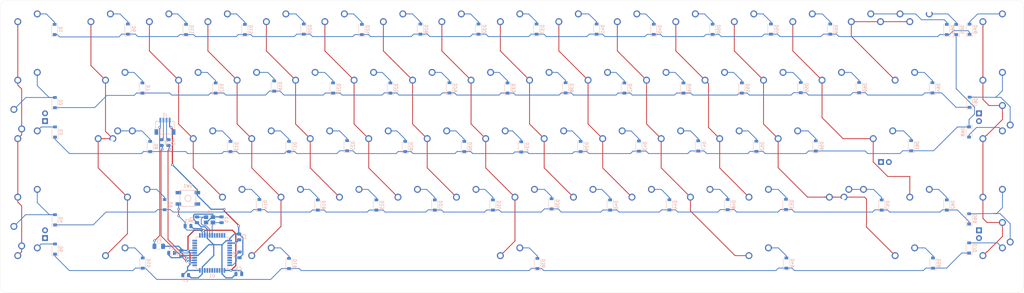
<source format=kicad_pcb>
(kicad_pcb (version 20171130) (host pcbnew "(5.1.5)-3")
  (layers (0 F.Cu signal) (31 B.Cu signal) (34 B.Paste user) (35 F.Paste user) (36 B.SilkS user) (37 F.SilkS user) (38 B.Mask user) (39 F.Mask user) (44 Edge.Cuts user))
  (net 0 "")
  (net 1 GND)
  (net 2 +5V)
  (net 3 "Net-(C4-Pad1)")
  (net 4 "Net-(C5-Pad1)")
  (net 5 "Net-(C6-Pad1)")
  (net 6 "Net-(D1-Pad2)")
  (net 7 ROW0)
  (net 8 "Net-(D2-Pad2)")
  (net 9 ROW1)
  (net 10 "Net-(D3-Pad2)")
  (net 11 ROW2)
  (net 12 "Net-(D4-Pad2)")
  (net 13 ROW3)
  (net 14 "Net-(D5-Pad2)")
  (net 15 ROW4)
  (net 16 "Net-(D6-Pad2)")
  (net 17 "Net-(D7-Pad2)")
  (net 18 "Net-(D8-Pad2)")
  (net 19 "Net-(D9-Pad2)")
  (net 20 "Net-(D10-Pad2)")
  (net 21 "Net-(D11-Pad2)")
  (net 22 "Net-(D12-Pad2)")
  (net 23 "Net-(D13-Pad2)")
  (net 24 "Net-(D14-Pad2)")
  (net 25 "Net-(D15-Pad2)")
  (net 26 "Net-(D16-Pad2)")
  (net 27 "Net-(D17-Pad2)")
  (net 28 "Net-(D18-Pad2)")
  (net 29 "Net-(D19-Pad2)")
  (net 30 "Net-(D20-Pad2)")
  (net 31 "Net-(D21-Pad2)")
  (net 32 "Net-(D22-Pad2)")
  (net 33 "Net-(D23-Pad2)")
  (net 34 "Net-(D24-Pad2)")
  (net 35 "Net-(D25-Pad2)")
  (net 36 "Net-(D26-Pad2)")
  (net 37 "Net-(D27-Pad2)")
  (net 38 "Net-(D28-Pad2)")
  (net 39 "Net-(D29-Pad2)")
  (net 40 "Net-(D30-Pad2)")
  (net 41 "Net-(D31-Pad2)")
  (net 42 "Net-(D32-Pad2)")
  (net 43 "Net-(D33-Pad2)")
  (net 44 "Net-(D34-Pad2)")
  (net 45 "Net-(D35-Pad2)")
  (net 46 "Net-(D36-Pad2)")
  (net 47 "Net-(D37-Pad2)")
  (net 48 "Net-(D38-Pad2)")
  (net 49 "Net-(D39-Pad2)")
  (net 50 "Net-(D40-Pad2)")
  (net 51 "Net-(D41-Pad2)")
  (net 52 "Net-(D42-Pad2)")
  (net 53 "Net-(D43-Pad2)")
  (net 54 "Net-(D44-Pad2)")
  (net 55 "Net-(D45-Pad2)")
  (net 56 "Net-(D46-Pad2)")
  (net 57 "Net-(D47-Pad2)")
  (net 58 "Net-(D48-Pad2)")
  (net 59 "Net-(D49-Pad2)")
  (net 60 "Net-(D50-Pad2)")
  (net 61 "Net-(D51-Pad2)")
  (net 62 "Net-(D52-Pad2)")
  (net 63 "Net-(D53-Pad2)")
  (net 64 "Net-(D54-Pad2)")
  (net 65 "Net-(D55-Pad2)")
  (net 66 "Net-(D56-Pad2)")
  (net 67 "Net-(D57-Pad2)")
  (net 68 "Net-(D58-Pad2)")
  (net 69 "Net-(D59-Pad2)")
  (net 70 "Net-(D60-Pad2)")
  (net 71 "Net-(D61-Pad2)")
  (net 72 "Net-(D62-Pad2)")
  (net 73 "Net-(D63-Pad2)")
  (net 74 "Net-(D64-Pad2)")
  (net 75 "Net-(D65-Pad2)")
  (net 76 "Net-(D66-Pad2)")
  (net 77 "Net-(D67-Pad2)")
  (net 78 "Net-(D69-Pad2)")
  (net 79 "Net-(D70-Pad2)")
  (net 80 VCC)
  (net 81 COL0)
  (net 82 COL1)
  (net 83 COL2)
  (net 84 COL3)
  (net 85 COL4)
  (net 86 COL5)
  (net 87 COL6)
  (net 88 COL7)
  (net 89 COL8)
  (net 90 COL9)
  (net 91 COL10)
  (net 92 COL11)
  (net 93 COL12)
  (net 94 COL13)
  (net 95 COL14)
  (net 96 COL15)
  (net 97 D-)
  (net 98 "Net-(R1-Pad1)")
  (net 99 D+)
  (net 100 "Net-(R2-Pad1)")
  (net 101 "Net-(R3-Pad2)")
  (net 102 "Net-(R4-Pad1)")
  (net 103 "Net-(U1-Pad42)")
  (net 104 "Net-(U1-Pad41)")
  (net 105 "Net-(U1-Pad40)")
  (net 106 "Net-(U1-Pad39)")
  (net 107 "Net-(U1-Pad38)")
  (net 108 "Net-(U1-Pad37)")
  (net 109 "Net-(U1-Pad36)")
  (net 110 "Net-(U1-Pad32)")
  (net 111 "Net-(U1-Pad31)")
  (net 112 "Net-(U1-Pad30)")
  (net 113 "Net-(U1-Pad29)")
  (net 114 "Net-(U1-Pad28)")
  (net 115 "Net-(U1-Pad27)")
  (net 116 "Net-(U1-Pad26)")
  (net 117 "Net-(U1-Pad25)")
  (net 118 "Net-(U1-Pad22)")
  (net 119 "Net-(U1-Pad21)")
  (net 120 "Net-(U1-Pad20)")
  (net 121 "Net-(U1-Pad19)")
  (net 122 "Net-(U1-Pad18)")
  (net 123 "Net-(U1-Pad12)")
  (net 124 "Net-(U1-Pad11)")
  (net 125 "Net-(U1-Pad10)")
  (net 126 "Net-(U1-Pad9)")
  (net 127 "Net-(U1-Pad8)")
  (net 128 "Net-(U1-Pad1)")
  (net 129 "Net-(D68-Pad2)")
  (module random-keyboard-parts:JST-SR-4 (layer B.Cu) (at 77.47 75.565 180)
    (fp_text reference J1 (at 0 6.5) (layer B.SilkS) (effects (justify mirror)))
    (fp_text value "SM04B-SRSS-TB(LF)(SN)")
    (pad "" smd rect (at 2.8 0.9 180) (size 1.2 1.8) (layers B.Cu B.Paste B.Mask))
    (pad "" smd rect (at -2.8 0.9 180) (size 1.2 1.8) (layers B.Cu B.Paste B.Mask))
    (pad 1 smd rect (at -1.5 4.775 180) (size 0.6 1.55) (layers B.Cu B.Paste B.Mask) (net 1 GND))
    (pad 2 smd rect (at -0.5 4.775 180) (size 0.6 1.55) (layers B.Cu B.Paste B.Mask) (net 99 D+))
    (pad 4 smd rect (at 1.5 4.775 180) (size 0.6 1.55) (layers B.Cu B.Paste B.Mask) (net 80 VCC))
    (pad 3 smd rect (at 0.5 4.775 180) (size 0.6 1.55) (layers B.Cu B.Paste B.Mask) (net 97 D-))
  )
  (module MX_Only:MXOnly-1U-NoLED (layer F.Cu) (at 347.6625 117.475)
    (fp_text reference MX77)
    (fp_text value MX-NoLED)
    (pad 2 thru_hole circle (at 2.54 -5.08) (size 2.25 2.25) (drill 1.47) (layers *.Cu B.Mask) (net 79 "Net-(D70-Pad2)"))
    (pad "" np_thru_hole circle (at 0 0) (size 3.9878 3.9878) (drill 3.9878) (layers *.Cu *.Mask))
    (pad 1 thru_hole circle (at -3.81 -2.54) (size 2.25 2.25) (drill 1.47) (layers *.Cu B.Mask) (net 96 COL15))
    (pad "" np_thru_hole circle (at -5.08 0 48.0996) (size 1.75 1.75) (drill 1.75) (layers *.Cu *.Mask))
    (pad "" np_thru_hole circle (at 5.08 0 48.0996) (size 1.75 1.75) (drill 1.75) (layers *.Cu *.Mask))
  )
  (module MX_Only:MXOnly-1.5U-NoLED (layer F.Cu) (at 319.0875 60.325)
    (fp_text reference MX69)
    (fp_text value MX-NoLED)
    (pad 2 thru_hole circle (at 2.54 -5.08) (size 2.25 2.25) (drill 1.47) (layers *.Cu B.Mask) (net 74 "Net-(D64-Pad2)"))
    (pad "" np_thru_hole circle (at 0 0) (size 3.9878 3.9878) (drill 3.9878) (layers *.Cu *.Mask))
    (pad 1 thru_hole circle (at -3.81 -2.54) (size 2.25 2.25) (drill 1.47) (layers *.Cu B.Mask) (net 95 COL14))
    (pad "" np_thru_hole circle (at -5.08 0 48.0996) (size 1.75 1.75) (drill 1.75) (layers *.Cu *.Mask))
    (pad "" np_thru_hole circle (at 5.08 0 48.0996) (size 1.75 1.75) (drill 1.75) (layers *.Cu *.Mask))
  )
  (module MX_Only:MXOnly-2.25U-FLIPPED-ReversedStabilizers (layer F.Cu) (at 311.94375 79.375)
    (fp_text reference MX65)
    (fp_text value MX-NoLED)
    (pad "" np_thru_hole circle (at 11.938 -8.255) (size 3.9878 3.9878) (drill 3.9878) (layers *.Cu *.Mask))
    (pad "" np_thru_hole circle (at -11.938 -8.255) (size 3.9878 3.9878) (drill 3.9878) (layers *.Cu *.Mask))
    (pad "" np_thru_hole circle (at 11.938 6.985) (size 3.048 3.048) (drill 3.048) (layers *.Cu *.Mask))
    (pad "" np_thru_hole circle (at -11.938 6.985) (size 3.048 3.048) (drill 3.048) (layers *.Cu *.Mask))
    (pad "" np_thru_hole circle (at 5.08 0 48.0996) (size 1.75 1.75) (drill 1.75) (layers *.Cu *.Mask))
    (pad "" np_thru_hole circle (at -5.08 0 48.0996) (size 1.75 1.75) (drill 1.75) (layers *.Cu *.Mask))
    (pad 4 thru_hole rect (at -1.27 5.08) (size 1.905 1.905) (drill 1.04) (layers *.Cu B.Mask))
    (pad 3 thru_hole circle (at 1.27 5.08) (size 1.905 1.905) (drill 1.04) (layers *.Cu B.Mask))
    (pad 1 thru_hole circle (at -3.81 -2.54) (size 2.25 2.25) (drill 1.47) (layers *.Cu B.Mask) (net 94 COL13))
    (pad "" np_thru_hole circle (at 0 0) (size 3.9878 3.9878) (drill 3.9878) (layers *.Cu *.Mask))
    (pad 2 thru_hole circle (at 2.54 -5.08) (size 2.25 2.25) (drill 1.47) (layers *.Cu B.Mask) (net 71 "Net-(D61-Pad2)"))
  )
  (module MX_Only:MXOnly-2U-FLIPPED (layer F.Cu) (at 33.3375 107.95 90)
    (fp_text reference MX6)
    (fp_text value MX-NoLED)
    (pad "" np_thru_hole circle (at 11.938 8.255 90) (size 3.9878 3.9878) (drill 3.9878) (layers *.Cu *.Mask))
    (pad "" np_thru_hole circle (at -11.938 8.255 90) (size 3.9878 3.9878) (drill 3.9878) (layers *.Cu *.Mask))
    (pad "" np_thru_hole circle (at 11.938 -6.985 90) (size 3.048 3.048) (drill 3.048) (layers *.Cu *.Mask))
    (pad "" np_thru_hole circle (at -11.938 -6.985 90) (size 3.048 3.048) (drill 3.048) (layers *.Cu *.Mask))
    (pad "" np_thru_hole circle (at 5.08 0 138.0996) (size 1.75 1.75) (drill 1.75) (layers *.Cu *.Mask))
    (pad "" np_thru_hole circle (at -5.08 0 138.0996) (size 1.75 1.75) (drill 1.75) (layers *.Cu *.Mask))
    (pad 4 thru_hole rect (at -1.27 5.08 90) (size 1.905 1.905) (drill 1.04) (layers *.Cu B.Mask))
    (pad 3 thru_hole circle (at 1.27 5.08 90) (size 1.905 1.905) (drill 1.04) (layers *.Cu B.Mask))
    (pad 1 thru_hole circle (at -3.81 -2.54 90) (size 2.25 2.25) (drill 1.47) (layers *.Cu B.Mask) (net 81 COL0))
    (pad "" np_thru_hole circle (at 0 0 90) (size 3.9878 3.9878) (drill 3.9878) (layers *.Cu *.Mask))
    (pad 2 thru_hole circle (at 2.54 -5.08 90) (size 2.25 2.25) (drill 1.47) (layers *.Cu B.Mask) (net 12 "Net-(D4-Pad2)"))
  )
  (module MX_Only:MXOnly-2U-FLIPPED (layer F.Cu) (at 33.3375 69.85 90)
    (fp_text reference MX3)
    (fp_text value MX-NoLED)
    (pad "" np_thru_hole circle (at 11.938 8.255 90) (size 3.9878 3.9878) (drill 3.9878) (layers *.Cu *.Mask))
    (pad "" np_thru_hole circle (at -11.938 8.255 90) (size 3.9878 3.9878) (drill 3.9878) (layers *.Cu *.Mask))
    (pad "" np_thru_hole circle (at 11.938 -6.985 90) (size 3.048 3.048) (drill 3.048) (layers *.Cu *.Mask))
    (pad "" np_thru_hole circle (at -11.938 -6.985 90) (size 3.048 3.048) (drill 3.048) (layers *.Cu *.Mask))
    (pad "" np_thru_hole circle (at 5.08 0 138.0996) (size 1.75 1.75) (drill 1.75) (layers *.Cu *.Mask))
    (pad "" np_thru_hole circle (at -5.08 0 138.0996) (size 1.75 1.75) (drill 1.75) (layers *.Cu *.Mask))
    (pad 4 thru_hole rect (at -1.27 5.08 90) (size 1.905 1.905) (drill 1.04) (layers *.Cu B.Mask))
    (pad 3 thru_hole circle (at 1.27 5.08 90) (size 1.905 1.905) (drill 1.04) (layers *.Cu B.Mask))
    (pad 1 thru_hole circle (at -3.81 -2.54 90) (size 2.25 2.25) (drill 1.47) (layers *.Cu B.Mask) (net 81 COL0))
    (pad "" np_thru_hole circle (at 0 0 90) (size 3.9878 3.9878) (drill 3.9878) (layers *.Cu *.Mask))
    (pad 2 thru_hole circle (at 2.54 -5.08 90) (size 2.25 2.25) (drill 1.47) (layers *.Cu B.Mask) (net 8 "Net-(D2-Pad2)"))
  )
  (module MX_Only:MXOnly-2.25U-NoLED (layer F.Cu) (at 69.05625 98.425)
    (fp_text reference MX12)
    (fp_text value MX-NoLED)
    (pad 2 thru_hole circle (at 2.54 -5.08) (size 2.25 2.25) (drill 1.47) (layers *.Cu B.Mask) (net 19 "Net-(D9-Pad2)"))
    (pad "" np_thru_hole circle (at 0 0) (size 3.9878 3.9878) (drill 3.9878) (layers *.Cu *.Mask))
    (pad 1 thru_hole circle (at -3.81 -2.54) (size 2.25 2.25) (drill 1.47) (layers *.Cu B.Mask) (net 82 COL1))
    (pad "" np_thru_hole circle (at -5.08 0 48.0996) (size 1.75 1.75) (drill 1.75) (layers *.Cu *.Mask))
    (pad "" np_thru_hole circle (at 5.08 0 48.0996) (size 1.75 1.75) (drill 1.75) (layers *.Cu *.Mask))
    (pad "" np_thru_hole circle (at -11.90625 -6.985) (size 3.048 3.048) (drill 3.048) (layers *.Cu *.Mask))
    (pad "" np_thru_hole circle (at 11.90625 -6.985) (size 3.048 3.048) (drill 3.048) (layers *.Cu *.Mask))
    (pad "" np_thru_hole circle (at -11.90625 8.255) (size 3.9878 3.9878) (drill 3.9878) (layers *.Cu *.Mask))
    (pad "" np_thru_hole circle (at 11.90625 8.255) (size 3.9878 3.9878) (drill 3.9878) (layers *.Cu *.Mask))
  )
  (module MX_Only:MXOnly-1.5U-NoLED (layer F.Cu) (at 61.9125 60.325)
    (fp_text reference MX9)
    (fp_text value MX-NoLED)
    (pad 2 thru_hole circle (at 2.54 -5.08) (size 2.25 2.25) (drill 1.47) (layers *.Cu B.Mask) (net 17 "Net-(D7-Pad2)"))
    (pad "" np_thru_hole circle (at 0 0) (size 3.9878 3.9878) (drill 3.9878) (layers *.Cu *.Mask))
    (pad 1 thru_hole circle (at -3.81 -2.54) (size 2.25 2.25) (drill 1.47) (layers *.Cu B.Mask) (net 82 COL1))
    (pad "" np_thru_hole circle (at -5.08 0 48.0996) (size 1.75 1.75) (drill 1.75) (layers *.Cu *.Mask))
    (pad "" np_thru_hole circle (at 5.08 0 48.0996) (size 1.75 1.75) (drill 1.75) (layers *.Cu *.Mask))
  )
  (module Crystal:Crystal_SMD_3225-4Pin_3.2x2.5mm (layer B.Cu) (at 91.948 103.251 180)
    (fp_text reference Y1 (at 0 2.45) (layer B.SilkS) (effects (justify mirror)))
    (fp_text value 16MHz)
    (pad 4 smd rect (at -1.1 0.85 180) (size 1.4 1.2) (layers B.Cu B.Paste B.Mask) (net 1 GND))
    (pad 3 smd rect (at 1.1 0.85 180) (size 1.4 1.2) (layers B.Cu B.Paste B.Mask) (net 5 "Net-(C6-Pad1)"))
    (pad 2 smd rect (at 1.1 -0.85 180) (size 1.4 1.2) (layers B.Cu B.Paste B.Mask) (net 1 GND))
    (pad 1 smd rect (at -1.1 -0.85 180) (size 1.4 1.2) (layers B.Cu B.Paste B.Mask) (net 4 "Net-(C5-Pad1)"))
  )
  (module Package_QFP:TQFP-44_10x10mm_P0.8mm (layer B.Cu) (at 92.837 114.046)
    (fp_text reference U1 (at 0 7.45) (layer B.SilkS) (effects (justify mirror)))
    (fp_text value ATmega32U4-AU)
    (pad 44 smd rect (at -4 5.7 270) (size 1.5 0.55) (layers B.Cu B.Paste B.Mask) (net 2 +5V))
    (pad 43 smd rect (at -3.2 5.7 270) (size 1.5 0.55) (layers B.Cu B.Paste B.Mask) (net 1 GND))
    (pad 42 smd rect (at -2.4 5.7 270) (size 1.5 0.55) (layers B.Cu B.Paste B.Mask) (net 103 "Net-(U1-Pad42)"))
    (pad 41 smd rect (at -1.6 5.7 270) (size 1.5 0.55) (layers B.Cu B.Paste B.Mask) (net 104 "Net-(U1-Pad41)"))
    (pad 40 smd rect (at -0.8 5.7 270) (size 1.5 0.55) (layers B.Cu B.Paste B.Mask) (net 105 "Net-(U1-Pad40)"))
    (pad 39 smd rect (at 0 5.7 270) (size 1.5 0.55) (layers B.Cu B.Paste B.Mask) (net 106 "Net-(U1-Pad39)"))
    (pad 38 smd rect (at 0.8 5.7 270) (size 1.5 0.55) (layers B.Cu B.Paste B.Mask) (net 107 "Net-(U1-Pad38)"))
    (pad 37 smd rect (at 1.6 5.7 270) (size 1.5 0.55) (layers B.Cu B.Paste B.Mask) (net 108 "Net-(U1-Pad37)"))
    (pad 36 smd rect (at 2.4 5.7 270) (size 1.5 0.55) (layers B.Cu B.Paste B.Mask) (net 109 "Net-(U1-Pad36)"))
    (pad 35 smd rect (at 3.2 5.7 270) (size 1.5 0.55) (layers B.Cu B.Paste B.Mask) (net 1 GND))
    (pad 34 smd rect (at 4 5.7 270) (size 1.5 0.55) (layers B.Cu B.Paste B.Mask) (net 2 +5V))
    (pad 33 smd rect (at 5.7 4) (size 1.5 0.55) (layers B.Cu B.Paste B.Mask) (net 102 "Net-(R4-Pad1)"))
    (pad 32 smd rect (at 5.7 3.2) (size 1.5 0.55) (layers B.Cu B.Paste B.Mask) (net 110 "Net-(U1-Pad32)"))
    (pad 31 smd rect (at 5.7 2.4) (size 1.5 0.55) (layers B.Cu B.Paste B.Mask) (net 111 "Net-(U1-Pad31)"))
    (pad 30 smd rect (at 5.7 1.6) (size 1.5 0.55) (layers B.Cu B.Paste B.Mask) (net 112 "Net-(U1-Pad30)"))
    (pad 29 smd rect (at 5.7 0.8) (size 1.5 0.55) (layers B.Cu B.Paste B.Mask) (net 113 "Net-(U1-Pad29)"))
    (pad 28 smd rect (at 5.7 0) (size 1.5 0.55) (layers B.Cu B.Paste B.Mask) (net 114 "Net-(U1-Pad28)"))
    (pad 27 smd rect (at 5.7 -0.8) (size 1.5 0.55) (layers B.Cu B.Paste B.Mask) (net 115 "Net-(U1-Pad27)"))
    (pad 26 smd rect (at 5.7 -1.6) (size 1.5 0.55) (layers B.Cu B.Paste B.Mask) (net 116 "Net-(U1-Pad26)"))
    (pad 25 smd rect (at 5.7 -2.4) (size 1.5 0.55) (layers B.Cu B.Paste B.Mask) (net 117 "Net-(U1-Pad25)"))
    (pad 24 smd rect (at 5.7 -3.2) (size 1.5 0.55) (layers B.Cu B.Paste B.Mask) (net 2 +5V))
    (pad 23 smd rect (at 5.7 -4) (size 1.5 0.55) (layers B.Cu B.Paste B.Mask) (net 1 GND))
    (pad 22 smd rect (at 4 -5.7 270) (size 1.5 0.55) (layers B.Cu B.Paste B.Mask) (net 118 "Net-(U1-Pad22)"))
    (pad 21 smd rect (at 3.2 -5.7 270) (size 1.5 0.55) (layers B.Cu B.Paste B.Mask) (net 119 "Net-(U1-Pad21)"))
    (pad 20 smd rect (at 2.4 -5.7 270) (size 1.5 0.55) (layers B.Cu B.Paste B.Mask) (net 120 "Net-(U1-Pad20)"))
    (pad 19 smd rect (at 1.6 -5.7 270) (size 1.5 0.55) (layers B.Cu B.Paste B.Mask) (net 121 "Net-(U1-Pad19)"))
    (pad 18 smd rect (at 0.8 -5.7 270) (size 1.5 0.55) (layers B.Cu B.Paste B.Mask) (net 122 "Net-(U1-Pad18)"))
    (pad 17 smd rect (at 0 -5.7 270) (size 1.5 0.55) (layers B.Cu B.Paste B.Mask) (net 4 "Net-(C5-Pad1)"))
    (pad 16 smd rect (at -0.8 -5.7 270) (size 1.5 0.55) (layers B.Cu B.Paste B.Mask) (net 5 "Net-(C6-Pad1)"))
    (pad 15 smd rect (at -1.6 -5.7 270) (size 1.5 0.55) (layers B.Cu B.Paste B.Mask) (net 1 GND))
    (pad 14 smd rect (at -2.4 -5.7 270) (size 1.5 0.55) (layers B.Cu B.Paste B.Mask) (net 2 +5V))
    (pad 13 smd rect (at -3.2 -5.7 270) (size 1.5 0.55) (layers B.Cu B.Paste B.Mask) (net 101 "Net-(R3-Pad2)"))
    (pad 12 smd rect (at -4 -5.7 270) (size 1.5 0.55) (layers B.Cu B.Paste B.Mask) (net 123 "Net-(U1-Pad12)"))
    (pad 11 smd rect (at -5.7 -4) (size 1.5 0.55) (layers B.Cu B.Paste B.Mask) (net 124 "Net-(U1-Pad11)"))
    (pad 10 smd rect (at -5.7 -3.2) (size 1.5 0.55) (layers B.Cu B.Paste B.Mask) (net 125 "Net-(U1-Pad10)"))
    (pad 9 smd rect (at -5.7 -2.4) (size 1.5 0.55) (layers B.Cu B.Paste B.Mask) (net 126 "Net-(U1-Pad9)"))
    (pad 8 smd rect (at -5.7 -1.6) (size 1.5 0.55) (layers B.Cu B.Paste B.Mask) (net 127 "Net-(U1-Pad8)"))
    (pad 7 smd rect (at -5.7 -0.8) (size 1.5 0.55) (layers B.Cu B.Paste B.Mask) (net 2 +5V))
    (pad 6 smd rect (at -5.7 0) (size 1.5 0.55) (layers B.Cu B.Paste B.Mask) (net 3 "Net-(C4-Pad1)"))
    (pad 5 smd rect (at -5.7 0.8) (size 1.5 0.55) (layers B.Cu B.Paste B.Mask) (net 1 GND))
    (pad 4 smd rect (at -5.7 1.6) (size 1.5 0.55) (layers B.Cu B.Paste B.Mask) (net 100 "Net-(R2-Pad1)"))
    (pad 3 smd rect (at -5.7 2.4) (size 1.5 0.55) (layers B.Cu B.Paste B.Mask) (net 98 "Net-(R1-Pad1)"))
    (pad 2 smd rect (at -5.7 3.2) (size 1.5 0.55) (layers B.Cu B.Paste B.Mask) (net 2 +5V))
    (pad 1 smd rect (at -5.7 4) (size 1.5 0.55) (layers B.Cu B.Paste B.Mask) (net 128 "Net-(U1-Pad1)"))
  )
  (module random-keyboard-parts:SKQG-1155865 (layer B.Cu) (at 84.93125 96.266)
    (fp_text reference SW1 (at 0 -4.064) (layer B.SilkS) (effects (justify mirror)))
    (fp_text value SW_Push)
    (pad 4 smd rect (at -3.1 -1.85) (size 1.8 1.1) (layers B.Cu B.Paste B.Mask))
    (pad 3 smd rect (at 3.1 1.85) (size 1.8 1.1) (layers B.Cu B.Paste B.Mask))
    (pad 2 smd rect (at -3.1 1.85) (size 1.8 1.1) (layers B.Cu B.Paste B.Mask) (net 101 "Net-(R3-Pad2)"))
    (pad 1 smd rect (at 3.1 -1.85) (size 1.8 1.1) (layers B.Cu B.Paste B.Mask) (net 1 GND))
  )
  (module Resistor_SMD:R_0805_2012Metric (layer B.Cu) (at 101.727 114.681 270)
    (fp_text reference R4 (at 0 1.65 270) (layer B.SilkS) (effects (justify mirror)))
    (fp_text value 10k)
    (pad 2 smd roundrect (at 0.9375 0 270) (size 0.975 1.4) (layers B.Cu B.Paste B.Mask) (net 1 GND))
    (pad 1 smd roundrect (at -0.9375 0 270) (size 0.975 1.4) (layers B.Cu B.Paste B.Mask) (net 102 "Net-(R4-Pad1)"))
  )
  (module Resistor_SMD:R_0805_2012Metric (layer B.Cu) (at 84.963 105.283 180)
    (fp_text reference R3 (at 0 1.65 180) (layer B.SilkS) (effects (justify mirror)))
    (fp_text value 10k)
    (pad 2 smd roundrect (at 0.9375 0 180) (size 0.975 1.4) (layers B.Cu B.Paste B.Mask) (net 101 "Net-(R3-Pad2)"))
    (pad 1 smd roundrect (at -0.9375 0 180) (size 0.975 1.4) (layers B.Cu B.Paste B.Mask) (net 2 +5V))
  )
  (module Resistor_SMD:R_0805_2012Metric (layer B.Cu) (at 78.613 78.105 90)
    (fp_text reference R2 (at 0 1.65 270) (layer B.SilkS) (effects (justify mirror)))
    (fp_text value 22)
    (pad 2 smd roundrect (at 0.9375 0 90) (size 0.975 1.4) (layers B.Cu B.Paste B.Mask) (net 99 D+))
    (pad 1 smd roundrect (at -0.9375 0 90) (size 0.975 1.4) (layers B.Cu B.Paste B.Mask) (net 100 "Net-(R2-Pad1)"))
  )
  (module Resistor_SMD:R_0805_2012Metric (layer B.Cu) (at 76.327 78.105 90)
    (fp_text reference R1 (at 0 1.65 270) (layer B.SilkS) (effects (justify mirror)))
    (fp_text value 22)
    (pad 2 smd roundrect (at 0.9375 0 90) (size 0.975 1.4) (layers B.Cu B.Paste B.Mask) (net 97 D-))
    (pad 1 smd roundrect (at -0.9375 0 90) (size 0.975 1.4) (layers B.Cu B.Paste B.Mask) (net 98 "Net-(R1-Pad1)"))
  )
  (module MX_Only:MXOnly-2U-FLIPPED (layer F.Cu) (at 347.6625 107.95 270)
    (fp_text reference MX76)
    (fp_text value MX-NoLED)
    (pad "" np_thru_hole circle (at 11.938 8.255 270) (size 3.9878 3.9878) (drill 3.9878) (layers *.Cu *.Mask))
    (pad "" np_thru_hole circle (at -11.938 8.255 270) (size 3.9878 3.9878) (drill 3.9878) (layers *.Cu *.Mask))
    (pad "" np_thru_hole circle (at 11.938 -6.985 270) (size 3.048 3.048) (drill 3.048) (layers *.Cu *.Mask))
    (pad "" np_thru_hole circle (at -11.938 -6.985 270) (size 3.048 3.048) (drill 3.048) (layers *.Cu *.Mask))
    (pad "" np_thru_hole circle (at 5.08 0 318.0996) (size 1.75 1.75) (drill 1.75) (layers *.Cu *.Mask))
    (pad "" np_thru_hole circle (at -5.08 0 318.0996) (size 1.75 1.75) (drill 1.75) (layers *.Cu *.Mask))
    (pad 4 thru_hole rect (at -1.27 5.08 270) (size 1.905 1.905) (drill 1.04) (layers *.Cu B.Mask))
    (pad 3 thru_hole circle (at 1.27 5.08 270) (size 1.905 1.905) (drill 1.04) (layers *.Cu B.Mask))
    (pad 1 thru_hole circle (at -3.81 -2.54 270) (size 2.25 2.25) (drill 1.47) (layers *.Cu B.Mask) (net 96 COL15))
    (pad "" np_thru_hole circle (at 0 0 270) (size 3.9878 3.9878) (drill 3.9878) (layers *.Cu *.Mask))
    (pad 2 thru_hole circle (at 2.54 -5.08 270) (size 2.25 2.25) (drill 1.47) (layers *.Cu B.Mask) (net 78 "Net-(D69-Pad2)"))
  )
  (module MX_Only:MXOnly-1U-NoLED (layer F.Cu) (at 347.6625 98.425)
    (fp_text reference MX75)
    (fp_text value MX-NoLED)
    (pad 2 thru_hole circle (at 2.54 -5.08) (size 2.25 2.25) (drill 1.47) (layers *.Cu B.Mask) (net 78 "Net-(D69-Pad2)"))
    (pad "" np_thru_hole circle (at 0 0) (size 3.9878 3.9878) (drill 3.9878) (layers *.Cu *.Mask))
    (pad 1 thru_hole circle (at -3.81 -2.54) (size 2.25 2.25) (drill 1.47) (layers *.Cu B.Mask) (net 96 COL15))
    (pad "" np_thru_hole circle (at -5.08 0 48.0996) (size 1.75 1.75) (drill 1.75) (layers *.Cu *.Mask))
    (pad "" np_thru_hole circle (at 5.08 0 48.0996) (size 1.75 1.75) (drill 1.75) (layers *.Cu *.Mask))
  )
  (module MX_Only:MXOnly-1U-NoLED (layer F.Cu) (at 347.6625 79.375)
    (fp_text reference MX74)
    (fp_text value MX-NoLED)
    (pad 2 thru_hole circle (at 2.54 -5.08) (size 2.25 2.25) (drill 1.47) (layers *.Cu B.Mask) (net 129 "Net-(D68-Pad2)"))
    (pad "" np_thru_hole circle (at 0 0) (size 3.9878 3.9878) (drill 3.9878) (layers *.Cu *.Mask))
    (pad 1 thru_hole circle (at -3.81 -2.54) (size 2.25 2.25) (drill 1.47) (layers *.Cu B.Mask) (net 96 COL15))
    (pad "" np_thru_hole circle (at -5.08 0 48.0996) (size 1.75 1.75) (drill 1.75) (layers *.Cu *.Mask))
    (pad "" np_thru_hole circle (at 5.08 0 48.0996) (size 1.75 1.75) (drill 1.75) (layers *.Cu *.Mask))
  )
  (module MX_Only:MXOnly-2U-FLIPPED (layer F.Cu) (at 347.6625 69.85 270)
    (fp_text reference MX73)
    (fp_text value MX-NoLED)
    (pad "" np_thru_hole circle (at 11.938 8.255 270) (size 3.9878 3.9878) (drill 3.9878) (layers *.Cu *.Mask))
    (pad "" np_thru_hole circle (at -11.938 8.255 270) (size 3.9878 3.9878) (drill 3.9878) (layers *.Cu *.Mask))
    (pad "" np_thru_hole circle (at 11.938 -6.985 270) (size 3.048 3.048) (drill 3.048) (layers *.Cu *.Mask))
    (pad "" np_thru_hole circle (at -11.938 -6.985 270) (size 3.048 3.048) (drill 3.048) (layers *.Cu *.Mask))
    (pad "" np_thru_hole circle (at 5.08 0 318.0996) (size 1.75 1.75) (drill 1.75) (layers *.Cu *.Mask))
    (pad "" np_thru_hole circle (at -5.08 0 318.0996) (size 1.75 1.75) (drill 1.75) (layers *.Cu *.Mask))
    (pad 4 thru_hole rect (at -1.27 5.08 270) (size 1.905 1.905) (drill 1.04) (layers *.Cu B.Mask))
    (pad 3 thru_hole circle (at 1.27 5.08 270) (size 1.905 1.905) (drill 1.04) (layers *.Cu B.Mask))
    (pad 1 thru_hole circle (at -3.81 -2.54 270) (size 2.25 2.25) (drill 1.47) (layers *.Cu B.Mask) (net 96 COL15))
    (pad "" np_thru_hole circle (at 0 0 270) (size 3.9878 3.9878) (drill 3.9878) (layers *.Cu *.Mask))
    (pad 2 thru_hole circle (at 2.54 -5.08 270) (size 2.25 2.25) (drill 1.47) (layers *.Cu B.Mask) (net 77 "Net-(D67-Pad2)"))
  )
  (module MX_Only:MXOnly-1U-NoLED (layer F.Cu) (at 347.6625 60.325)
    (fp_text reference MX72)
    (fp_text value MX-NoLED)
    (pad 2 thru_hole circle (at 2.54 -5.08) (size 2.25 2.25) (drill 1.47) (layers *.Cu B.Mask) (net 77 "Net-(D67-Pad2)"))
    (pad "" np_thru_hole circle (at 0 0) (size 3.9878 3.9878) (drill 3.9878) (layers *.Cu *.Mask))
    (pad 1 thru_hole circle (at -3.81 -2.54) (size 2.25 2.25) (drill 1.47) (layers *.Cu B.Mask) (net 96 COL15))
    (pad "" np_thru_hole circle (at -5.08 0 48.0996) (size 1.75 1.75) (drill 1.75) (layers *.Cu *.Mask))
    (pad "" np_thru_hole circle (at 5.08 0 48.0996) (size 1.75 1.75) (drill 1.75) (layers *.Cu *.Mask))
  )
  (module MX_Only:MXOnly-1U-NoLED (layer F.Cu) (at 347.6625 41.275)
    (fp_text reference MX71)
    (fp_text value MX-NoLED)
    (pad 2 thru_hole circle (at 2.54 -5.08) (size 2.25 2.25) (drill 1.47) (layers *.Cu B.Mask) (net 76 "Net-(D66-Pad2)"))
    (pad "" np_thru_hole circle (at 0 0) (size 3.9878 3.9878) (drill 3.9878) (layers *.Cu *.Mask))
    (pad 1 thru_hole circle (at -3.81 -2.54) (size 2.25 2.25) (drill 1.47) (layers *.Cu B.Mask) (net 96 COL15))
    (pad "" np_thru_hole circle (at -5.08 0 48.0996) (size 1.75 1.75) (drill 1.75) (layers *.Cu *.Mask))
    (pad "" np_thru_hole circle (at 5.08 0 48.0996) (size 1.75 1.75) (drill 1.75) (layers *.Cu *.Mask))
  )
  (module MX_Only:MXOnly-1U-NoLED (layer F.Cu) (at 323.85 41.275)
    (fp_text reference MX70)
    (fp_text value MX-NoLED)
    (pad 2 thru_hole circle (at 2.54 -5.08) (size 2.25 2.25) (drill 1.47) (layers *.Cu B.Mask) (net 75 "Net-(D65-Pad2)"))
    (pad "" np_thru_hole circle (at 0 0) (size 3.9878 3.9878) (drill 3.9878) (layers *.Cu *.Mask))
    (pad 1 thru_hole circle (at -3.81 -2.54) (size 2.25 2.25) (drill 1.47) (layers *.Cu B.Mask) (net 95 COL14))
    (pad "" np_thru_hole circle (at -5.08 0 48.0996) (size 1.75 1.75) (drill 1.75) (layers *.Cu *.Mask))
    (pad "" np_thru_hole circle (at 5.08 0 48.0996) (size 1.75 1.75) (drill 1.75) (layers *.Cu *.Mask))
  )
  (module MX_Only:MXOnly-2U-NoLED (layer F.Cu) (at 314.325 41.275)
    (fp_text reference MX68)
    (fp_text value MX-NoLED)
    (pad 2 thru_hole circle (at 2.54 -5.08) (size 2.25 2.25) (drill 1.47) (layers *.Cu B.Mask) (net 73 "Net-(D63-Pad2)"))
    (pad "" np_thru_hole circle (at 0 0) (size 3.9878 3.9878) (drill 3.9878) (layers *.Cu *.Mask))
    (pad 1 thru_hole circle (at -3.81 -2.54) (size 2.25 2.25) (drill 1.47) (layers *.Cu B.Mask) (net 95 COL14))
    (pad "" np_thru_hole circle (at -5.08 0 48.0996) (size 1.75 1.75) (drill 1.75) (layers *.Cu *.Mask))
    (pad "" np_thru_hole circle (at 5.08 0 48.0996) (size 1.75 1.75) (drill 1.75) (layers *.Cu *.Mask))
    (pad "" np_thru_hole circle (at -11.90625 -6.985) (size 3.048 3.048) (drill 3.048) (layers *.Cu *.Mask))
    (pad "" np_thru_hole circle (at 11.90625 -6.985) (size 3.048 3.048) (drill 3.048) (layers *.Cu *.Mask))
    (pad "" np_thru_hole circle (at -11.90625 8.255) (size 3.9878 3.9878) (drill 3.9878) (layers *.Cu *.Mask))
    (pad "" np_thru_hole circle (at 11.90625 8.255) (size 3.9878 3.9878) (drill 3.9878) (layers *.Cu *.Mask))
  )
  (module MX_Only:MXOnly-1U-NoLED (layer F.Cu) (at 304.8 41.275)
    (fp_text reference MX67)
    (fp_text value MX-NoLED)
    (pad 2 thru_hole circle (at 2.54 -5.08) (size 2.25 2.25) (drill 1.47) (layers *.Cu B.Mask) (net 73 "Net-(D63-Pad2)"))
    (pad "" np_thru_hole circle (at 0 0) (size 3.9878 3.9878) (drill 3.9878) (layers *.Cu *.Mask))
    (pad 1 thru_hole circle (at -3.81 -2.54) (size 2.25 2.25) (drill 1.47) (layers *.Cu B.Mask) (net 95 COL14))
    (pad "" np_thru_hole circle (at -5.08 0 48.0996) (size 1.75 1.75) (drill 1.75) (layers *.Cu *.Mask))
    (pad "" np_thru_hole circle (at 5.08 0 48.0996) (size 1.75 1.75) (drill 1.75) (layers *.Cu *.Mask))
  )
  (module MX_Only:MXOnly-1U-NoLED (layer F.Cu) (at 323.85 98.425)
    (fp_text reference MX66)
    (fp_text value MX-NoLED)
    (pad 2 thru_hole circle (at 2.54 -5.08) (size 2.25 2.25) (drill 1.47) (layers *.Cu B.Mask) (net 72 "Net-(D62-Pad2)"))
    (pad "" np_thru_hole circle (at 0 0) (size 3.9878 3.9878) (drill 3.9878) (layers *.Cu *.Mask))
    (pad 1 thru_hole circle (at -3.81 -2.54) (size 2.25 2.25) (drill 1.47) (layers *.Cu B.Mask) (net 94 COL13))
    (pad "" np_thru_hole circle (at -5.08 0 48.0996) (size 1.75 1.75) (drill 1.75) (layers *.Cu *.Mask))
    (pad "" np_thru_hole circle (at 5.08 0 48.0996) (size 1.75 1.75) (drill 1.75) (layers *.Cu *.Mask))
  )
  (module MX_Only:MXOnly-1U-NoLED (layer F.Cu) (at 295.275 60.325)
    (fp_text reference MX64)
    (fp_text value MX-NoLED)
    (pad 2 thru_hole circle (at 2.54 -5.08) (size 2.25 2.25) (drill 1.47) (layers *.Cu B.Mask) (net 70 "Net-(D60-Pad2)"))
    (pad "" np_thru_hole circle (at 0 0) (size 3.9878 3.9878) (drill 3.9878) (layers *.Cu *.Mask))
    (pad 1 thru_hole circle (at -3.81 -2.54) (size 2.25 2.25) (drill 1.47) (layers *.Cu B.Mask) (net 94 COL13))
    (pad "" np_thru_hole circle (at -5.08 0 48.0996) (size 1.75 1.75) (drill 1.75) (layers *.Cu *.Mask))
    (pad "" np_thru_hole circle (at 5.08 0 48.0996) (size 1.75 1.75) (drill 1.75) (layers *.Cu *.Mask))
  )
  (module MX_Only:MXOnly-1U-NoLED (layer F.Cu) (at 285.75 41.275)
    (fp_text reference MX63)
    (fp_text value MX-NoLED)
    (pad 2 thru_hole circle (at 2.54 -5.08) (size 2.25 2.25) (drill 1.47) (layers *.Cu B.Mask) (net 69 "Net-(D59-Pad2)"))
    (pad "" np_thru_hole circle (at 0 0) (size 3.9878 3.9878) (drill 3.9878) (layers *.Cu *.Mask))
    (pad 1 thru_hole circle (at -3.81 -2.54) (size 2.25 2.25) (drill 1.47) (layers *.Cu B.Mask) (net 94 COL13))
    (pad "" np_thru_hole circle (at -5.08 0 48.0996) (size 1.75 1.75) (drill 1.75) (layers *.Cu *.Mask))
    (pad "" np_thru_hole circle (at 5.08 0 48.0996) (size 1.75 1.75) (drill 1.75) (layers *.Cu *.Mask))
  )
  (module MX_Only:MXOnly-1.5U-NoLED (layer F.Cu) (at 319.0875 117.475)
    (fp_text reference MX62)
    (fp_text value MX-NoLED)
    (pad 2 thru_hole circle (at 2.54 -5.08) (size 2.25 2.25) (drill 1.47) (layers *.Cu B.Mask) (net 68 "Net-(D58-Pad2)"))
    (pad "" np_thru_hole circle (at 0 0) (size 3.9878 3.9878) (drill 3.9878) (layers *.Cu *.Mask))
    (pad 1 thru_hole circle (at -3.81 -2.54) (size 2.25 2.25) (drill 1.47) (layers *.Cu B.Mask) (net 93 COL12))
    (pad "" np_thru_hole circle (at -5.08 0 48.0996) (size 1.75 1.75) (drill 1.75) (layers *.Cu *.Mask))
    (pad "" np_thru_hole circle (at 5.08 0 48.0996) (size 1.75 1.75) (drill 1.75) (layers *.Cu *.Mask))
  )
  (module MX_Only:MXOnly-2.25U-NoLED (layer F.Cu) (at 302.41875 98.425)
    (fp_text reference MX61)
    (fp_text value MX-NoLED)
    (pad 2 thru_hole circle (at 2.54 -5.08) (size 2.25 2.25) (drill 1.47) (layers *.Cu B.Mask) (net 67 "Net-(D57-Pad2)"))
    (pad "" np_thru_hole circle (at 0 0) (size 3.9878 3.9878) (drill 3.9878) (layers *.Cu *.Mask))
    (pad 1 thru_hole circle (at -3.81 -2.54) (size 2.25 2.25) (drill 1.47) (layers *.Cu B.Mask) (net 93 COL12))
    (pad "" np_thru_hole circle (at -5.08 0 48.0996) (size 1.75 1.75) (drill 1.75) (layers *.Cu *.Mask))
    (pad "" np_thru_hole circle (at 5.08 0 48.0996) (size 1.75 1.75) (drill 1.75) (layers *.Cu *.Mask))
    (pad "" np_thru_hole circle (at -11.90625 -6.985) (size 3.048 3.048) (drill 3.048) (layers *.Cu *.Mask))
    (pad "" np_thru_hole circle (at 11.90625 -6.985) (size 3.048 3.048) (drill 3.048) (layers *.Cu *.Mask))
    (pad "" np_thru_hole circle (at -11.90625 8.255) (size 3.9878 3.9878) (drill 3.9878) (layers *.Cu *.Mask))
    (pad "" np_thru_hole circle (at 11.90625 8.255) (size 3.9878 3.9878) (drill 3.9878) (layers *.Cu *.Mask))
  )
  (module MX_Only:MXOnly-1.75U-NoLED (layer F.Cu) (at 297.65625 98.425)
    (fp_text reference MX60)
    (fp_text value MX-NoLED)
    (pad 2 thru_hole circle (at 2.54 -5.08) (size 2.25 2.25) (drill 1.47) (layers *.Cu B.Mask) (net 67 "Net-(D57-Pad2)"))
    (pad "" np_thru_hole circle (at 0 0) (size 3.9878 3.9878) (drill 3.9878) (layers *.Cu *.Mask))
    (pad 1 thru_hole circle (at -3.81 -2.54) (size 2.25 2.25) (drill 1.47) (layers *.Cu B.Mask) (net 93 COL12))
    (pad "" np_thru_hole circle (at -5.08 0 48.0996) (size 1.75 1.75) (drill 1.75) (layers *.Cu *.Mask))
    (pad "" np_thru_hole circle (at 5.08 0 48.0996) (size 1.75 1.75) (drill 1.75) (layers *.Cu *.Mask))
  )
  (module MX_Only:MXOnly-1U-NoLED (layer F.Cu) (at 280.9875 79.375)
    (fp_text reference MX59)
    (fp_text value MX-NoLED)
    (pad 2 thru_hole circle (at 2.54 -5.08) (size 2.25 2.25) (drill 1.47) (layers *.Cu B.Mask) (net 66 "Net-(D56-Pad2)"))
    (pad "" np_thru_hole circle (at 0 0) (size 3.9878 3.9878) (drill 3.9878) (layers *.Cu *.Mask))
    (pad 1 thru_hole circle (at -3.81 -2.54) (size 2.25 2.25) (drill 1.47) (layers *.Cu B.Mask) (net 93 COL12))
    (pad "" np_thru_hole circle (at -5.08 0 48.0996) (size 1.75 1.75) (drill 1.75) (layers *.Cu *.Mask))
    (pad "" np_thru_hole circle (at 5.08 0 48.0996) (size 1.75 1.75) (drill 1.75) (layers *.Cu *.Mask))
  )
  (module MX_Only:MXOnly-1U-NoLED (layer F.Cu) (at 276.225 60.325)
    (fp_text reference MX58)
    (fp_text value MX-NoLED)
    (pad 2 thru_hole circle (at 2.54 -5.08) (size 2.25 2.25) (drill 1.47) (layers *.Cu B.Mask) (net 65 "Net-(D55-Pad2)"))
    (pad "" np_thru_hole circle (at 0 0) (size 3.9878 3.9878) (drill 3.9878) (layers *.Cu *.Mask))
    (pad 1 thru_hole circle (at -3.81 -2.54) (size 2.25 2.25) (drill 1.47) (layers *.Cu B.Mask) (net 93 COL12))
    (pad "" np_thru_hole circle (at -5.08 0 48.0996) (size 1.75 1.75) (drill 1.75) (layers *.Cu *.Mask))
    (pad "" np_thru_hole circle (at 5.08 0 48.0996) (size 1.75 1.75) (drill 1.75) (layers *.Cu *.Mask))
  )
  (module MX_Only:MXOnly-1U-NoLED (layer F.Cu) (at 266.7 41.275)
    (fp_text reference MX57)
    (fp_text value MX-NoLED)
    (pad 2 thru_hole circle (at 2.54 -5.08) (size 2.25 2.25) (drill 1.47) (layers *.Cu B.Mask) (net 64 "Net-(D54-Pad2)"))
    (pad "" np_thru_hole circle (at 0 0) (size 3.9878 3.9878) (drill 3.9878) (layers *.Cu *.Mask))
    (pad 1 thru_hole circle (at -3.81 -2.54) (size 2.25 2.25) (drill 1.47) (layers *.Cu B.Mask) (net 93 COL12))
    (pad "" np_thru_hole circle (at -5.08 0 48.0996) (size 1.75 1.75) (drill 1.75) (layers *.Cu *.Mask))
    (pad "" np_thru_hole circle (at 5.08 0 48.0996) (size 1.75 1.75) (drill 1.75) (layers *.Cu *.Mask))
  )
  (module MX_Only:MXOnly-1U-NoLED (layer F.Cu) (at 271.4625 98.425)
    (fp_text reference MX56)
    (fp_text value MX-NoLED)
    (pad 2 thru_hole circle (at 2.54 -5.08) (size 2.25 2.25) (drill 1.47) (layers *.Cu B.Mask) (net 63 "Net-(D53-Pad2)"))
    (pad "" np_thru_hole circle (at 0 0) (size 3.9878 3.9878) (drill 3.9878) (layers *.Cu *.Mask))
    (pad 1 thru_hole circle (at -3.81 -2.54) (size 2.25 2.25) (drill 1.47) (layers *.Cu B.Mask) (net 92 COL11))
    (pad "" np_thru_hole circle (at -5.08 0 48.0996) (size 1.75 1.75) (drill 1.75) (layers *.Cu *.Mask))
    (pad "" np_thru_hole circle (at 5.08 0 48.0996) (size 1.75 1.75) (drill 1.75) (layers *.Cu *.Mask))
  )
  (module MX_Only:MXOnly-1U-NoLED (layer F.Cu) (at 261.9375 79.375)
    (fp_text reference MX55)
    (fp_text value MX-NoLED)
    (pad 2 thru_hole circle (at 2.54 -5.08) (size 2.25 2.25) (drill 1.47) (layers *.Cu B.Mask) (net 62 "Net-(D52-Pad2)"))
    (pad "" np_thru_hole circle (at 0 0) (size 3.9878 3.9878) (drill 3.9878) (layers *.Cu *.Mask))
    (pad 1 thru_hole circle (at -3.81 -2.54) (size 2.25 2.25) (drill 1.47) (layers *.Cu B.Mask) (net 92 COL11))
    (pad "" np_thru_hole circle (at -5.08 0 48.0996) (size 1.75 1.75) (drill 1.75) (layers *.Cu *.Mask))
    (pad "" np_thru_hole circle (at 5.08 0 48.0996) (size 1.75 1.75) (drill 1.75) (layers *.Cu *.Mask))
  )
  (module MX_Only:MXOnly-1U-NoLED (layer F.Cu) (at 257.175 60.325)
    (fp_text reference MX54)
    (fp_text value MX-NoLED)
    (pad 2 thru_hole circle (at 2.54 -5.08) (size 2.25 2.25) (drill 1.47) (layers *.Cu B.Mask) (net 61 "Net-(D51-Pad2)"))
    (pad "" np_thru_hole circle (at 0 0) (size 3.9878 3.9878) (drill 3.9878) (layers *.Cu *.Mask))
    (pad 1 thru_hole circle (at -3.81 -2.54) (size 2.25 2.25) (drill 1.47) (layers *.Cu B.Mask) (net 92 COL11))
    (pad "" np_thru_hole circle (at -5.08 0 48.0996) (size 1.75 1.75) (drill 1.75) (layers *.Cu *.Mask))
    (pad "" np_thru_hole circle (at 5.08 0 48.0996) (size 1.75 1.75) (drill 1.75) (layers *.Cu *.Mask))
  )
  (module MX_Only:MXOnly-1U-NoLED (layer F.Cu) (at 247.65 41.275)
    (fp_text reference MX53)
    (fp_text value MX-NoLED)
    (pad 2 thru_hole circle (at 2.54 -5.08) (size 2.25 2.25) (drill 1.47) (layers *.Cu B.Mask) (net 60 "Net-(D50-Pad2)"))
    (pad "" np_thru_hole circle (at 0 0) (size 3.9878 3.9878) (drill 3.9878) (layers *.Cu *.Mask))
    (pad 1 thru_hole circle (at -3.81 -2.54) (size 2.25 2.25) (drill 1.47) (layers *.Cu B.Mask) (net 92 COL11))
    (pad "" np_thru_hole circle (at -5.08 0 48.0996) (size 1.75 1.75) (drill 1.75) (layers *.Cu *.Mask))
    (pad "" np_thru_hole circle (at 5.08 0 48.0996) (size 1.75 1.75) (drill 1.75) (layers *.Cu *.Mask))
  )
  (module MX_Only:MXOnly-1.5U-NoLED (layer F.Cu) (at 271.4625 117.475)
    (fp_text reference MX52)
    (fp_text value MX-NoLED)
    (pad 2 thru_hole circle (at 2.54 -5.08) (size 2.25 2.25) (drill 1.47) (layers *.Cu B.Mask) (net 59 "Net-(D49-Pad2)"))
    (pad "" np_thru_hole circle (at 0 0) (size 3.9878 3.9878) (drill 3.9878) (layers *.Cu *.Mask))
    (pad 1 thru_hole circle (at -3.81 -2.54) (size 2.25 2.25) (drill 1.47) (layers *.Cu B.Mask) (net 91 COL10))
    (pad "" np_thru_hole circle (at -5.08 0 48.0996) (size 1.75 1.75) (drill 1.75) (layers *.Cu *.Mask))
    (pad "" np_thru_hole circle (at 5.08 0 48.0996) (size 1.75 1.75) (drill 1.75) (layers *.Cu *.Mask))
  )
  (module MX_Only:MXOnly-1U-NoLED (layer F.Cu) (at 252.4125 98.425)
    (fp_text reference MX51)
    (fp_text value MX-NoLED)
    (pad 2 thru_hole circle (at 2.54 -5.08) (size 2.25 2.25) (drill 1.47) (layers *.Cu B.Mask) (net 58 "Net-(D48-Pad2)"))
    (pad "" np_thru_hole circle (at 0 0) (size 3.9878 3.9878) (drill 3.9878) (layers *.Cu *.Mask))
    (pad 1 thru_hole circle (at -3.81 -2.54) (size 2.25 2.25) (drill 1.47) (layers *.Cu B.Mask) (net 91 COL10))
    (pad "" np_thru_hole circle (at -5.08 0 48.0996) (size 1.75 1.75) (drill 1.75) (layers *.Cu *.Mask))
    (pad "" np_thru_hole circle (at 5.08 0 48.0996) (size 1.75 1.75) (drill 1.75) (layers *.Cu *.Mask))
  )
  (module MX_Only:MXOnly-1U-NoLED (layer F.Cu) (at 242.8875 79.375)
    (fp_text reference MX50)
    (fp_text value MX-NoLED)
    (pad 2 thru_hole circle (at 2.54 -5.08) (size 2.25 2.25) (drill 1.47) (layers *.Cu B.Mask) (net 57 "Net-(D47-Pad2)"))
    (pad "" np_thru_hole circle (at 0 0) (size 3.9878 3.9878) (drill 3.9878) (layers *.Cu *.Mask))
    (pad 1 thru_hole circle (at -3.81 -2.54) (size 2.25 2.25) (drill 1.47) (layers *.Cu B.Mask) (net 91 COL10))
    (pad "" np_thru_hole circle (at -5.08 0 48.0996) (size 1.75 1.75) (drill 1.75) (layers *.Cu *.Mask))
    (pad "" np_thru_hole circle (at 5.08 0 48.0996) (size 1.75 1.75) (drill 1.75) (layers *.Cu *.Mask))
  )
  (module MX_Only:MXOnly-1U-NoLED (layer F.Cu) (at 238.125 60.325)
    (fp_text reference MX49)
    (fp_text value MX-NoLED)
    (pad 2 thru_hole circle (at 2.54 -5.08) (size 2.25 2.25) (drill 1.47) (layers *.Cu B.Mask) (net 56 "Net-(D46-Pad2)"))
    (pad "" np_thru_hole circle (at 0 0) (size 3.9878 3.9878) (drill 3.9878) (layers *.Cu *.Mask))
    (pad 1 thru_hole circle (at -3.81 -2.54) (size 2.25 2.25) (drill 1.47) (layers *.Cu B.Mask) (net 91 COL10))
    (pad "" np_thru_hole circle (at -5.08 0 48.0996) (size 1.75 1.75) (drill 1.75) (layers *.Cu *.Mask))
    (pad "" np_thru_hole circle (at 5.08 0 48.0996) (size 1.75 1.75) (drill 1.75) (layers *.Cu *.Mask))
  )
  (module MX_Only:MXOnly-1U-NoLED (layer F.Cu) (at 228.6 41.275)
    (fp_text reference MX48)
    (fp_text value MX-NoLED)
    (pad 2 thru_hole circle (at 2.54 -5.08) (size 2.25 2.25) (drill 1.47) (layers *.Cu B.Mask) (net 55 "Net-(D45-Pad2)"))
    (pad "" np_thru_hole circle (at 0 0) (size 3.9878 3.9878) (drill 3.9878) (layers *.Cu *.Mask))
    (pad 1 thru_hole circle (at -3.81 -2.54) (size 2.25 2.25) (drill 1.47) (layers *.Cu B.Mask) (net 91 COL10))
    (pad "" np_thru_hole circle (at -5.08 0 48.0996) (size 1.75 1.75) (drill 1.75) (layers *.Cu *.Mask))
    (pad "" np_thru_hole circle (at 5.08 0 48.0996) (size 1.75 1.75) (drill 1.75) (layers *.Cu *.Mask))
  )
  (module MX_Only:MXOnly-1U-NoLED (layer F.Cu) (at 233.3625 98.425)
    (fp_text reference MX47)
    (fp_text value MX-NoLED)
    (pad 2 thru_hole circle (at 2.54 -5.08) (size 2.25 2.25) (drill 1.47) (layers *.Cu B.Mask) (net 54 "Net-(D44-Pad2)"))
    (pad "" np_thru_hole circle (at 0 0) (size 3.9878 3.9878) (drill 3.9878) (layers *.Cu *.Mask))
    (pad 1 thru_hole circle (at -3.81 -2.54) (size 2.25 2.25) (drill 1.47) (layers *.Cu B.Mask) (net 90 COL9))
    (pad "" np_thru_hole circle (at -5.08 0 48.0996) (size 1.75 1.75) (drill 1.75) (layers *.Cu *.Mask))
    (pad "" np_thru_hole circle (at 5.08 0 48.0996) (size 1.75 1.75) (drill 1.75) (layers *.Cu *.Mask))
  )
  (module MX_Only:MXOnly-1U-NoLED (layer F.Cu) (at 223.8375 79.375)
    (fp_text reference MX46)
    (fp_text value MX-NoLED)
    (pad 2 thru_hole circle (at 2.54 -5.08) (size 2.25 2.25) (drill 1.47) (layers *.Cu B.Mask) (net 53 "Net-(D43-Pad2)"))
    (pad "" np_thru_hole circle (at 0 0) (size 3.9878 3.9878) (drill 3.9878) (layers *.Cu *.Mask))
    (pad 1 thru_hole circle (at -3.81 -2.54) (size 2.25 2.25) (drill 1.47) (layers *.Cu B.Mask) (net 90 COL9))
    (pad "" np_thru_hole circle (at -5.08 0 48.0996) (size 1.75 1.75) (drill 1.75) (layers *.Cu *.Mask))
    (pad "" np_thru_hole circle (at 5.08 0 48.0996) (size 1.75 1.75) (drill 1.75) (layers *.Cu *.Mask))
  )
  (module MX_Only:MXOnly-1U-NoLED (layer F.Cu) (at 219.075 60.325)
    (fp_text reference MX45)
    (fp_text value MX-NoLED)
    (pad 2 thru_hole circle (at 2.54 -5.08) (size 2.25 2.25) (drill 1.47) (layers *.Cu B.Mask) (net 52 "Net-(D42-Pad2)"))
    (pad "" np_thru_hole circle (at 0 0) (size 3.9878 3.9878) (drill 3.9878) (layers *.Cu *.Mask))
    (pad 1 thru_hole circle (at -3.81 -2.54) (size 2.25 2.25) (drill 1.47) (layers *.Cu B.Mask) (net 90 COL9))
    (pad "" np_thru_hole circle (at -5.08 0 48.0996) (size 1.75 1.75) (drill 1.75) (layers *.Cu *.Mask))
    (pad "" np_thru_hole circle (at 5.08 0 48.0996) (size 1.75 1.75) (drill 1.75) (layers *.Cu *.Mask))
  )
  (module MX_Only:MXOnly-1U-NoLED (layer F.Cu) (at 209.55 41.275)
    (fp_text reference MX44)
    (fp_text value MX-NoLED)
    (pad 2 thru_hole circle (at 2.54 -5.08) (size 2.25 2.25) (drill 1.47) (layers *.Cu B.Mask) (net 51 "Net-(D41-Pad2)"))
    (pad "" np_thru_hole circle (at 0 0) (size 3.9878 3.9878) (drill 3.9878) (layers *.Cu *.Mask))
    (pad 1 thru_hole circle (at -3.81 -2.54) (size 2.25 2.25) (drill 1.47) (layers *.Cu B.Mask) (net 90 COL9))
    (pad "" np_thru_hole circle (at -5.08 0 48.0996) (size 1.75 1.75) (drill 1.75) (layers *.Cu *.Mask))
    (pad "" np_thru_hole circle (at 5.08 0 48.0996) (size 1.75 1.75) (drill 1.75) (layers *.Cu *.Mask))
  )
  (module MX_Only:MXOnly-1U-NoLED (layer F.Cu) (at 214.3125 98.425)
    (fp_text reference MX43)
    (fp_text value MX-NoLED)
    (pad 2 thru_hole circle (at 2.54 -5.08) (size 2.25 2.25) (drill 1.47) (layers *.Cu B.Mask) (net 50 "Net-(D40-Pad2)"))
    (pad "" np_thru_hole circle (at 0 0) (size 3.9878 3.9878) (drill 3.9878) (layers *.Cu *.Mask))
    (pad 1 thru_hole circle (at -3.81 -2.54) (size 2.25 2.25) (drill 1.47) (layers *.Cu B.Mask) (net 89 COL8))
    (pad "" np_thru_hole circle (at -5.08 0 48.0996) (size 1.75 1.75) (drill 1.75) (layers *.Cu *.Mask))
    (pad "" np_thru_hole circle (at 5.08 0 48.0996) (size 1.75 1.75) (drill 1.75) (layers *.Cu *.Mask))
  )
  (module MX_Only:MXOnly-1U-NoLED (layer F.Cu) (at 204.7875 79.375)
    (fp_text reference MX42)
    (fp_text value MX-NoLED)
    (pad 2 thru_hole circle (at 2.54 -5.08) (size 2.25 2.25) (drill 1.47) (layers *.Cu B.Mask) (net 49 "Net-(D39-Pad2)"))
    (pad "" np_thru_hole circle (at 0 0) (size 3.9878 3.9878) (drill 3.9878) (layers *.Cu *.Mask))
    (pad 1 thru_hole circle (at -3.81 -2.54) (size 2.25 2.25) (drill 1.47) (layers *.Cu B.Mask) (net 89 COL8))
    (pad "" np_thru_hole circle (at -5.08 0 48.0996) (size 1.75 1.75) (drill 1.75) (layers *.Cu *.Mask))
    (pad "" np_thru_hole circle (at 5.08 0 48.0996) (size 1.75 1.75) (drill 1.75) (layers *.Cu *.Mask))
  )
  (module MX_Only:MXOnly-1U-NoLED (layer F.Cu) (at 200.025 60.325)
    (fp_text reference MX41)
    (fp_text value MX-NoLED)
    (pad 2 thru_hole circle (at 2.54 -5.08) (size 2.25 2.25) (drill 1.47) (layers *.Cu B.Mask) (net 48 "Net-(D38-Pad2)"))
    (pad "" np_thru_hole circle (at 0 0) (size 3.9878 3.9878) (drill 3.9878) (layers *.Cu *.Mask))
    (pad 1 thru_hole circle (at -3.81 -2.54) (size 2.25 2.25) (drill 1.47) (layers *.Cu B.Mask) (net 89 COL8))
    (pad "" np_thru_hole circle (at -5.08 0 48.0996) (size 1.75 1.75) (drill 1.75) (layers *.Cu *.Mask))
    (pad "" np_thru_hole circle (at 5.08 0 48.0996) (size 1.75 1.75) (drill 1.75) (layers *.Cu *.Mask))
  )
  (module MX_Only:MXOnly-1U-NoLED (layer F.Cu) (at 190.5 41.275)
    (fp_text reference MX40)
    (fp_text value MX-NoLED)
    (pad 2 thru_hole circle (at 2.54 -5.08) (size 2.25 2.25) (drill 1.47) (layers *.Cu B.Mask) (net 47 "Net-(D37-Pad2)"))
    (pad "" np_thru_hole circle (at 0 0) (size 3.9878 3.9878) (drill 3.9878) (layers *.Cu *.Mask))
    (pad 1 thru_hole circle (at -3.81 -2.54) (size 2.25 2.25) (drill 1.47) (layers *.Cu B.Mask) (net 89 COL8))
    (pad "" np_thru_hole circle (at -5.08 0 48.0996) (size 1.75 1.75) (drill 1.75) (layers *.Cu *.Mask))
    (pad "" np_thru_hole circle (at 5.08 0 48.0996) (size 1.75 1.75) (drill 1.75) (layers *.Cu *.Mask))
  )
  (module MX_Only:MXOnly-7U-ReversedStabilizers-NoLED (layer F.Cu) (at 190.5 117.475)
    (fp_text reference MX39)
    (fp_text value MX-NoLED)
    (pad 2 thru_hole circle (at 2.54 -5.08) (size 2.25 2.25) (drill 1.47) (layers *.Cu B.Mask) (net 46 "Net-(D36-Pad2)"))
    (pad "" np_thru_hole circle (at 0 0) (size 3.9878 3.9878) (drill 3.9878) (layers *.Cu *.Mask))
    (pad 1 thru_hole circle (at -3.81 -2.54) (size 2.25 2.25) (drill 1.47) (layers *.Cu B.Mask) (net 88 COL7))
    (pad "" np_thru_hole circle (at -5.08 0 48.0996) (size 1.75 1.75) (drill 1.75) (layers *.Cu *.Mask))
    (pad "" np_thru_hole circle (at 5.08 0 48.0996) (size 1.75 1.75) (drill 1.75) (layers *.Cu *.Mask))
    (pad "" np_thru_hole circle (at -57.15 6.985) (size 3.048 3.048) (drill 3.048) (layers *.Cu *.Mask))
    (pad "" np_thru_hole circle (at 57.15 6.985) (size 3.048 3.048) (drill 3.048) (layers *.Cu *.Mask))
    (pad "" np_thru_hole circle (at -57.15 -8.255) (size 3.9878 3.9878) (drill 3.9878) (layers *.Cu *.Mask))
    (pad "" np_thru_hole circle (at 57.15 -8.255) (size 3.9878 3.9878) (drill 3.9878) (layers *.Cu *.Mask))
  )
  (module MX_Only:MXOnly-1U-NoLED (layer F.Cu) (at 195.2625 98.425)
    (fp_text reference MX38)
    (fp_text value MX-NoLED)
    (pad 2 thru_hole circle (at 2.54 -5.08) (size 2.25 2.25) (drill 1.47) (layers *.Cu B.Mask) (net 45 "Net-(D35-Pad2)"))
    (pad "" np_thru_hole circle (at 0 0) (size 3.9878 3.9878) (drill 3.9878) (layers *.Cu *.Mask))
    (pad 1 thru_hole circle (at -3.81 -2.54) (size 2.25 2.25) (drill 1.47) (layers *.Cu B.Mask) (net 88 COL7))
    (pad "" np_thru_hole circle (at -5.08 0 48.0996) (size 1.75 1.75) (drill 1.75) (layers *.Cu *.Mask))
    (pad "" np_thru_hole circle (at 5.08 0 48.0996) (size 1.75 1.75) (drill 1.75) (layers *.Cu *.Mask))
  )
  (module MX_Only:MXOnly-1U-NoLED (layer F.Cu) (at 185.7375 79.375)
    (fp_text reference MX37)
    (fp_text value MX-NoLED)
    (pad 2 thru_hole circle (at 2.54 -5.08) (size 2.25 2.25) (drill 1.47) (layers *.Cu B.Mask) (net 44 "Net-(D34-Pad2)"))
    (pad "" np_thru_hole circle (at 0 0) (size 3.9878 3.9878) (drill 3.9878) (layers *.Cu *.Mask))
    (pad 1 thru_hole circle (at -3.81 -2.54) (size 2.25 2.25) (drill 1.47) (layers *.Cu B.Mask) (net 88 COL7))
    (pad "" np_thru_hole circle (at -5.08 0 48.0996) (size 1.75 1.75) (drill 1.75) (layers *.Cu *.Mask))
    (pad "" np_thru_hole circle (at 5.08 0 48.0996) (size 1.75 1.75) (drill 1.75) (layers *.Cu *.Mask))
  )
  (module MX_Only:MXOnly-1U-NoLED (layer F.Cu) (at 180.975 60.325)
    (fp_text reference MX36)
    (fp_text value MX-NoLED)
    (pad 2 thru_hole circle (at 2.54 -5.08) (size 2.25 2.25) (drill 1.47) (layers *.Cu B.Mask) (net 43 "Net-(D33-Pad2)"))
    (pad "" np_thru_hole circle (at 0 0) (size 3.9878 3.9878) (drill 3.9878) (layers *.Cu *.Mask))
    (pad 1 thru_hole circle (at -3.81 -2.54) (size 2.25 2.25) (drill 1.47) (layers *.Cu B.Mask) (net 88 COL7))
    (pad "" np_thru_hole circle (at -5.08 0 48.0996) (size 1.75 1.75) (drill 1.75) (layers *.Cu *.Mask))
    (pad "" np_thru_hole circle (at 5.08 0 48.0996) (size 1.75 1.75) (drill 1.75) (layers *.Cu *.Mask))
  )
  (module MX_Only:MXOnly-1U-NoLED (layer F.Cu) (at 171.45 41.275)
    (fp_text reference MX35)
    (fp_text value MX-NoLED)
    (pad 2 thru_hole circle (at 2.54 -5.08) (size 2.25 2.25) (drill 1.47) (layers *.Cu B.Mask) (net 42 "Net-(D32-Pad2)"))
    (pad "" np_thru_hole circle (at 0 0) (size 3.9878 3.9878) (drill 3.9878) (layers *.Cu *.Mask))
    (pad 1 thru_hole circle (at -3.81 -2.54) (size 2.25 2.25) (drill 1.47) (layers *.Cu B.Mask) (net 88 COL7))
    (pad "" np_thru_hole circle (at -5.08 0 48.0996) (size 1.75 1.75) (drill 1.75) (layers *.Cu *.Mask))
    (pad "" np_thru_hole circle (at 5.08 0 48.0996) (size 1.75 1.75) (drill 1.75) (layers *.Cu *.Mask))
  )
  (module MX_Only:MXOnly-1U-NoLED (layer F.Cu) (at 176.2125 98.425)
    (fp_text reference MX34)
    (fp_text value MX-NoLED)
    (pad 2 thru_hole circle (at 2.54 -5.08) (size 2.25 2.25) (drill 1.47) (layers *.Cu B.Mask) (net 41 "Net-(D31-Pad2)"))
    (pad "" np_thru_hole circle (at 0 0) (size 3.9878 3.9878) (drill 3.9878) (layers *.Cu *.Mask))
    (pad 1 thru_hole circle (at -3.81 -2.54) (size 2.25 2.25) (drill 1.47) (layers *.Cu B.Mask) (net 87 COL6))
    (pad "" np_thru_hole circle (at -5.08 0 48.0996) (size 1.75 1.75) (drill 1.75) (layers *.Cu *.Mask))
    (pad "" np_thru_hole circle (at 5.08 0 48.0996) (size 1.75 1.75) (drill 1.75) (layers *.Cu *.Mask))
  )
  (module MX_Only:MXOnly-1U-NoLED (layer F.Cu) (at 166.6875 79.375)
    (fp_text reference MX33)
    (fp_text value MX-NoLED)
    (pad 2 thru_hole circle (at 2.54 -5.08) (size 2.25 2.25) (drill 1.47) (layers *.Cu B.Mask) (net 40 "Net-(D30-Pad2)"))
    (pad "" np_thru_hole circle (at 0 0) (size 3.9878 3.9878) (drill 3.9878) (layers *.Cu *.Mask))
    (pad 1 thru_hole circle (at -3.81 -2.54) (size 2.25 2.25) (drill 1.47) (layers *.Cu B.Mask) (net 87 COL6))
    (pad "" np_thru_hole circle (at -5.08 0 48.0996) (size 1.75 1.75) (drill 1.75) (layers *.Cu *.Mask))
    (pad "" np_thru_hole circle (at 5.08 0 48.0996) (size 1.75 1.75) (drill 1.75) (layers *.Cu *.Mask))
  )
  (module MX_Only:MXOnly-1U-NoLED (layer F.Cu) (at 161.925 60.325)
    (fp_text reference MX32)
    (fp_text value MX-NoLED)
    (pad 2 thru_hole circle (at 2.54 -5.08) (size 2.25 2.25) (drill 1.47) (layers *.Cu B.Mask) (net 39 "Net-(D29-Pad2)"))
    (pad "" np_thru_hole circle (at 0 0) (size 3.9878 3.9878) (drill 3.9878) (layers *.Cu *.Mask))
    (pad 1 thru_hole circle (at -3.81 -2.54) (size 2.25 2.25) (drill 1.47) (layers *.Cu B.Mask) (net 87 COL6))
    (pad "" np_thru_hole circle (at -5.08 0 48.0996) (size 1.75 1.75) (drill 1.75) (layers *.Cu *.Mask))
    (pad "" np_thru_hole circle (at 5.08 0 48.0996) (size 1.75 1.75) (drill 1.75) (layers *.Cu *.Mask))
  )
  (module MX_Only:MXOnly-1U-NoLED (layer F.Cu) (at 152.4 41.275)
    (fp_text reference MX31)
    (fp_text value MX-NoLED)
    (pad 2 thru_hole circle (at 2.54 -5.08) (size 2.25 2.25) (drill 1.47) (layers *.Cu B.Mask) (net 38 "Net-(D28-Pad2)"))
    (pad "" np_thru_hole circle (at 0 0) (size 3.9878 3.9878) (drill 3.9878) (layers *.Cu *.Mask))
    (pad 1 thru_hole circle (at -3.81 -2.54) (size 2.25 2.25) (drill 1.47) (layers *.Cu B.Mask) (net 87 COL6))
    (pad "" np_thru_hole circle (at -5.08 0 48.0996) (size 1.75 1.75) (drill 1.75) (layers *.Cu *.Mask))
    (pad "" np_thru_hole circle (at 5.08 0 48.0996) (size 1.75 1.75) (drill 1.75) (layers *.Cu *.Mask))
  )
  (module MX_Only:MXOnly-1U-NoLED (layer F.Cu) (at 157.1625 98.425)
    (fp_text reference MX30)
    (fp_text value MX-NoLED)
    (pad 2 thru_hole circle (at 2.54 -5.08) (size 2.25 2.25) (drill 1.47) (layers *.Cu B.Mask) (net 37 "Net-(D27-Pad2)"))
    (pad "" np_thru_hole circle (at 0 0) (size 3.9878 3.9878) (drill 3.9878) (layers *.Cu *.Mask))
    (pad 1 thru_hole circle (at -3.81 -2.54) (size 2.25 2.25) (drill 1.47) (layers *.Cu B.Mask) (net 86 COL5))
    (pad "" np_thru_hole circle (at -5.08 0 48.0996) (size 1.75 1.75) (drill 1.75) (layers *.Cu *.Mask))
    (pad "" np_thru_hole circle (at 5.08 0 48.0996) (size 1.75 1.75) (drill 1.75) (layers *.Cu *.Mask))
  )
  (module MX_Only:MXOnly-1U-NoLED (layer F.Cu) (at 147.6375 79.375)
    (fp_text reference MX29)
    (fp_text value MX-NoLED)
    (pad 2 thru_hole circle (at 2.54 -5.08) (size 2.25 2.25) (drill 1.47) (layers *.Cu B.Mask) (net 36 "Net-(D26-Pad2)"))
    (pad "" np_thru_hole circle (at 0 0) (size 3.9878 3.9878) (drill 3.9878) (layers *.Cu *.Mask))
    (pad 1 thru_hole circle (at -3.81 -2.54) (size 2.25 2.25) (drill 1.47) (layers *.Cu B.Mask) (net 86 COL5))
    (pad "" np_thru_hole circle (at -5.08 0 48.0996) (size 1.75 1.75) (drill 1.75) (layers *.Cu *.Mask))
    (pad "" np_thru_hole circle (at 5.08 0 48.0996) (size 1.75 1.75) (drill 1.75) (layers *.Cu *.Mask))
  )
  (module MX_Only:MXOnly-1U-NoLED (layer F.Cu) (at 142.875 60.325)
    (fp_text reference MX28)
    (fp_text value MX-NoLED)
    (pad 2 thru_hole circle (at 2.54 -5.08) (size 2.25 2.25) (drill 1.47) (layers *.Cu B.Mask) (net 35 "Net-(D25-Pad2)"))
    (pad "" np_thru_hole circle (at 0 0) (size 3.9878 3.9878) (drill 3.9878) (layers *.Cu *.Mask))
    (pad 1 thru_hole circle (at -3.81 -2.54) (size 2.25 2.25) (drill 1.47) (layers *.Cu B.Mask) (net 86 COL5))
    (pad "" np_thru_hole circle (at -5.08 0 48.0996) (size 1.75 1.75) (drill 1.75) (layers *.Cu *.Mask))
    (pad "" np_thru_hole circle (at 5.08 0 48.0996) (size 1.75 1.75) (drill 1.75) (layers *.Cu *.Mask))
  )
  (module MX_Only:MXOnly-1U-NoLED (layer F.Cu) (at 133.35 41.275)
    (fp_text reference MX27)
    (fp_text value MX-NoLED)
    (pad 2 thru_hole circle (at 2.54 -5.08) (size 2.25 2.25) (drill 1.47) (layers *.Cu B.Mask) (net 34 "Net-(D24-Pad2)"))
    (pad "" np_thru_hole circle (at 0 0) (size 3.9878 3.9878) (drill 3.9878) (layers *.Cu *.Mask))
    (pad 1 thru_hole circle (at -3.81 -2.54) (size 2.25 2.25) (drill 1.47) (layers *.Cu B.Mask) (net 86 COL5))
    (pad "" np_thru_hole circle (at -5.08 0 48.0996) (size 1.75 1.75) (drill 1.75) (layers *.Cu *.Mask))
    (pad "" np_thru_hole circle (at 5.08 0 48.0996) (size 1.75 1.75) (drill 1.75) (layers *.Cu *.Mask))
  )
  (module MX_Only:MXOnly-1U-NoLED (layer F.Cu) (at 138.1125 98.425)
    (fp_text reference MX26)
    (fp_text value MX-NoLED)
    (pad 2 thru_hole circle (at 2.54 -5.08) (size 2.25 2.25) (drill 1.47) (layers *.Cu B.Mask) (net 33 "Net-(D23-Pad2)"))
    (pad "" np_thru_hole circle (at 0 0) (size 3.9878 3.9878) (drill 3.9878) (layers *.Cu *.Mask))
    (pad 1 thru_hole circle (at -3.81 -2.54) (size 2.25 2.25) (drill 1.47) (layers *.Cu B.Mask) (net 85 COL4))
    (pad "" np_thru_hole circle (at -5.08 0 48.0996) (size 1.75 1.75) (drill 1.75) (layers *.Cu *.Mask))
    (pad "" np_thru_hole circle (at 5.08 0 48.0996) (size 1.75 1.75) (drill 1.75) (layers *.Cu *.Mask))
  )
  (module MX_Only:MXOnly-1U-NoLED (layer F.Cu) (at 128.5875 79.375)
    (fp_text reference MX25)
    (fp_text value MX-NoLED)
    (pad 2 thru_hole circle (at 2.54 -5.08) (size 2.25 2.25) (drill 1.47) (layers *.Cu B.Mask) (net 32 "Net-(D22-Pad2)"))
    (pad "" np_thru_hole circle (at 0 0) (size 3.9878 3.9878) (drill 3.9878) (layers *.Cu *.Mask))
    (pad 1 thru_hole circle (at -3.81 -2.54) (size 2.25 2.25) (drill 1.47) (layers *.Cu B.Mask) (net 85 COL4))
    (pad "" np_thru_hole circle (at -5.08 0 48.0996) (size 1.75 1.75) (drill 1.75) (layers *.Cu *.Mask))
    (pad "" np_thru_hole circle (at 5.08 0 48.0996) (size 1.75 1.75) (drill 1.75) (layers *.Cu *.Mask))
  )
  (module MX_Only:MXOnly-1U-NoLED (layer F.Cu) (at 123.825 60.325)
    (fp_text reference MX24)
    (fp_text value MX-NoLED)
    (pad 2 thru_hole circle (at 2.54 -5.08) (size 2.25 2.25) (drill 1.47) (layers *.Cu B.Mask) (net 31 "Net-(D21-Pad2)"))
    (pad "" np_thru_hole circle (at 0 0) (size 3.9878 3.9878) (drill 3.9878) (layers *.Cu *.Mask))
    (pad 1 thru_hole circle (at -3.81 -2.54) (size 2.25 2.25) (drill 1.47) (layers *.Cu B.Mask) (net 85 COL4))
    (pad "" np_thru_hole circle (at -5.08 0 48.0996) (size 1.75 1.75) (drill 1.75) (layers *.Cu *.Mask))
    (pad "" np_thru_hole circle (at 5.08 0 48.0996) (size 1.75 1.75) (drill 1.75) (layers *.Cu *.Mask))
  )
  (module MX_Only:MXOnly-1U-NoLED (layer F.Cu) (at 114.3 41.275)
    (fp_text reference MX23)
    (fp_text value MX-NoLED)
    (pad 2 thru_hole circle (at 2.54 -5.08) (size 2.25 2.25) (drill 1.47) (layers *.Cu B.Mask) (net 30 "Net-(D20-Pad2)"))
    (pad "" np_thru_hole circle (at 0 0) (size 3.9878 3.9878) (drill 3.9878) (layers *.Cu *.Mask))
    (pad 1 thru_hole circle (at -3.81 -2.54) (size 2.25 2.25) (drill 1.47) (layers *.Cu B.Mask) (net 85 COL4))
    (pad "" np_thru_hole circle (at -5.08 0 48.0996) (size 1.75 1.75) (drill 1.75) (layers *.Cu *.Mask))
    (pad "" np_thru_hole circle (at 5.08 0 48.0996) (size 1.75 1.75) (drill 1.75) (layers *.Cu *.Mask))
  )
  (module MX_Only:MXOnly-1.5U-NoLED (layer F.Cu) (at 109.5375 117.475)
    (fp_text reference MX22)
    (fp_text value MX-NoLED)
    (pad 2 thru_hole circle (at 2.54 -5.08) (size 2.25 2.25) (drill 1.47) (layers *.Cu B.Mask) (net 29 "Net-(D19-Pad2)"))
    (pad "" np_thru_hole circle (at 0 0) (size 3.9878 3.9878) (drill 3.9878) (layers *.Cu *.Mask))
    (pad 1 thru_hole circle (at -3.81 -2.54) (size 2.25 2.25) (drill 1.47) (layers *.Cu B.Mask) (net 84 COL3))
    (pad "" np_thru_hole circle (at -5.08 0 48.0996) (size 1.75 1.75) (drill 1.75) (layers *.Cu *.Mask))
    (pad "" np_thru_hole circle (at 5.08 0 48.0996) (size 1.75 1.75) (drill 1.75) (layers *.Cu *.Mask))
  )
  (module MX_Only:MXOnly-1U-NoLED (layer F.Cu) (at 119.0625 98.425)
    (fp_text reference MX21)
    (fp_text value MX-NoLED)
    (pad 2 thru_hole circle (at 2.54 -5.08) (size 2.25 2.25) (drill 1.47) (layers *.Cu B.Mask) (net 28 "Net-(D18-Pad2)"))
    (pad "" np_thru_hole circle (at 0 0) (size 3.9878 3.9878) (drill 3.9878) (layers *.Cu *.Mask))
    (pad 1 thru_hole circle (at -3.81 -2.54) (size 2.25 2.25) (drill 1.47) (layers *.Cu B.Mask) (net 84 COL3))
    (pad "" np_thru_hole circle (at -5.08 0 48.0996) (size 1.75 1.75) (drill 1.75) (layers *.Cu *.Mask))
    (pad "" np_thru_hole circle (at 5.08 0 48.0996) (size 1.75 1.75) (drill 1.75) (layers *.Cu *.Mask))
  )
  (module MX_Only:MXOnly-1U-NoLED (layer F.Cu) (at 109.5375 79.375)
    (fp_text reference MX20)
    (fp_text value MX-NoLED)
    (pad 2 thru_hole circle (at 2.54 -5.08) (size 2.25 2.25) (drill 1.47) (layers *.Cu B.Mask) (net 27 "Net-(D17-Pad2)"))
    (pad "" np_thru_hole circle (at 0 0) (size 3.9878 3.9878) (drill 3.9878) (layers *.Cu *.Mask))
    (pad 1 thru_hole circle (at -3.81 -2.54) (size 2.25 2.25) (drill 1.47) (layers *.Cu B.Mask) (net 84 COL3))
    (pad "" np_thru_hole circle (at -5.08 0 48.0996) (size 1.75 1.75) (drill 1.75) (layers *.Cu *.Mask))
    (pad "" np_thru_hole circle (at 5.08 0 48.0996) (size 1.75 1.75) (drill 1.75) (layers *.Cu *.Mask))
  )
  (module MX_Only:MXOnly-1U-NoLED (layer F.Cu) (at 104.775 60.325)
    (fp_text reference MX19)
    (fp_text value MX-NoLED)
    (pad 2 thru_hole circle (at 2.54 -5.08) (size 2.25 2.25) (drill 1.47) (layers *.Cu B.Mask) (net 26 "Net-(D16-Pad2)"))
    (pad "" np_thru_hole circle (at 0 0) (size 3.9878 3.9878) (drill 3.9878) (layers *.Cu *.Mask))
    (pad 1 thru_hole circle (at -3.81 -2.54) (size 2.25 2.25) (drill 1.47) (layers *.Cu B.Mask) (net 84 COL3))
    (pad "" np_thru_hole circle (at -5.08 0 48.0996) (size 1.75 1.75) (drill 1.75) (layers *.Cu *.Mask))
    (pad "" np_thru_hole circle (at 5.08 0 48.0996) (size 1.75 1.75) (drill 1.75) (layers *.Cu *.Mask))
  )
  (module MX_Only:MXOnly-1U-NoLED (layer F.Cu) (at 95.25 41.275)
    (fp_text reference MX18)
    (fp_text value MX-NoLED)
    (pad 2 thru_hole circle (at 2.54 -5.08) (size 2.25 2.25) (drill 1.47) (layers *.Cu B.Mask) (net 25 "Net-(D15-Pad2)"))
    (pad "" np_thru_hole circle (at 0 0) (size 3.9878 3.9878) (drill 3.9878) (layers *.Cu *.Mask))
    (pad 1 thru_hole circle (at -3.81 -2.54) (size 2.25 2.25) (drill 1.47) (layers *.Cu B.Mask) (net 84 COL3))
    (pad "" np_thru_hole circle (at -5.08 0 48.0996) (size 1.75 1.75) (drill 1.75) (layers *.Cu *.Mask))
    (pad "" np_thru_hole circle (at 5.08 0 48.0996) (size 1.75 1.75) (drill 1.75) (layers *.Cu *.Mask))
  )
  (module MX_Only:MXOnly-1U-NoLED (layer F.Cu) (at 100.0125 98.425)
    (fp_text reference MX17)
    (fp_text value MX-NoLED)
    (pad 2 thru_hole circle (at 2.54 -5.08) (size 2.25 2.25) (drill 1.47) (layers *.Cu B.Mask) (net 24 "Net-(D14-Pad2)"))
    (pad "" np_thru_hole circle (at 0 0) (size 3.9878 3.9878) (drill 3.9878) (layers *.Cu *.Mask))
    (pad 1 thru_hole circle (at -3.81 -2.54) (size 2.25 2.25) (drill 1.47) (layers *.Cu B.Mask) (net 83 COL2))
    (pad "" np_thru_hole circle (at -5.08 0 48.0996) (size 1.75 1.75) (drill 1.75) (layers *.Cu *.Mask))
    (pad "" np_thru_hole circle (at 5.08 0 48.0996) (size 1.75 1.75) (drill 1.75) (layers *.Cu *.Mask))
  )
  (module MX_Only:MXOnly-1U-NoLED (layer F.Cu) (at 90.4875 79.375)
    (fp_text reference MX16)
    (fp_text value MX-NoLED)
    (pad 2 thru_hole circle (at 2.54 -5.08) (size 2.25 2.25) (drill 1.47) (layers *.Cu B.Mask) (net 23 "Net-(D13-Pad2)"))
    (pad "" np_thru_hole circle (at 0 0) (size 3.9878 3.9878) (drill 3.9878) (layers *.Cu *.Mask))
    (pad 1 thru_hole circle (at -3.81 -2.54) (size 2.25 2.25) (drill 1.47) (layers *.Cu B.Mask) (net 83 COL2))
    (pad "" np_thru_hole circle (at -5.08 0 48.0996) (size 1.75 1.75) (drill 1.75) (layers *.Cu *.Mask))
    (pad "" np_thru_hole circle (at 5.08 0 48.0996) (size 1.75 1.75) (drill 1.75) (layers *.Cu *.Mask))
  )
  (module MX_Only:MXOnly-1U-NoLED (layer F.Cu) (at 85.725 60.325)
    (fp_text reference MX15)
    (fp_text value MX-NoLED)
    (pad 2 thru_hole circle (at 2.54 -5.08) (size 2.25 2.25) (drill 1.47) (layers *.Cu B.Mask) (net 22 "Net-(D12-Pad2)"))
    (pad "" np_thru_hole circle (at 0 0) (size 3.9878 3.9878) (drill 3.9878) (layers *.Cu *.Mask))
    (pad 1 thru_hole circle (at -3.81 -2.54) (size 2.25 2.25) (drill 1.47) (layers *.Cu B.Mask) (net 83 COL2))
    (pad "" np_thru_hole circle (at -5.08 0 48.0996) (size 1.75 1.75) (drill 1.75) (layers *.Cu *.Mask))
    (pad "" np_thru_hole circle (at 5.08 0 48.0996) (size 1.75 1.75) (drill 1.75) (layers *.Cu *.Mask))
  )
  (module MX_Only:MXOnly-1U-NoLED (layer F.Cu) (at 76.2 41.275)
    (fp_text reference MX14)
    (fp_text value MX-NoLED)
    (pad 2 thru_hole circle (at 2.54 -5.08) (size 2.25 2.25) (drill 1.47) (layers *.Cu B.Mask) (net 21 "Net-(D11-Pad2)"))
    (pad "" np_thru_hole circle (at 0 0) (size 3.9878 3.9878) (drill 3.9878) (layers *.Cu *.Mask))
    (pad 1 thru_hole circle (at -3.81 -2.54) (size 2.25 2.25) (drill 1.47) (layers *.Cu B.Mask) (net 83 COL2))
    (pad "" np_thru_hole circle (at -5.08 0 48.0996) (size 1.75 1.75) (drill 1.75) (layers *.Cu *.Mask))
    (pad "" np_thru_hole circle (at 5.08 0 48.0996) (size 1.75 1.75) (drill 1.75) (layers *.Cu *.Mask))
  )
  (module MX_Only:MXOnly-1.5U-NoLED (layer F.Cu) (at 61.9125 117.475)
    (fp_text reference MX13)
    (fp_text value MX-NoLED)
    (pad 2 thru_hole circle (at 2.54 -5.08) (size 2.25 2.25) (drill 1.47) (layers *.Cu B.Mask) (net 20 "Net-(D10-Pad2)"))
    (pad "" np_thru_hole circle (at 0 0) (size 3.9878 3.9878) (drill 3.9878) (layers *.Cu *.Mask))
    (pad 1 thru_hole circle (at -3.81 -2.54) (size 2.25 2.25) (drill 1.47) (layers *.Cu B.Mask) (net 82 COL1))
    (pad "" np_thru_hole circle (at -5.08 0 48.0996) (size 1.75 1.75) (drill 1.75) (layers *.Cu *.Mask))
    (pad "" np_thru_hole circle (at 5.08 0 48.0996) (size 1.75 1.75) (drill 1.75) (layers *.Cu *.Mask))
  )
  (module MX_Only:MXOnly-1.25U-NoLED (layer F.Cu) (at 59.53125 79.375)
    (fp_text reference MX11)
    (fp_text value MX-NoLED)
    (pad 2 thru_hole circle (at 2.54 -5.08) (size 2.25 2.25) (drill 1.47) (layers *.Cu B.Mask) (net 18 "Net-(D8-Pad2)"))
    (pad "" np_thru_hole circle (at 0 0) (size 3.9878 3.9878) (drill 3.9878) (layers *.Cu *.Mask))
    (pad 1 thru_hole circle (at -3.81 -2.54) (size 2.25 2.25) (drill 1.47) (layers *.Cu B.Mask) (net 82 COL1))
    (pad "" np_thru_hole circle (at -5.08 0 48.0996) (size 1.75 1.75) (drill 1.75) (layers *.Cu *.Mask))
    (pad "" np_thru_hole circle (at 5.08 0 48.0996) (size 1.75 1.75) (drill 1.75) (layers *.Cu *.Mask))
  )
  (module MX_Only:MXOnly-1.75U-NoLED (layer F.Cu) (at 64.29375 79.375)
    (fp_text reference MX10)
    (fp_text value MX-NoLED)
    (pad 2 thru_hole circle (at 2.54 -5.08) (size 2.25 2.25) (drill 1.47) (layers *.Cu B.Mask) (net 18 "Net-(D8-Pad2)"))
    (pad "" np_thru_hole circle (at 0 0) (size 3.9878 3.9878) (drill 3.9878) (layers *.Cu *.Mask))
    (pad 1 thru_hole circle (at -3.81 -2.54) (size 2.25 2.25) (drill 1.47) (layers *.Cu B.Mask) (net 82 COL1))
    (pad "" np_thru_hole circle (at -5.08 0 48.0996) (size 1.75 1.75) (drill 1.75) (layers *.Cu *.Mask))
    (pad "" np_thru_hole circle (at 5.08 0 48.0996) (size 1.75 1.75) (drill 1.75) (layers *.Cu *.Mask))
  )
  (module MX_Only:MXOnly-1U-NoLED (layer F.Cu) (at 57.15 41.275)
    (fp_text reference MX8)
    (fp_text value MX-NoLED)
    (pad 2 thru_hole circle (at 2.54 -5.08) (size 2.25 2.25) (drill 1.47) (layers *.Cu B.Mask) (net 16 "Net-(D6-Pad2)"))
    (pad "" np_thru_hole circle (at 0 0) (size 3.9878 3.9878) (drill 3.9878) (layers *.Cu *.Mask))
    (pad 1 thru_hole circle (at -3.81 -2.54) (size 2.25 2.25) (drill 1.47) (layers *.Cu B.Mask) (net 82 COL1))
    (pad "" np_thru_hole circle (at -5.08 0 48.0996) (size 1.75 1.75) (drill 1.75) (layers *.Cu *.Mask))
    (pad "" np_thru_hole circle (at 5.08 0 48.0996) (size 1.75 1.75) (drill 1.75) (layers *.Cu *.Mask))
  )
  (module MX_Only:MXOnly-1U-NoLED (layer F.Cu) (at 33.3375 117.475)
    (fp_text reference MX7)
    (fp_text value MX-NoLED)
    (pad 2 thru_hole circle (at 2.54 -5.08) (size 2.25 2.25) (drill 1.47) (layers *.Cu B.Mask) (net 14 "Net-(D5-Pad2)"))
    (pad "" np_thru_hole circle (at 0 0) (size 3.9878 3.9878) (drill 3.9878) (layers *.Cu *.Mask))
    (pad 1 thru_hole circle (at -3.81 -2.54) (size 2.25 2.25) (drill 1.47) (layers *.Cu B.Mask) (net 81 COL0))
    (pad "" np_thru_hole circle (at -5.08 0 48.0996) (size 1.75 1.75) (drill 1.75) (layers *.Cu *.Mask))
    (pad "" np_thru_hole circle (at 5.08 0 48.0996) (size 1.75 1.75) (drill 1.75) (layers *.Cu *.Mask))
  )
  (module MX_Only:MXOnly-1U-NoLED (layer F.Cu) (at 33.3375 98.425)
    (fp_text reference MX5)
    (fp_text value MX-NoLED)
    (pad 2 thru_hole circle (at 2.54 -5.08) (size 2.25 2.25) (drill 1.47) (layers *.Cu B.Mask) (net 12 "Net-(D4-Pad2)"))
    (pad "" np_thru_hole circle (at 0 0) (size 3.9878 3.9878) (drill 3.9878) (layers *.Cu *.Mask))
    (pad 1 thru_hole circle (at -3.81 -2.54) (size 2.25 2.25) (drill 1.47) (layers *.Cu B.Mask) (net 81 COL0))
    (pad "" np_thru_hole circle (at -5.08 0 48.0996) (size 1.75 1.75) (drill 1.75) (layers *.Cu *.Mask))
    (pad "" np_thru_hole circle (at 5.08 0 48.0996) (size 1.75 1.75) (drill 1.75) (layers *.Cu *.Mask))
  )
  (module MX_Only:MXOnly-1U-NoLED (layer F.Cu) (at 33.3375 79.375)
    (fp_text reference MX4)
    (fp_text value MX-NoLED)
    (pad 2 thru_hole circle (at 2.54 -5.08) (size 2.25 2.25) (drill 1.47) (layers *.Cu B.Mask) (net 10 "Net-(D3-Pad2)"))
    (pad "" np_thru_hole circle (at 0 0) (size 3.9878 3.9878) (drill 3.9878) (layers *.Cu *.Mask))
    (pad 1 thru_hole circle (at -3.81 -2.54) (size 2.25 2.25) (drill 1.47) (layers *.Cu B.Mask) (net 81 COL0))
    (pad "" np_thru_hole circle (at -5.08 0 48.0996) (size 1.75 1.75) (drill 1.75) (layers *.Cu *.Mask))
    (pad "" np_thru_hole circle (at 5.08 0 48.0996) (size 1.75 1.75) (drill 1.75) (layers *.Cu *.Mask))
  )
  (module MX_Only:MXOnly-1U-NoLED (layer F.Cu) (at 33.3375 60.325)
    (fp_text reference MX2)
    (fp_text value MX-NoLED)
    (pad 2 thru_hole circle (at 2.54 -5.08) (size 2.25 2.25) (drill 1.47) (layers *.Cu B.Mask) (net 8 "Net-(D2-Pad2)"))
    (pad "" np_thru_hole circle (at 0 0) (size 3.9878 3.9878) (drill 3.9878) (layers *.Cu *.Mask))
    (pad 1 thru_hole circle (at -3.81 -2.54) (size 2.25 2.25) (drill 1.47) (layers *.Cu B.Mask) (net 81 COL0))
    (pad "" np_thru_hole circle (at -5.08 0 48.0996) (size 1.75 1.75) (drill 1.75) (layers *.Cu *.Mask))
    (pad "" np_thru_hole circle (at 5.08 0 48.0996) (size 1.75 1.75) (drill 1.75) (layers *.Cu *.Mask))
  )
  (module MX_Only:MXOnly-1U-NoLED (layer F.Cu) (at 33.3375 41.275)
    (fp_text reference MX1)
    (fp_text value MX-NoLED)
    (pad 2 thru_hole circle (at 2.54 -5.08) (size 2.25 2.25) (drill 1.47) (layers *.Cu B.Mask) (net 6 "Net-(D1-Pad2)"))
    (pad "" np_thru_hole circle (at 0 0) (size 3.9878 3.9878) (drill 3.9878) (layers *.Cu *.Mask))
    (pad 1 thru_hole circle (at -3.81 -2.54) (size 2.25 2.25) (drill 1.47) (layers *.Cu B.Mask) (net 81 COL0))
    (pad "" np_thru_hole circle (at -5.08 0 48.0996) (size 1.75 1.75) (drill 1.75) (layers *.Cu *.Mask))
    (pad "" np_thru_hole circle (at 5.08 0 48.0996) (size 1.75 1.75) (drill 1.75) (layers *.Cu *.Mask))
  )
  (module Fuse:Fuse_1206_3216Metric (layer B.Cu) (at 75.435 111.887 180)
    (fp_text reference F1 (at 0 1.82 180) (layer B.SilkS) (effects (justify mirror)))
    (fp_text value 500mA)
    (pad 2 smd roundrect (at 1.4 0 180) (size 1.25 1.75) (layers B.Cu B.Paste B.Mask) (roundrect_rratio 0.2) (net 80 VCC))
    (pad 1 smd roundrect (at -1.4 0 180) (size 1.25 1.75) (layers B.Cu B.Paste B.Mask) (roundrect_rratio 0.2) (net 2 +5V))
  )
  (module Diode_SMD:D_SOD-123 (layer B.Cu) (at 339.3567 112.4204 90)
    (fp_text reference D70 (at 0 2 270) (layer B.SilkS) (effects (justify mirror)))
    (fp_text value D_Small)
    (pad 2 smd rect (at 1.65 0 90) (size 0.9 1.2) (layers B.Cu B.Paste B.Mask) (net 79 "Net-(D70-Pad2)"))
    (pad 1 smd rect (at -1.65 0 90) (size 0.9 1.2) (layers B.Cu B.Paste B.Mask) (net 15 ROW4))
  )
  (module Diode_SMD:D_SOD-123 (layer B.Cu) (at 339.3567 102.9462 90)
    (fp_text reference D69 (at 0 2 270) (layer B.SilkS) (effects (justify mirror)))
    (fp_text value D_Small)
    (pad 2 smd rect (at 1.65 0 90) (size 0.9 1.2) (layers B.Cu B.Paste B.Mask) (net 78 "Net-(D69-Pad2)"))
    (pad 1 smd rect (at -1.65 0 90) (size 0.9 1.2) (layers B.Cu B.Paste B.Mask) (net 13 ROW3))
  )
  (module Diode_SMD:D_SOD-123 (layer B.Cu) (at 339.344 74.676 270)
    (fp_text reference D68 (at 0 2 270) (layer B.SilkS) (effects (justify mirror)))
    (fp_text value D_Small)
    (pad 2 smd rect (at 1.65 0 270) (size 0.9 1.2) (layers B.Cu B.Paste B.Mask) (net 129 "Net-(D68-Pad2)"))
    (pad 1 smd rect (at -1.65 0 270) (size 0.9 1.2) (layers B.Cu B.Paste B.Mask) (net 11 ROW2))
  )
  (module Diode_SMD:D_SOD-123 (layer B.Cu) (at 339.5345 64.9732 90)
    (fp_text reference D67 (at 0 2 270) (layer B.SilkS) (effects (justify mirror)))
    (fp_text value D_Small)
    (pad 2 smd rect (at 1.65 0 90) (size 0.9 1.2) (layers B.Cu B.Paste B.Mask) (net 77 "Net-(D67-Pad2)"))
    (pad 1 smd rect (at -1.65 0 90) (size 0.9 1.2) (layers B.Cu B.Paste B.Mask) (net 9 ROW1))
  )
  (module Diode_SMD:D_SOD-123 (layer B.Cu) (at 339.4964 41.1988 90)
    (fp_text reference D66 (at 0 2 270) (layer B.SilkS) (effects (justify mirror)))
    (fp_text value D_Small)
    (pad 2 smd rect (at 1.65 0 90) (size 0.9 1.2) (layers B.Cu B.Paste B.Mask) (net 76 "Net-(D66-Pad2)"))
    (pad 1 smd rect (at -1.65 0 90) (size 0.9 1.2) (layers B.Cu B.Paste B.Mask) (net 7 ROW0))
  )
  (module Diode_SMD:D_SOD-123 (layer B.Cu) (at 335.153 41.275 90)
    (fp_text reference D65 (at 0 2 270) (layer B.SilkS) (effects (justify mirror)))
    (fp_text value D_Small)
    (pad 2 smd rect (at 1.65 0 90) (size 0.9 1.2) (layers B.Cu B.Paste B.Mask) (net 75 "Net-(D65-Pad2)"))
    (pad 1 smd rect (at -1.65 0 90) (size 0.9 1.2) (layers B.Cu B.Paste B.Mask) (net 11 ROW2))
  )
  (module Diode_SMD:D_SOD-123 (layer B.Cu) (at 327.406 60.2615 90)
    (fp_text reference D64 (at 0 2 270) (layer B.SilkS) (effects (justify mirror)))
    (fp_text value D_Small)
    (pad 2 smd rect (at 1.65 0 90) (size 0.9 1.2) (layers B.Cu B.Paste B.Mask) (net 74 "Net-(D64-Pad2)"))
    (pad 1 smd rect (at -1.65 0 90) (size 0.9 1.2) (layers B.Cu B.Paste B.Mask) (net 9 ROW1))
  )
  (module Diode_SMD:D_SOD-123 (layer B.Cu) (at 332.105 41.275 90)
    (fp_text reference D63 (at 0 2 270) (layer B.SilkS) (effects (justify mirror)))
    (fp_text value D_Small)
    (pad 2 smd rect (at 1.65 0 90) (size 0.9 1.2) (layers B.Cu B.Paste B.Mask) (net 73 "Net-(D63-Pad2)"))
    (pad 1 smd rect (at -1.65 0 90) (size 0.9 1.2) (layers B.Cu B.Paste B.Mask) (net 7 ROW0))
  )
  (module Diode_SMD:D_SOD-123 (layer B.Cu) (at 332.105 98.425 90)
    (fp_text reference D62 (at 0 2 270) (layer B.SilkS) (effects (justify mirror)))
    (fp_text value D_Small)
    (pad 2 smd rect (at 1.65 0 90) (size 0.9 1.2) (layers B.Cu B.Paste B.Mask) (net 72 "Net-(D62-Pad2)"))
    (pad 1 smd rect (at -1.65 0 90) (size 0.9 1.2) (layers B.Cu B.Paste B.Mask) (net 13 ROW3))
  )
  (module Diode_SMD:D_SOD-123 (layer B.Cu) (at 320.4845 79.121 90)
    (fp_text reference D61 (at 0 2 270) (layer B.SilkS) (effects (justify mirror)))
    (fp_text value D_Small)
    (pad 2 smd rect (at 1.65 0 90) (size 0.9 1.2) (layers B.Cu B.Paste B.Mask) (net 71 "Net-(D61-Pad2)"))
    (pad 1 smd rect (at -1.65 0 90) (size 0.9 1.2) (layers B.Cu B.Paste B.Mask) (net 11 ROW2))
  )
  (module Diode_SMD:D_SOD-123 (layer B.Cu) (at 303.53 60.198 90)
    (fp_text reference D60 (at 0 2 270) (layer B.SilkS) (effects (justify mirror)))
    (fp_text value D_Small)
    (pad 2 smd rect (at 1.65 0 90) (size 0.9 1.2) (layers B.Cu B.Paste B.Mask) (net 70 "Net-(D60-Pad2)"))
    (pad 1 smd rect (at -1.65 0 90) (size 0.9 1.2) (layers B.Cu B.Paste B.Mask) (net 9 ROW1))
  )
  (module Diode_SMD:D_SOD-123 (layer B.Cu) (at 294.132 41.148 90)
    (fp_text reference D59 (at 0 2 270) (layer B.SilkS) (effects (justify mirror)))
    (fp_text value D_Small)
    (pad 2 smd rect (at 1.65 0 90) (size 0.9 1.2) (layers B.Cu B.Paste B.Mask) (net 69 "Net-(D59-Pad2)"))
    (pad 1 smd rect (at -1.65 0 90) (size 0.9 1.2) (layers B.Cu B.Paste B.Mask) (net 7 ROW0))
  )
  (module Diode_SMD:D_SOD-123 (layer B.Cu) (at 327.5965 117.348 90)
    (fp_text reference D58 (at 0 2 270) (layer B.SilkS) (effects (justify mirror)))
    (fp_text value D_Small)
    (pad 2 smd rect (at 1.65 0 90) (size 0.9 1.2) (layers B.Cu B.Paste B.Mask) (net 68 "Net-(D58-Pad2)"))
    (pad 1 smd rect (at -1.65 0 90) (size 0.9 1.2) (layers B.Cu B.Paste B.Mask) (net 15 ROW4))
  )
  (module Diode_SMD:D_SOD-123 (layer B.Cu) (at 310.896 98.425 90)
    (fp_text reference D57 (at 0 2 270) (layer B.SilkS) (effects (justify mirror)))
    (fp_text value D_Small)
    (pad 2 smd rect (at 1.65 0 90) (size 0.9 1.2) (layers B.Cu B.Paste B.Mask) (net 67 "Net-(D57-Pad2)"))
    (pad 1 smd rect (at -1.65 0 90) (size 0.9 1.2) (layers B.Cu B.Paste B.Mask) (net 13 ROW3))
  )
  (module Diode_SMD:D_SOD-123 (layer B.Cu) (at 289.433 79.1845 90)
    (fp_text reference D56 (at 0 2 270) (layer B.SilkS) (effects (justify mirror)))
    (fp_text value D_Small)
    (pad 2 smd rect (at 1.65 0 90) (size 0.9 1.2) (layers B.Cu B.Paste B.Mask) (net 66 "Net-(D56-Pad2)"))
    (pad 1 smd rect (at -1.65 0 90) (size 0.9 1.2) (layers B.Cu B.Paste B.Mask) (net 11 ROW2))
  )
  (module Diode_SMD:D_SOD-123 (layer B.Cu) (at 284.5435 60.198 90)
    (fp_text reference D55 (at 0 2 270) (layer B.SilkS) (effects (justify mirror)))
    (fp_text value D_Small)
    (pad 2 smd rect (at 1.65 0 90) (size 0.9 1.2) (layers B.Cu B.Paste B.Mask) (net 65 "Net-(D55-Pad2)"))
    (pad 1 smd rect (at -1.65 0 90) (size 0.9 1.2) (layers B.Cu B.Paste B.Mask) (net 9 ROW1))
  )
  (module Diode_SMD:D_SOD-123 (layer B.Cu) (at 274.828 41.148 90)
    (fp_text reference D54 (at 0 2 270) (layer B.SilkS) (effects (justify mirror)))
    (fp_text value D_Small)
    (pad 2 smd rect (at 1.65 0 90) (size 0.9 1.2) (layers B.Cu B.Paste B.Mask) (net 64 "Net-(D54-Pad2)"))
    (pad 1 smd rect (at -1.65 0 90) (size 0.9 1.2) (layers B.Cu B.Paste B.Mask) (net 7 ROW0))
  )
  (module Diode_SMD:D_SOD-123 (layer B.Cu) (at 279.7175 98.2345 90)
    (fp_text reference D53 (at 0 2 270) (layer B.SilkS) (effects (justify mirror)))
    (fp_text value D_Small)
    (pad 2 smd rect (at 1.65 0 90) (size 0.9 1.2) (layers B.Cu B.Paste B.Mask) (net 63 "Net-(D53-Pad2)"))
    (pad 1 smd rect (at -1.65 0 90) (size 0.9 1.2) (layers B.Cu B.Paste B.Mask) (net 13 ROW3))
  )
  (module Diode_SMD:D_SOD-123 (layer B.Cu) (at 270.0655 79.3115 90)
    (fp_text reference D52 (at 0 2 270) (layer B.SilkS) (effects (justify mirror)))
    (fp_text value D_Small)
    (pad 2 smd rect (at 1.65 0 90) (size 0.9 1.2) (layers B.Cu B.Paste B.Mask) (net 62 "Net-(D52-Pad2)"))
    (pad 1 smd rect (at -1.65 0 90) (size 0.9 1.2) (layers B.Cu B.Paste B.Mask) (net 11 ROW2))
  )
  (module Diode_SMD:D_SOD-123 (layer B.Cu) (at 265.3665 60.325 90)
    (fp_text reference D51 (at 0 2 270) (layer B.SilkS) (effects (justify mirror)))
    (fp_text value D_Small)
    (pad 2 smd rect (at 1.65 0 90) (size 0.9 1.2) (layers B.Cu B.Paste B.Mask) (net 61 "Net-(D51-Pad2)"))
    (pad 1 smd rect (at -1.65 0 90) (size 0.9 1.2) (layers B.Cu B.Paste B.Mask) (net 9 ROW1))
  )
  (module Diode_SMD:D_SOD-123 (layer B.Cu) (at 255.8415 41.2115 90)
    (fp_text reference D50 (at 0 2 270) (layer B.SilkS) (effects (justify mirror)))
    (fp_text value D_Small)
    (pad 2 smd rect (at 1.65 0 90) (size 0.9 1.2) (layers B.Cu B.Paste B.Mask) (net 60 "Net-(D50-Pad2)"))
    (pad 1 smd rect (at -1.65 0 90) (size 0.9 1.2) (layers B.Cu B.Paste B.Mask) (net 7 ROW0))
  )
  (module Diode_SMD:D_SOD-123 (layer B.Cu) (at 279.8445 117.348 90)
    (fp_text reference D49 (at 0 2 270) (layer B.SilkS) (effects (justify mirror)))
    (fp_text value D_Small)
    (pad 2 smd rect (at 1.65 0 90) (size 0.9 1.2) (layers B.Cu B.Paste B.Mask) (net 59 "Net-(D49-Pad2)"))
    (pad 1 smd rect (at -1.65 0 90) (size 0.9 1.2) (layers B.Cu B.Paste B.Mask) (net 15 ROW4))
  )
  (module Diode_SMD:D_SOD-123 (layer B.Cu) (at 260.731 98.298 90)
    (fp_text reference D48 (at 0 2 270) (layer B.SilkS) (effects (justify mirror)))
    (fp_text value D_Small)
    (pad 2 smd rect (at 1.65 0 90) (size 0.9 1.2) (layers B.Cu B.Paste B.Mask) (net 58 "Net-(D48-Pad2)"))
    (pad 1 smd rect (at -1.65 0 90) (size 0.9 1.2) (layers B.Cu B.Paste B.Mask) (net 13 ROW3))
  )
  (module Diode_SMD:D_SOD-123 (layer B.Cu) (at 251.1425 79.1845 90)
    (fp_text reference D47 (at 0 2 270) (layer B.SilkS) (effects (justify mirror)))
    (fp_text value D_Small)
    (pad 2 smd rect (at 1.65 0 90) (size 0.9 1.2) (layers B.Cu B.Paste B.Mask) (net 57 "Net-(D47-Pad2)"))
    (pad 1 smd rect (at -1.65 0 90) (size 0.9 1.2) (layers B.Cu B.Paste B.Mask) (net 11 ROW2))
  )
  (module Diode_SMD:D_SOD-123 (layer B.Cu) (at 246.3165 60.325 90)
    (fp_text reference D46 (at 0 2 270) (layer B.SilkS) (effects (justify mirror)))
    (fp_text value D_Small)
    (pad 2 smd rect (at 1.65 0 90) (size 0.9 1.2) (layers B.Cu B.Paste B.Mask) (net 56 "Net-(D46-Pad2)"))
    (pad 1 smd rect (at -1.65 0 90) (size 0.9 1.2) (layers B.Cu B.Paste B.Mask) (net 9 ROW1))
  )
  (module Diode_SMD:D_SOD-123 (layer B.Cu) (at 236.6645 41.2115 90)
    (fp_text reference D45 (at 0 2 270) (layer B.SilkS) (effects (justify mirror)))
    (fp_text value D_Small)
    (pad 2 smd rect (at 1.65 0 90) (size 0.9 1.2) (layers B.Cu B.Paste B.Mask) (net 55 "Net-(D45-Pad2)"))
    (pad 1 smd rect (at -1.65 0 90) (size 0.9 1.2) (layers B.Cu B.Paste B.Mask) (net 7 ROW0))
  )
  (module Diode_SMD:D_SOD-123 (layer B.Cu) (at 241.7445 98.3615 90)
    (fp_text reference D44 (at 0 2 270) (layer B.SilkS) (effects (justify mirror)))
    (fp_text value D_Small)
    (pad 2 smd rect (at 1.65 0 90) (size 0.9 1.2) (layers B.Cu B.Paste B.Mask) (net 54 "Net-(D44-Pad2)"))
    (pad 1 smd rect (at -1.65 0 90) (size 0.9 1.2) (layers B.Cu B.Paste B.Mask) (net 13 ROW3))
  )
  (module Diode_SMD:D_SOD-123 (layer B.Cu) (at 231.8385 79.248 90)
    (fp_text reference D43 (at 0 2 270) (layer B.SilkS) (effects (justify mirror)))
    (fp_text value D_Small)
    (pad 2 smd rect (at 1.65 0 90) (size 0.9 1.2) (layers B.Cu B.Paste B.Mask) (net 53 "Net-(D43-Pad2)"))
    (pad 1 smd rect (at -1.65 0 90) (size 0.9 1.2) (layers B.Cu B.Paste B.Mask) (net 11 ROW2))
  )
  (module Diode_SMD:D_SOD-123 (layer B.Cu) (at 227.076 60.325 90)
    (fp_text reference D42 (at 0 2 270) (layer B.SilkS) (effects (justify mirror)))
    (fp_text value D_Small)
    (pad 2 smd rect (at 1.65 0 90) (size 0.9 1.2) (layers B.Cu B.Paste B.Mask) (net 52 "Net-(D42-Pad2)"))
    (pad 1 smd rect (at -1.65 0 90) (size 0.9 1.2) (layers B.Cu B.Paste B.Mask) (net 9 ROW1))
  )
  (module Diode_SMD:D_SOD-123 (layer B.Cu) (at 218.059 41.148 90)
    (fp_text reference D41 (at 0 2 270) (layer B.SilkS) (effects (justify mirror)))
    (fp_text value D_Small)
    (pad 2 smd rect (at 1.65 0 90) (size 0.9 1.2) (layers B.Cu B.Paste B.Mask) (net 51 "Net-(D41-Pad2)"))
    (pad 1 smd rect (at -1.65 0 90) (size 0.9 1.2) (layers B.Cu B.Paste B.Mask) (net 7 ROW0))
  )
  (module Diode_SMD:D_SOD-123 (layer B.Cu) (at 222.4405 98.425 90)
    (fp_text reference D40 (at 0 2 270) (layer B.SilkS) (effects (justify mirror)))
    (fp_text value D_Small)
    (pad 2 smd rect (at 1.65 0 90) (size 0.9 1.2) (layers B.Cu B.Paste B.Mask) (net 50 "Net-(D40-Pad2)"))
    (pad 1 smd rect (at -1.65 0 90) (size 0.9 1.2) (layers B.Cu B.Paste B.Mask) (net 13 ROW3))
  )
  (module Diode_SMD:D_SOD-123 (layer B.Cu) (at 212.852 79.375 90)
    (fp_text reference D39 (at 0 2 270) (layer B.SilkS) (effects (justify mirror)))
    (fp_text value D_Small)
    (pad 2 smd rect (at 1.65 0 90) (size 0.9 1.2) (layers B.Cu B.Paste B.Mask) (net 49 "Net-(D39-Pad2)"))
    (pad 1 smd rect (at -1.65 0 90) (size 0.9 1.2) (layers B.Cu B.Paste B.Mask) (net 11 ROW2))
  )
  (module Diode_SMD:D_SOD-123 (layer B.Cu) (at 207.9625 60.2615 90)
    (fp_text reference D38 (at 0 2 270) (layer B.SilkS) (effects (justify mirror)))
    (fp_text value D_Small)
    (pad 2 smd rect (at 1.65 0 90) (size 0.9 1.2) (layers B.Cu B.Paste B.Mask) (net 48 "Net-(D38-Pad2)"))
    (pad 1 smd rect (at -1.65 0 90) (size 0.9 1.2) (layers B.Cu B.Paste B.Mask) (net 9 ROW1))
  )
  (module Diode_SMD:D_SOD-123 (layer B.Cu) (at 198.501 41.148 90)
    (fp_text reference D37 (at 0 2 270) (layer B.SilkS) (effects (justify mirror)))
    (fp_text value D_Small)
    (pad 2 smd rect (at 1.65 0 90) (size 0.9 1.2) (layers B.Cu B.Paste B.Mask) (net 47 "Net-(D37-Pad2)"))
    (pad 1 smd rect (at -1.65 0 90) (size 0.9 1.2) (layers B.Cu B.Paste B.Mask) (net 7 ROW0))
  )
  (module Diode_SMD:D_SOD-123 (layer B.Cu) (at 198.755 117.475 90)
    (fp_text reference D36 (at 0 2 270) (layer B.SilkS) (effects (justify mirror)))
    (fp_text value D_Small)
    (pad 2 smd rect (at 1.65 0 90) (size 0.9 1.2) (layers B.Cu B.Paste B.Mask) (net 46 "Net-(D36-Pad2)"))
    (pad 1 smd rect (at -1.65 0 90) (size 0.9 1.2) (layers B.Cu B.Paste B.Mask) (net 15 ROW4))
  )
  (module Diode_SMD:D_SOD-123 (layer B.Cu) (at 203.3905 98.044 90)
    (fp_text reference D35 (at 0 2 270) (layer B.SilkS) (effects (justify mirror)))
    (fp_text value D_Small)
    (pad 2 smd rect (at 1.65 0 90) (size 0.9 1.2) (layers B.Cu B.Paste B.Mask) (net 45 "Net-(D35-Pad2)"))
    (pad 1 smd rect (at -1.65 0 90) (size 0.9 1.2) (layers B.Cu B.Paste B.Mask) (net 13 ROW3))
  )
  (module Diode_SMD:D_SOD-123 (layer B.Cu) (at 193.4845 79.502 90)
    (fp_text reference D34 (at 0 2 270) (layer B.SilkS) (effects (justify mirror)))
    (fp_text value D_Small)
    (pad 2 smd rect (at 1.65 0 90) (size 0.9 1.2) (layers B.Cu B.Paste B.Mask) (net 44 "Net-(D34-Pad2)"))
    (pad 1 smd rect (at -1.65 0 90) (size 0.9 1.2) (layers B.Cu B.Paste B.Mask) (net 11 ROW2))
  )
  (module Diode_SMD:D_SOD-123 (layer B.Cu) (at 189.0395 60.325 90)
    (fp_text reference D33 (at 0 2 270) (layer B.SilkS) (effects (justify mirror)))
    (fp_text value D_Small)
    (pad 2 smd rect (at 1.65 0 90) (size 0.9 1.2) (layers B.Cu B.Paste B.Mask) (net 43 "Net-(D33-Pad2)"))
    (pad 1 smd rect (at -1.65 0 90) (size 0.9 1.2) (layers B.Cu B.Paste B.Mask) (net 9 ROW1))
  )
  (module Diode_SMD:D_SOD-123 (layer B.Cu) (at 179.578 41.148 90)
    (fp_text reference D32 (at 0 2 270) (layer B.SilkS) (effects (justify mirror)))
    (fp_text value D_Small)
    (pad 2 smd rect (at 1.65 0 90) (size 0.9 1.2) (layers B.Cu B.Paste B.Mask) (net 42 "Net-(D32-Pad2)"))
    (pad 1 smd rect (at -1.65 0 90) (size 0.9 1.2) (layers B.Cu B.Paste B.Mask) (net 7 ROW0))
  )
  (module Diode_SMD:D_SOD-123 (layer B.Cu) (at 184.277 98.425 90)
    (fp_text reference D31 (at 0 2 270) (layer B.SilkS) (effects (justify mirror)))
    (fp_text value D_Small)
    (pad 2 smd rect (at 1.65 0 90) (size 0.9 1.2) (layers B.Cu B.Paste B.Mask) (net 41 "Net-(D31-Pad2)"))
    (pad 1 smd rect (at -1.65 0 90) (size 0.9 1.2) (layers B.Cu B.Paste B.Mask) (net 13 ROW3))
  )
  (module Diode_SMD:D_SOD-123 (layer B.Cu) (at 174.9425 79.375 90)
    (fp_text reference D30 (at 0 2 270) (layer B.SilkS) (effects (justify mirror)))
    (fp_text value D_Small)
    (pad 2 smd rect (at 1.65 0 90) (size 0.9 1.2) (layers B.Cu B.Paste B.Mask) (net 40 "Net-(D30-Pad2)"))
    (pad 1 smd rect (at -1.65 0 90) (size 0.9 1.2) (layers B.Cu B.Paste B.Mask) (net 11 ROW2))
  )
  (module Diode_SMD:D_SOD-123 (layer B.Cu) (at 170.1165 60.2615 90)
    (fp_text reference D29 (at 0 2 270) (layer B.SilkS) (effects (justify mirror)))
    (fp_text value D_Small)
    (pad 2 smd rect (at 1.65 0 90) (size 0.9 1.2) (layers B.Cu B.Paste B.Mask) (net 39 "Net-(D29-Pad2)"))
    (pad 1 smd rect (at -1.65 0 90) (size 0.9 1.2) (layers B.Cu B.Paste B.Mask) (net 9 ROW1))
  )
  (module Diode_SMD:D_SOD-123 (layer B.Cu) (at 160.655 41.148 90)
    (fp_text reference D28 (at 0 2 270) (layer B.SilkS) (effects (justify mirror)))
    (fp_text value D_Small)
    (pad 2 smd rect (at 1.65 0 90) (size 0.9 1.2) (layers B.Cu B.Paste B.Mask) (net 38 "Net-(D28-Pad2)"))
    (pad 1 smd rect (at -1.65 0 90) (size 0.9 1.2) (layers B.Cu B.Paste B.Mask) (net 7 ROW0))
  )
  (module Diode_SMD:D_SOD-123 (layer B.Cu) (at 165.354 98.425 90)
    (fp_text reference D27 (at 0 2 270) (layer B.SilkS) (effects (justify mirror)))
    (fp_text value D_Small)
    (pad 2 smd rect (at 1.65 0 90) (size 0.9 1.2) (layers B.Cu B.Paste B.Mask) (net 37 "Net-(D27-Pad2)"))
    (pad 1 smd rect (at -1.65 0 90) (size 0.9 1.2) (layers B.Cu B.Paste B.Mask) (net 13 ROW3))
  )
  (module Diode_SMD:D_SOD-123 (layer B.Cu) (at 155.702 79.375 90)
    (fp_text reference D26 (at 0 2 270) (layer B.SilkS) (effects (justify mirror)))
    (fp_text value D_Small)
    (pad 2 smd rect (at 1.65 0 90) (size 0.9 1.2) (layers B.Cu B.Paste B.Mask) (net 36 "Net-(D26-Pad2)"))
    (pad 1 smd rect (at -1.65 0 90) (size 0.9 1.2) (layers B.Cu B.Paste B.Mask) (net 11 ROW2))
  )
  (module Diode_SMD:D_SOD-123 (layer B.Cu) (at 150.876 60.325 90)
    (fp_text reference D25 (at 0 2 270) (layer B.SilkS) (effects (justify mirror)))
    (fp_text value D_Small)
    (pad 2 smd rect (at 1.65 0 90) (size 0.9 1.2) (layers B.Cu B.Paste B.Mask) (net 35 "Net-(D25-Pad2)"))
    (pad 1 smd rect (at -1.65 0 90) (size 0.9 1.2) (layers B.Cu B.Paste B.Mask) (net 9 ROW1))
  )
  (module Diode_SMD:D_SOD-123 (layer B.Cu) (at 141.605 41.275 90)
    (fp_text reference D24 (at 0 2 270) (layer B.SilkS) (effects (justify mirror)))
    (fp_text value D_Small)
    (pad 2 smd rect (at 1.65 0 90) (size 0.9 1.2) (layers B.Cu B.Paste B.Mask) (net 34 "Net-(D24-Pad2)"))
    (pad 1 smd rect (at -1.65 0 90) (size 0.9 1.2) (layers B.Cu B.Paste B.Mask) (net 7 ROW0))
  )
  (module Diode_SMD:D_SOD-123 (layer B.Cu) (at 146.304 98.425 90)
    (fp_text reference D23 (at 0 2 270) (layer B.SilkS) (effects (justify mirror)))
    (fp_text value D_Small)
    (pad 2 smd rect (at 1.65 0 90) (size 0.9 1.2) (layers B.Cu B.Paste B.Mask) (net 33 "Net-(D23-Pad2)"))
    (pad 1 smd rect (at -1.65 0 90) (size 0.9 1.2) (layers B.Cu B.Paste B.Mask) (net 13 ROW3))
  )
  (module Diode_SMD:D_SOD-123 (layer B.Cu) (at 136.779 79.121 90)
    (fp_text reference D22 (at 0 2 270) (layer B.SilkS) (effects (justify mirror)))
    (fp_text value D_Small)
    (pad 2 smd rect (at 1.65 0 90) (size 0.9 1.2) (layers B.Cu B.Paste B.Mask) (net 32 "Net-(D22-Pad2)"))
    (pad 1 smd rect (at -1.65 0 90) (size 0.9 1.2) (layers B.Cu B.Paste B.Mask) (net 11 ROW2))
  )
  (module Diode_SMD:D_SOD-123 (layer B.Cu) (at 132.207 60.325 90)
    (fp_text reference D21 (at 0 2 270) (layer B.SilkS) (effects (justify mirror)))
    (fp_text value D_Small)
    (pad 2 smd rect (at 1.65 0 90) (size 0.9 1.2) (layers B.Cu B.Paste B.Mask) (net 31 "Net-(D21-Pad2)"))
    (pad 1 smd rect (at -1.65 0 90) (size 0.9 1.2) (layers B.Cu B.Paste B.Mask) (net 9 ROW1))
  )
  (module Diode_SMD:D_SOD-123 (layer B.Cu) (at 122.682 41.148 90)
    (fp_text reference D20 (at 0 2 270) (layer B.SilkS) (effects (justify mirror)))
    (fp_text value D_Small)
    (pad 2 smd rect (at 1.65 0 90) (size 0.9 1.2) (layers B.Cu B.Paste B.Mask) (net 30 "Net-(D20-Pad2)"))
    (pad 1 smd rect (at -1.65 0 90) (size 0.9 1.2) (layers B.Cu B.Paste B.Mask) (net 7 ROW0))
  )
  (module Diode_SMD:D_SOD-123 (layer B.Cu) (at 117.856 117.475 90)
    (fp_text reference D19 (at 0 2 270) (layer B.SilkS) (effects (justify mirror)))
    (fp_text value D_Small)
    (pad 2 smd rect (at 1.65 0 90) (size 0.9 1.2) (layers B.Cu B.Paste B.Mask) (net 29 "Net-(D19-Pad2)"))
    (pad 1 smd rect (at -1.65 0 90) (size 0.9 1.2) (layers B.Cu B.Paste B.Mask) (net 15 ROW4))
  )
  (module Diode_SMD:D_SOD-123 (layer B.Cu) (at 127.254 98.425 90)
    (fp_text reference D18 (at 0 2 270) (layer B.SilkS) (effects (justify mirror)))
    (fp_text value D_Small)
    (pad 2 smd rect (at 1.65 0 90) (size 0.9 1.2) (layers B.Cu B.Paste B.Mask) (net 28 "Net-(D18-Pad2)"))
    (pad 1 smd rect (at -1.65 0 90) (size 0.9 1.2) (layers B.Cu B.Paste B.Mask) (net 13 ROW3))
  )
  (module Diode_SMD:D_SOD-123 (layer B.Cu) (at 117.856 79.375 90)
    (fp_text reference D17 (at 0 2 270) (layer B.SilkS) (effects (justify mirror)))
    (fp_text value D_Small)
    (pad 2 smd rect (at 1.65 0 90) (size 0.9 1.2) (layers B.Cu B.Paste B.Mask) (net 27 "Net-(D17-Pad2)"))
    (pad 1 smd rect (at -1.65 0 90) (size 0.9 1.2) (layers B.Cu B.Paste B.Mask) (net 11 ROW2))
  )
  (module Diode_SMD:D_SOD-123 (layer B.Cu) (at 113.03 59.69 90)
    (fp_text reference D16 (at 0 2 270) (layer B.SilkS) (effects (justify mirror)))
    (fp_text value D_Small)
    (pad 2 smd rect (at 1.65 0 90) (size 0.9 1.2) (layers B.Cu B.Paste B.Mask) (net 26 "Net-(D16-Pad2)"))
    (pad 1 smd rect (at -1.65 0 90) (size 0.9 1.2) (layers B.Cu B.Paste B.Mask) (net 9 ROW1))
  )
  (module Diode_SMD:D_SOD-123 (layer B.Cu) (at 103.505 41.275 90)
    (fp_text reference D15 (at 0 2 270) (layer B.SilkS) (effects (justify mirror)))
    (fp_text value D_Small)
    (pad 2 smd rect (at 1.65 0 90) (size 0.9 1.2) (layers B.Cu B.Paste B.Mask) (net 25 "Net-(D15-Pad2)"))
    (pad 1 smd rect (at -1.65 0 90) (size 0.9 1.2) (layers B.Cu B.Paste B.Mask) (net 7 ROW0))
  )
  (module Diode_SMD:D_SOD-123 (layer B.Cu) (at 108.204 98.298 90)
    (fp_text reference D14 (at 0 2 270) (layer B.SilkS) (effects (justify mirror)))
    (fp_text value D_Small)
    (pad 2 smd rect (at 1.65 0 90) (size 0.9 1.2) (layers B.Cu B.Paste B.Mask) (net 24 "Net-(D14-Pad2)"))
    (pad 1 smd rect (at -1.65 0 90) (size 0.9 1.2) (layers B.Cu B.Paste B.Mask) (net 13 ROW3))
  )
  (module Diode_SMD:D_SOD-123 (layer B.Cu) (at 98.806 79.375 90)
    (fp_text reference D13 (at 0 2 270) (layer B.SilkS) (effects (justify mirror)))
    (fp_text value D_Small)
    (pad 2 smd rect (at 1.65 0 90) (size 0.9 1.2) (layers B.Cu B.Paste B.Mask) (net 23 "Net-(D13-Pad2)"))
    (pad 1 smd rect (at -1.65 0 90) (size 0.9 1.2) (layers B.Cu B.Paste B.Mask) (net 11 ROW2))
  )
  (module Diode_SMD:D_SOD-123 (layer B.Cu) (at 93.98 60.325 90)
    (fp_text reference D12 (at 0 2 270) (layer B.SilkS) (effects (justify mirror)))
    (fp_text value D_Small)
    (pad 2 smd rect (at 1.65 0 90) (size 0.9 1.2) (layers B.Cu B.Paste B.Mask) (net 22 "Net-(D12-Pad2)"))
    (pad 1 smd rect (at -1.65 0 90) (size 0.9 1.2) (layers B.Cu B.Paste B.Mask) (net 9 ROW1))
  )
  (module Diode_SMD:D_SOD-123 (layer B.Cu) (at 84.328 41.275 90)
    (fp_text reference D11 (at 0 2 270) (layer B.SilkS) (effects (justify mirror)))
    (fp_text value D_Small)
    (pad 2 smd rect (at 1.65 0 90) (size 0.9 1.2) (layers B.Cu B.Paste B.Mask) (net 21 "Net-(D11-Pad2)"))
    (pad 1 smd rect (at -1.65 0 90) (size 0.9 1.2) (layers B.Cu B.Paste B.Mask) (net 7 ROW0))
  )
  (module Diode_SMD:D_SOD-123 (layer B.Cu) (at 70.231 117.348 90)
    (fp_text reference D10 (at 0 2 270) (layer B.SilkS) (effects (justify mirror)))
    (fp_text value D_Small)
    (pad 2 smd rect (at 1.65 0 90) (size 0.9 1.2) (layers B.Cu B.Paste B.Mask) (net 20 "Net-(D10-Pad2)"))
    (pad 1 smd rect (at -1.65 0 90) (size 0.9 1.2) (layers B.Cu B.Paste B.Mask) (net 15 ROW4))
  )
  (module Diode_SMD:D_SOD-123 (layer B.Cu) (at 77.343 98.298 90)
    (fp_text reference D9 (at 0 2 270) (layer B.SilkS) (effects (justify mirror)))
    (fp_text value D_Small)
    (pad 2 smd rect (at 1.65 0 90) (size 0.9 1.2) (layers B.Cu B.Paste B.Mask) (net 19 "Net-(D9-Pad2)"))
    (pad 1 smd rect (at -1.65 0 90) (size 0.9 1.2) (layers B.Cu B.Paste B.Mask) (net 13 ROW3))
  )
  (module Diode_SMD:D_SOD-123 (layer B.Cu) (at 72.644 79.375 90)
    (fp_text reference D8 (at 0 2 270) (layer B.SilkS) (effects (justify mirror)))
    (fp_text value D_Small)
    (pad 2 smd rect (at 1.65 0 90) (size 0.9 1.2) (layers B.Cu B.Paste B.Mask) (net 18 "Net-(D8-Pad2)"))
    (pad 1 smd rect (at -1.65 0 90) (size 0.9 1.2) (layers B.Cu B.Paste B.Mask) (net 11 ROW2))
  )
  (module Diode_SMD:D_SOD-123 (layer B.Cu) (at 70.104 60.325 90)
    (fp_text reference D7 (at 0 2 270) (layer B.SilkS) (effects (justify mirror)))
    (fp_text value D_Small)
    (pad 2 smd rect (at 1.65 0 90) (size 0.9 1.2) (layers B.Cu B.Paste B.Mask) (net 17 "Net-(D7-Pad2)"))
    (pad 1 smd rect (at -1.65 0 90) (size 0.9 1.2) (layers B.Cu B.Paste B.Mask) (net 9 ROW1))
  )
  (module Diode_SMD:D_SOD-123 (layer B.Cu) (at 65.405 41.148 90)
    (fp_text reference D6 (at 0 2 270) (layer B.SilkS) (effects (justify mirror)))
    (fp_text value D_Small)
    (pad 2 smd rect (at 1.65 0 90) (size 0.9 1.2) (layers B.Cu B.Paste B.Mask) (net 16 "Net-(D6-Pad2)"))
    (pad 1 smd rect (at -1.65 0 90) (size 0.9 1.2) (layers B.Cu B.Paste B.Mask) (net 7 ROW0))
  )
  (module Diode_SMD:D_SOD-123 (layer B.Cu) (at 41.656 112.776 90)
    (fp_text reference D5 (at 0 2 270) (layer B.SilkS) (effects (justify mirror)))
    (fp_text value D_Small)
    (pad 2 smd rect (at 1.65 0 90) (size 0.9 1.2) (layers B.Cu B.Paste B.Mask) (net 14 "Net-(D5-Pad2)"))
    (pad 1 smd rect (at -1.65 0 90) (size 0.9 1.2) (layers B.Cu B.Paste B.Mask) (net 15 ROW4))
  )
  (module Diode_SMD:D_SOD-123 (layer B.Cu) (at 41.656 103.251 90)
    (fp_text reference D4 (at 0 2 270) (layer B.SilkS) (effects (justify mirror)))
    (fp_text value D_Small)
    (pad 2 smd rect (at 1.65 0 90) (size 0.9 1.2) (layers B.Cu B.Paste B.Mask) (net 12 "Net-(D4-Pad2)"))
    (pad 1 smd rect (at -1.65 0 90) (size 0.9 1.2) (layers B.Cu B.Paste B.Mask) (net 13 ROW3))
  )
  (module Diode_SMD:D_SOD-123 (layer B.Cu) (at 41.656 74.6633 90)
    (fp_text reference D3 (at 0 2 270) (layer B.SilkS) (effects (justify mirror)))
    (fp_text value D_Small)
    (pad 2 smd rect (at 1.65 0 90) (size 0.9 1.2) (layers B.Cu B.Paste B.Mask) (net 10 "Net-(D3-Pad2)"))
    (pad 1 smd rect (at -1.65 0 90) (size 0.9 1.2) (layers B.Cu B.Paste B.Mask) (net 11 ROW2))
  )
  (module Diode_SMD:D_SOD-123 (layer B.Cu) (at 41.6179 65.0748 90)
    (fp_text reference D2 (at 0 2 270) (layer B.SilkS) (effects (justify mirror)))
    (fp_text value D_Small)
    (pad 2 smd rect (at 1.65 0 90) (size 0.9 1.2) (layers B.Cu B.Paste B.Mask) (net 8 "Net-(D2-Pad2)"))
    (pad 1 smd rect (at -1.65 0 90) (size 0.9 1.2) (layers B.Cu B.Paste B.Mask) (net 9 ROW1))
  )
  (module Diode_SMD:D_SOD-123 (layer B.Cu) (at 41.529 41.275 90)
    (fp_text reference D1 (at 0 2 270) (layer B.SilkS) (effects (justify mirror)))
    (fp_text value D_Small)
    (pad 2 smd rect (at 1.65 0 90) (size 0.9 1.2) (layers B.Cu B.Paste B.Mask) (net 6 "Net-(D1-Pad2)"))
    (pad 1 smd rect (at -1.65 0 90) (size 0.9 1.2) (layers B.Cu B.Paste B.Mask) (net 7 ROW0))
  )
  (module Capacitor_SMD:C_0805_2012Metric (layer B.Cu) (at 84.201 121.285)
    (fp_text reference C7 (at 0 1.65) (layer B.SilkS) (effects (justify mirror)))
    (fp_text value 10uF)
    (pad 2 smd roundrect (at 0.9375 0) (size 0.975 1.4) (layers B.Cu B.Paste B.Mask) (net 1 GND))
    (pad 1 smd roundrect (at -0.9375 0) (size 0.975 1.4) (layers B.Cu B.Paste B.Mask) (net 2 +5V))
  )
  (module Capacitor_SMD:C_0805_2012Metric (layer B.Cu) (at 87.884 103.251 270)
    (fp_text reference C6 (at 0 1.65 270) (layer B.SilkS) (effects (justify mirror)))
    (fp_text value 22pF)
    (pad 2 smd roundrect (at 0.9375 0 270) (size 0.975 1.4) (layers B.Cu B.Paste B.Mask) (net 1 GND))
    (pad 1 smd roundrect (at -0.9375 0 270) (size 0.975 1.4) (layers B.Cu B.Paste B.Mask) (net 5 "Net-(C6-Pad1)"))
  )
  (module Capacitor_SMD:C_0805_2012Metric (layer B.Cu) (at 95.885 103.251 90)
    (fp_text reference C5 (at 0 1.65 270) (layer B.SilkS) (effects (justify mirror)))
    (fp_text value 22pF)
    (pad 2 smd roundrect (at 0.9375 0 90) (size 0.975 1.4) (layers B.Cu B.Paste B.Mask) (net 1 GND))
    (pad 1 smd roundrect (at -0.9375 0 90) (size 0.975 1.4) (layers B.Cu B.Paste B.Mask) (net 4 "Net-(C5-Pad1)"))
  )
  (module Capacitor_SMD:C_0805_2012Metric (layer B.Cu) (at 79.629 114.046 180)
    (fp_text reference C4 (at 0 1.65) (layer B.SilkS) (effects (justify mirror)))
    (fp_text value 1uF)
    (pad 2 smd roundrect (at 0.9375 0 180) (size 0.975 1.4) (layers B.Cu B.Paste B.Mask) (net 1 GND))
    (pad 1 smd roundrect (at -0.9375 0 180) (size 0.975 1.4) (layers B.Cu B.Paste B.Mask) (net 3 "Net-(C4-Pad1)"))
  )
  (module Capacitor_SMD:C_0805_2012Metric (layer B.Cu) (at 101.5215 120.904 180)
    (fp_text reference C3 (at 0 1.65) (layer B.SilkS) (effects (justify mirror)))
    (fp_text value 0.1uF)
    (pad 2 smd roundrect (at 0.9375 0 180) (size 0.975 1.4) (layers B.Cu B.Paste B.Mask) (net 1 GND))
    (pad 1 smd roundrect (at -0.9375 0 180) (size 0.975 1.4) (layers B.Cu B.Paste B.Mask) (net 2 +5V))
  )
  (module Capacitor_SMD:C_0805_2012Metric (layer B.Cu) (at 101.6 108.839 90)
    (fp_text reference C2 (at 0 1.65 270) (layer B.SilkS) (effects (justify mirror)))
    (fp_text value 0.1uF)
    (pad 2 smd roundrect (at 0.9375 0 90) (size 0.975 1.4) (layers B.Cu B.Paste B.Mask) (net 1 GND))
    (pad 1 smd roundrect (at -0.9375 0 90) (size 0.975 1.4) (layers B.Cu B.Paste B.Mask) (net 2 +5V))
  )
  (module Capacitor_SMD:C_0805_2012Metric (layer B.Cu) (at 82.804 114.173 270)
    (fp_text reference C1 (at 0 1.65 270) (layer B.SilkS) (effects (justify mirror)))
    (fp_text value 0.1uF)
    (pad 2 smd roundrect (at 0.9375 0 270) (size 0.975 1.4) (layers B.Cu B.Paste B.Mask) (net 1 GND))
    (pad 1 smd roundrect (at -0.9375 0 270) (size 0.975 1.4) (layers B.Cu B.Paste B.Mask) (net 2 +5V))
  )
  (gr_line (start 26.19375 31.75) (end 354.80625 31.75) (layer Edge.Cuts) (width 0.05))
  (gr_line (start 23.8125 124.61875) (end 23.8125 34.13125) (layer Edge.Cuts) (width 0.05))
  (gr_line (start 355.6 127) (end 26.19375 127) (layer Edge.Cuts) (width 0.05))
  (gr_line (start 357.1875 34.13125) (end 357.1875 125.4125) (layer Edge.Cuts) (width 0.05))
  (gr_arc (start 354.80625 34.13125) (end 357.1875 34.13125) (angle -90) (layer Edge.Cuts) (width 0.05))
  (gr_arc (start 354.80625 124.61875) (end 354.80625 127) (angle -90) (layer Edge.Cuts) (width 0.05))
  (gr_arc (start 26.19375 124.61875) (end 23.8125 124.61875) (angle -90) (layer Edge.Cuts) (width 0.05))
  (gr_arc (start 26.19375 34.13125) (end 26.19375 31.75) (angle -90) (layer Edge.Cuts) (width 0.05))
  (segment (start 91.045098 104.101) (end 90.848 104.101) (width 0.381) (layer B.Cu) (net 1))
  (segment (start 92.745098 102.401) (end 91.045098 104.101) (width 0.381) (layer B.Cu) (net 1))
  (segment (start 93.048 102.401) (end 92.745098 102.401) (width 0.381) (layer B.Cu) (net 1))
  (segment (start 93.1355 102.3135) (end 93.048 102.401) (width 0.381) (layer B.Cu) (net 1))
  (segment (start 95.885 102.3135) (end 93.1355 102.3135) (width 0.381) (layer B.Cu) (net 1))
  (segment (start 91.237 107.457) (end 91.237 106.326) (width 0.381) (layer B.Cu) (net 1))
  (segment (start 86.79349 103.09799) (end 86.79349 101.80703) (width 0.381) (layer B.Cu) (net 1))
  (segment (start 86.79349 101.80703) (end 87.190021 101.410499) (width 0.381) (layer B.Cu) (net 1))
  (segment (start 87.884 104.1885) (end 86.79349 103.09799) (width 0.381) (layer B.Cu) (net 1))
  (segment (start 91.213 106.326) (end 90.432511 105.545511) (width 0.381) (layer B.Cu) (net 1))
  (segment (start 91.237 106.326) (end 91.213 106.326) (width 0.381) (layer B.Cu) (net 1))
  (segment (start 89.241011 105.545511) (end 87.884 104.1885) (width 0.381) (layer B.Cu) (net 1))
  (segment (start 90.432511 105.545511) (end 89.241011 105.545511) (width 0.381) (layer B.Cu) (net 1))
  (segment (start 93.048 101.42) (end 93.048 102.401) (width 0.381) (layer B.Cu) (net 1))
  (segment (start 93.038499 101.410499) (end 93.048 101.42) (width 0.381) (layer B.Cu) (net 1))
  (segment (start 87.190021 101.410499) (end 93.038499 101.410499) (width 0.381) (layer B.Cu) (net 1))
  (segment (start 100.9 107.9015) (end 101.6 107.9015) (width 0.381) (layer B.Cu) (net 1))
  (segment (start 98.537 109.39) (end 100.0255 107.9015) (width 0.381) (layer B.Cu) (net 1))
  (segment (start 100.0255 107.9015) (end 100.9 107.9015) (width 0.381) (layer B.Cu) (net 1))
  (segment (start 98.537 110.046) (end 98.537 109.39) (width 0.381) (layer B.Cu) (net 1))
  (segment (start 102.085527 108.387027) (end 101.6 107.9015) (width 0.381) (layer B.Cu) (net 1))
  (segment (start 102.81751 109.11901) (end 102.085527 108.387027) (width 0.381) (layer B.Cu) (net 1))
  (segment (start 102.81751 114.52799) (end 102.81751 109.11901) (width 0.381) (layer B.Cu) (net 1))
  (segment (start 101.727 115.6185) (end 102.81751 114.52799) (width 0.381) (layer B.Cu) (net 1))
  (segment (start 100.584 120.904) (end 99.32351 122.16449) (width 0.381) (layer B.Cu) (net 1))
  (segment (start 97.32449 122.16449) (end 96.037 120.877) (width 0.381) (layer B.Cu) (net 1))
  (segment (start 96.037 120.877) (end 96.037 119.746) (width 0.381) (layer B.Cu) (net 1))
  (segment (start 99.32351 122.16449) (end 97.32449 122.16449) (width 0.381) (layer B.Cu) (net 1))
  (segment (start 96.037 111.415) (end 97.406 110.046) (width 0.381) (layer B.Cu) (net 1))
  (segment (start 97.406 110.046) (end 98.537 110.046) (width 0.381) (layer B.Cu) (net 1))
  (segment (start 93.342098 111.379) (end 96.012 111.379) (width 0.381) (layer B.Cu) (net 1))
  (segment (start 91.237 108.346) (end 91.237 109.273902) (width 0.381) (layer B.Cu) (net 1))
  (segment (start 91.237 109.273902) (end 93.342098 111.379) (width 0.381) (layer B.Cu) (net 1))
  (segment (start 96.037 119.746) (end 96.012 111.379) (width 0.381) (layer B.Cu) (net 1))
  (segment (start 96.012 111.379) (end 96.037 111.415) (width 0.381) (layer B.Cu) (net 1))
  (segment (start 91.735 111.379) (end 93.342098 111.379) (width 0.381) (layer B.Cu) (net 1))
  (segment (start 88.268 114.846) (end 91.735 111.379) (width 0.381) (layer B.Cu) (net 1))
  (segment (start 87.137 114.846) (end 88.268 114.846) (width 0.381) (layer B.Cu) (net 1))
  (segment (start 93.342098 114.909902) (end 93.342098 111.379) (width 0.381) (layer B.Cu) (net 1))
  (segment (start 89.637 118.615) (end 93.342098 114.909902) (width 0.381) (layer B.Cu) (net 1))
  (segment (start 89.637 119.746) (end 89.637 118.615) (width 0.381) (layer B.Cu) (net 1))
  (segment (start 86.006 114.846) (end 87.137 114.846) (width 0.381) (layer B.Cu) (net 1))
  (segment (start 83.7685 114.846) (end 86.006 114.846) (width 0.381) (layer B.Cu) (net 1))
  (segment (start 83.504 115.1105) (end 83.7685 114.846) (width 0.381) (layer B.Cu) (net 1))
  (segment (start 82.804 115.1105) (end 83.504 115.1105) (width 0.381) (layer B.Cu) (net 1))
  (segment (start 82.318473 115.596027) (end 82.804 115.1105) (width 0.381) (layer B.Cu) (net 1))
  (segment (start 79.541527 115.596027) (end 82.318473 115.596027) (width 0.381) (layer B.Cu) (net 1))
  (segment (start 78.6915 114.746) (end 79.541527 115.596027) (width 0.381) (layer B.Cu) (net 1))
  (segment (start 78.6915 114.046) (end 78.6915 114.746) (width 0.381) (layer B.Cu) (net 1))
  (segment (start 85.1385 121.285) (end 86.01799 122.16449) (width 0.381) (layer B.Cu) (net 1))
  (segment (start 89.637 120.877) (end 89.637 119.746) (width 0.381) (layer B.Cu) (net 1))
  (segment (start 88.34951 122.16449) (end 89.637 120.877) (width 0.381) (layer B.Cu) (net 1))
  (segment (start 86.01799 122.16449) (end 88.34951 122.16449) (width 0.381) (layer B.Cu) (net 1))
  (segment (start 88.03125 93.485) (end 79.883 85.33675) (width 0.381) (layer B.Cu) (net 1))
  (segment (start 88.03125 94.416) (end 88.03125 93.485) (width 0.381) (layer B.Cu) (net 1))
  (segment (start 79.883 85.33675) (end 79.87575 85.33675) (width 0.381) (layer B.Cu) (net 1))
  (segment (start 78.97 72.874) (end 78.97 70.79) (width 0.381) (layer B.Cu) (net 1))
  (segment (start 79.248 73.152) (end 78.97 72.874) (width 0.381) (layer B.Cu) (net 1))
  (via (at 79.883 85.33675) (size 0.8) (drill 0.4) (layers F.Cu B.Cu) (net 1))
  (segment (start 79.473974 73.250974) (end 79.473974 73.197923) (width 0.381) (layer F.Cu) (net 1))
  (segment (start 79.883 73.66) (end 79.473974 73.250974) (width 0.381) (layer F.Cu) (net 1))
  (segment (start 79.883 85.33675) (end 79.883 73.66) (width 0.381) (layer F.Cu) (net 1))
  (via (at 79.473974 73.197923) (size 0.8) (drill 0.4) (layers F.Cu B.Cu) (net 1))
  (segment (start 88.03125 95.347) (end 92.50625 99.822) (width 0.381) (layer B.Cu) (net 1))
  (segment (start 88.03125 94.416) (end 88.03125 95.347) (width 0.381) (layer B.Cu) (net 1))
  (segment (start 92.50625 99.822) (end 96.774 99.822) (width 0.381) (layer B.Cu) (net 1))
  (via (at 96.774 99.822) (size 0.8) (drill 0.4) (layers F.Cu B.Cu) (net 1))
  (segment (start 96.774 100.387685) (end 101.473 105.086685) (width 0.381) (layer F.Cu) (net 1))
  (segment (start 96.774 99.822) (end 96.774 100.387685) (width 0.381) (layer F.Cu) (net 1))
  (via (at 101.473 105.283) (size 0.8) (drill 0.4) (layers F.Cu B.Cu) (net 1))
  (segment (start 101.473 105.086685) (end 101.473 105.283) (width 0.381) (layer F.Cu) (net 1))
  (via (at 101.473 105.283) (size 0.8) (drill 0.4) (layers F.Cu B.Cu) (net 1))
  (segment (start 101.473 107.7745) (end 101.6 107.9015) (width 0.381) (layer B.Cu) (net 1))
  (segment (start 101.473 105.283) (end 101.473 107.7745) (width 0.381) (layer B.Cu) (net 1))
  (segment (start 101.6 109.7765) (end 101.4195 109.957) (width 0.381) (layer B.Cu) (net 2))
  (segment (start 100.5305 110.846) (end 98.537 110.846) (width 0.381) (layer B.Cu) (net 2))
  (segment (start 101.6 109.7765) (end 100.5305 110.846) (width 0.381) (layer B.Cu) (net 2))
  (segment (start 97.493 119.746) (end 96.837 119.746) (width 0.381) (layer B.Cu) (net 2))
  (segment (start 102.459 120.204) (end 102.001 119.746) (width 0.381) (layer B.Cu) (net 2))
  (segment (start 102.459 120.904) (end 102.459 120.204) (width 0.381) (layer B.Cu) (net 2))
  (segment (start 87.1265 113.2355) (end 87.137 113.246) (width 0.381) (layer B.Cu) (net 2))
  (segment (start 84.8025 119.746) (end 88.837 119.746) (width 0.381) (layer B.Cu) (net 2))
  (segment (start 81.943 111.887) (end 77.46 111.887) (width 0.381) (layer B.Cu) (net 2))
  (segment (start 82.804 112.748) (end 81.943 111.887) (width 0.381) (layer B.Cu) (net 2))
  (segment (start 77.46 111.887) (end 76.835 111.887) (width 0.381) (layer B.Cu) (net 2))
  (segment (start 82.804 113.2355) (end 82.804 112.748) (width 0.381) (layer B.Cu) (net 2))
  (segment (start 86.744021 106.126521) (end 86.386027 105.768527) (width 0.381) (layer B.Cu) (net 2))
  (segment (start 86.386027 105.768527) (end 85.9005 105.283) (width 0.381) (layer B.Cu) (net 2))
  (segment (start 89.362521 106.126521) (end 86.744021 106.126521) (width 0.381) (layer B.Cu) (net 2))
  (segment (start 90.437 108.346) (end 90.437 107.201) (width 0.381) (layer B.Cu) (net 2))
  (segment (start 85.0115 113.2355) (end 84.963 113.284) (width 0.381) (layer B.Cu) (net 2))
  (segment (start 85.0115 113.2355) (end 87.1265 113.2355) (width 0.381) (layer B.Cu) (net 2))
  (via (at 84.963 113.284) (size 0.8) (drill 0.4) (layers F.Cu B.Cu) (net 2))
  (segment (start 82.804 113.2355) (end 85.0115 113.2355) (width 0.381) (layer B.Cu) (net 2))
  (segment (start 87.137 117.246) (end 85.623 117.246) (width 0.381) (layer B.Cu) (net 2))
  (via (at 85.623 117.246) (size 0.8) (drill 0.4) (layers F.Cu B.Cu) (net 2))
  (segment (start 85.623 113.944) (end 84.963 113.284) (width 0.381) (layer F.Cu) (net 2))
  (segment (start 85.623 117.246) (end 85.623 113.944) (width 0.381) (layer F.Cu) (net 2))
  (segment (start 84.836 118.598685) (end 84.836 119.761) (width 0.381) (layer B.Cu) (net 2))
  (segment (start 83.2635 121.285) (end 84.836 119.761) (width 0.381) (layer B.Cu) (net 2))
  (segment (start 85.623 117.811685) (end 84.836 118.598685) (width 0.381) (layer B.Cu) (net 2))
  (segment (start 85.623 117.246) (end 85.623 117.811685) (width 0.381) (layer B.Cu) (net 2))
  (segment (start 84.836 119.761) (end 84.8025 119.746) (width 0.381) (layer B.Cu) (net 2))
  (via (at 90.043 106.68) (size 0.8) (drill 0.4) (layers F.Cu B.Cu) (net 2))
  (segment (start 90.043 106.807) (end 89.362521 106.126521) (width 0.381) (layer B.Cu) (net 2))
  (segment (start 90.043 106.807) (end 90.043 106.68) (width 0.381) (layer B.Cu) (net 2))
  (segment (start 90.437 107.201) (end 90.043 106.807) (width 0.381) (layer B.Cu) (net 2))
  (segment (start 84.963 113.284) (end 84.963 108.712) (width 0.381) (layer F.Cu) (net 2))
  (segment (start 86.995 106.68) (end 90.043 106.68) (width 0.381) (layer F.Cu) (net 2))
  (segment (start 84.963 108.712) (end 86.995 106.68) (width 0.381) (layer F.Cu) (net 2))
  (via (at 100.5305 110.846) (size 0.8) (drill 0.4) (layers F.Cu B.Cu) (net 2))
  (segment (start 100.5305 107.7695) (end 100.5305 110.846) (width 0.381) (layer F.Cu) (net 2))
  (segment (start 90.043 106.68) (end 99.441 106.68) (width 0.381) (layer F.Cu) (net 2))
  (segment (start 99.441 106.68) (end 100.5305 107.7695) (width 0.381) (layer F.Cu) (net 2))
  (segment (start 98.537 119.746) (end 98.918 119.746) (width 0.381) (layer B.Cu) (net 2))
  (via (at 98.933 119.761) (size 0.8) (drill 0.4) (layers F.Cu B.Cu) (net 2))
  (segment (start 98.537 119.746) (end 97.493 119.746) (width 0.381) (layer B.Cu) (net 2))
  (segment (start 98.918 119.746) (end 98.933 119.761) (width 0.381) (layer B.Cu) (net 2))
  (segment (start 102.001 119.746) (end 98.537 119.746) (width 0.381) (layer B.Cu) (net 2))
  (segment (start 100.5305 118.1635) (end 98.933 119.761) (width 0.381) (layer F.Cu) (net 2))
  (segment (start 100.5305 110.846) (end 100.5305 118.1635) (width 0.381) (layer F.Cu) (net 2))
  (segment (start 81.054 114.046) (end 80.5665 114.046) (width 0.254) (layer B.Cu) (net 3))
  (segment (start 81.05801 114.05001) (end 81.054 114.046) (width 0.254) (layer B.Cu) (net 3))
  (segment (start 86.12899 114.05001) (end 81.05801 114.05001) (width 0.254) (layer B.Cu) (net 3))
  (segment (start 86.133 114.046) (end 86.12899 114.05001) (width 0.254) (layer B.Cu) (net 3))
  (segment (start 87.137 114.046) (end 86.133 114.046) (width 0.254) (layer B.Cu) (net 3))
  (segment (start 93.1355 104.1885) (end 93.048 104.101) (width 0.254) (layer B.Cu) (net 4))
  (segment (start 95.885 104.1885) (end 93.1355 104.1885) (width 0.254) (layer B.Cu) (net 4))
  (segment (start 93.048 104.101) (end 93.048 104.955) (width 0.254) (layer B.Cu) (net 4))
  (segment (start 93.048 104.955) (end 93.034999 104.968001) (width 0.254) (layer B.Cu) (net 4))
  (segment (start 92.837 105.166) (end 92.837 108.346) (width 0.254) (layer B.Cu) (net 4))
  (segment (start 93.048 104.955) (end 92.837 105.166) (width 0.254) (layer B.Cu) (net 4))
  (segment (start 90.7605 102.3135) (end 90.848 102.401) (width 0.254) (layer B.Cu) (net 5))
  (segment (start 90.848 102.401) (end 90.59 102.401) (width 0.254) (layer B.Cu) (net 5))
  (segment (start 90.336 102.401) (end 90.2485 102.3135) (width 0.254) (layer B.Cu) (net 5))
  (segment (start 90.848 102.401) (end 90.336 102.401) (width 0.254) (layer B.Cu) (net 5))
  (segment (start 87.9715 102.401) (end 87.884 102.3135) (width 0.254) (layer B.Cu) (net 5))
  (segment (start 90.848 102.401) (end 87.9715 102.401) (width 0.254) (layer B.Cu) (net 5))
  (segment (start 90.67087 105.028001) (end 89.788001 105.028001) (width 0.254) (layer B.Cu) (net 5))
  (segment (start 92.037 107.457) (end 92.037 106.394131) (width 0.254) (layer B.Cu) (net 5))
  (segment (start 92.037 106.394131) (end 90.67087 105.028001) (width 0.254) (layer B.Cu) (net 5))
  (segment (start 89.788001 105.028001) (end 89.281 104.521) (width 0.254) (layer B.Cu) (net 5))
  (segment (start 89.894 102.401) (end 90.848 102.401) (width 0.254) (layer B.Cu) (net 5))
  (segment (start 89.281 103.014) (end 89.894 102.401) (width 0.254) (layer B.Cu) (net 5))
  (segment (start 89.281 104.521) (end 89.281 103.014) (width 0.254) (layer B.Cu) (net 5))
  (segment (start 41.529 38.921) (end 41.529 39.625) (width 0.254) (layer B.Cu) (net 6))
  (segment (start 38.803 36.195) (end 41.529 38.921) (width 0.254) (layer B.Cu) (net 6))
  (segment (start 35.8775 36.195) (end 38.803 36.195) (width 0.254) (layer B.Cu) (net 6))
  (segment (start 42.383 42.925) (end 43.146 43.688) (width 0.254) (layer B.Cu) (net 7))
  (segment (start 41.529 42.925) (end 42.383 42.925) (width 0.254) (layer B.Cu) (net 7))
  (segment (start 43.146 43.688) (end 62.484 43.688) (width 0.254) (layer B.Cu) (net 7))
  (segment (start 63.374 42.798) (end 65.405 42.798) (width 0.254) (layer B.Cu) (net 7))
  (segment (start 62.484 43.688) (end 63.374 42.798) (width 0.254) (layer B.Cu) (net 7))
  (segment (start 82.297 42.925) (end 84.328 42.925) (width 0.254) (layer B.Cu) (net 7))
  (segment (start 81.626099 43.595901) (end 82.297 42.925) (width 0.254) (layer B.Cu) (net 7))
  (segment (start 66.259 42.798) (end 66.26 42.799) (width 0.254) (layer B.Cu) (net 7))
  (segment (start 67.818 42.799) (end 68.614901 43.595901) (width 0.254) (layer B.Cu) (net 7))
  (segment (start 65.405 42.798) (end 66.259 42.798) (width 0.254) (layer B.Cu) (net 7))
  (segment (start 66.26 42.799) (end 67.818 42.799) (width 0.254) (layer B.Cu) (net 7))
  (segment (start 68.614901 43.595901) (end 81.626099 43.595901) (width 0.254) (layer B.Cu) (net 7))
  (segment (start 100.676099 43.595901) (end 101.347 42.925) (width 0.254) (layer B.Cu) (net 7))
  (segment (start 85.182 42.925) (end 85.183 42.926) (width 0.254) (layer B.Cu) (net 7))
  (segment (start 87.410901 43.595901) (end 100.676099 43.595901) (width 0.254) (layer B.Cu) (net 7))
  (segment (start 84.328 42.925) (end 85.182 42.925) (width 0.254) (layer B.Cu) (net 7))
  (segment (start 86.741 42.926) (end 87.410901 43.595901) (width 0.254) (layer B.Cu) (net 7))
  (segment (start 101.347 42.925) (end 103.505 42.925) (width 0.254) (layer B.Cu) (net 7))
  (segment (start 85.183 42.926) (end 86.741 42.926) (width 0.254) (layer B.Cu) (net 7))
  (segment (start 103.505 42.925) (end 105.409 42.925) (width 0.254) (layer B.Cu) (net 7))
  (segment (start 106.079901 43.595901) (end 119.599099 43.595901) (width 0.254) (layer B.Cu) (net 7))
  (segment (start 105.409 42.925) (end 106.079901 43.595901) (width 0.254) (layer B.Cu) (net 7))
  (segment (start 120.397 42.798) (end 122.682 42.798) (width 0.254) (layer B.Cu) (net 7))
  (segment (start 119.599099 43.595901) (end 120.397 42.798) (width 0.254) (layer B.Cu) (net 7))
  (segment (start 123.536 42.798) (end 123.537 42.799) (width 0.254) (layer B.Cu) (net 7))
  (segment (start 122.682 42.798) (end 123.536 42.798) (width 0.254) (layer B.Cu) (net 7))
  (segment (start 123.537 42.799) (end 124.714 42.799) (width 0.254) (layer B.Cu) (net 7))
  (segment (start 125.510901 43.595901) (end 138.649099 43.595901) (width 0.254) (layer B.Cu) (net 7))
  (segment (start 124.714 42.799) (end 125.510901 43.595901) (width 0.254) (layer B.Cu) (net 7))
  (segment (start 139.32 42.925) (end 141.605 42.925) (width 0.254) (layer B.Cu) (net 7))
  (segment (start 138.649099 43.595901) (end 139.32 42.925) (width 0.254) (layer B.Cu) (net 7))
  (segment (start 141.605 42.925) (end 143.763 42.925) (width 0.254) (layer B.Cu) (net 7))
  (segment (start 144.433901 43.595901) (end 157.699099 43.595901) (width 0.254) (layer B.Cu) (net 7))
  (segment (start 143.763 42.925) (end 144.433901 43.595901) (width 0.254) (layer B.Cu) (net 7))
  (segment (start 158.497 42.798) (end 160.655 42.798) (width 0.254) (layer B.Cu) (net 7))
  (segment (start 157.699099 43.595901) (end 158.497 42.798) (width 0.254) (layer B.Cu) (net 7))
  (segment (start 160.655 42.798) (end 162.94 42.798) (width 0.254) (layer B.Cu) (net 7))
  (segment (start 163.737901 43.595901) (end 176.876099 43.595901) (width 0.254) (layer B.Cu) (net 7))
  (segment (start 162.94 42.798) (end 163.737901 43.595901) (width 0.254) (layer B.Cu) (net 7))
  (segment (start 177.674 42.798) (end 179.578 42.798) (width 0.254) (layer B.Cu) (net 7))
  (segment (start 176.876099 43.595901) (end 177.674 42.798) (width 0.254) (layer B.Cu) (net 7))
  (segment (start 179.578 42.798) (end 181.99 42.798) (width 0.254) (layer B.Cu) (net 7))
  (segment (start 182.787901 43.595901) (end 195.926099 43.595901) (width 0.254) (layer B.Cu) (net 7))
  (segment (start 181.99 42.798) (end 182.787901 43.595901) (width 0.254) (layer B.Cu) (net 7))
  (segment (start 196.724 42.798) (end 198.501 42.798) (width 0.254) (layer B.Cu) (net 7))
  (segment (start 195.926099 43.595901) (end 196.724 42.798) (width 0.254) (layer B.Cu) (net 7))
  (segment (start 199.355 42.798) (end 199.356 42.799) (width 0.254) (layer B.Cu) (net 7))
  (segment (start 198.501 42.798) (end 199.355 42.798) (width 0.254) (layer B.Cu) (net 7))
  (segment (start 199.356 42.799) (end 200.914 42.799) (width 0.254) (layer B.Cu) (net 7))
  (segment (start 201.710901 43.595901) (end 214.849099 43.595901) (width 0.254) (layer B.Cu) (net 7))
  (segment (start 200.914 42.799) (end 201.710901 43.595901) (width 0.254) (layer B.Cu) (net 7))
  (segment (start 215.647 42.798) (end 218.059 42.798) (width 0.254) (layer B.Cu) (net 7))
  (segment (start 214.849099 43.595901) (end 215.647 42.798) (width 0.254) (layer B.Cu) (net 7))
  (segment (start 218.059 42.798) (end 219.963 42.798) (width 0.254) (layer B.Cu) (net 7))
  (segment (start 220.760901 43.595901) (end 233.772099 43.595901) (width 0.254) (layer B.Cu) (net 7))
  (segment (start 219.963 42.798) (end 220.760901 43.595901) (width 0.254) (layer B.Cu) (net 7))
  (segment (start 234.5065 42.8615) (end 236.6645 42.8615) (width 0.254) (layer B.Cu) (net 7))
  (segment (start 233.772099 43.595901) (end 234.5065 42.8615) (width 0.254) (layer B.Cu) (net 7))
  (segment (start 236.6645 42.8615) (end 238.8225 42.8615) (width 0.254) (layer B.Cu) (net 7))
  (segment (start 239.556901 43.595901) (end 252.949099 43.595901) (width 0.254) (layer B.Cu) (net 7))
  (segment (start 238.8225 42.8615) (end 239.556901 43.595901) (width 0.254) (layer B.Cu) (net 7))
  (segment (start 253.6835 42.8615) (end 255.8415 42.8615) (width 0.254) (layer B.Cu) (net 7))
  (segment (start 252.949099 43.595901) (end 253.6835 42.8615) (width 0.254) (layer B.Cu) (net 7))
  (segment (start 255.8415 42.8615) (end 257.8725 42.8615) (width 0.254) (layer B.Cu) (net 7))
  (segment (start 258.606901 43.595901) (end 271.872099 43.595901) (width 0.254) (layer B.Cu) (net 7))
  (segment (start 257.8725 42.8615) (end 258.606901 43.595901) (width 0.254) (layer B.Cu) (net 7))
  (segment (start 272.67 42.798) (end 274.828 42.798) (width 0.254) (layer B.Cu) (net 7))
  (segment (start 271.872099 43.595901) (end 272.67 42.798) (width 0.254) (layer B.Cu) (net 7))
  (segment (start 275.682 42.798) (end 275.683 42.799) (width 0.254) (layer B.Cu) (net 7))
  (segment (start 274.828 42.798) (end 275.682 42.798) (width 0.254) (layer B.Cu) (net 7))
  (segment (start 275.683 42.799) (end 276.987 42.799) (width 0.254) (layer B.Cu) (net 7))
  (segment (start 277.783901 43.595901) (end 291.049099 43.595901) (width 0.254) (layer B.Cu) (net 7))
  (segment (start 276.987 42.799) (end 277.783901 43.595901) (width 0.254) (layer B.Cu) (net 7))
  (segment (start 291.847 42.798) (end 294.132 42.798) (width 0.254) (layer B.Cu) (net 7))
  (segment (start 291.049099 43.595901) (end 291.847 42.798) (width 0.254) (layer B.Cu) (net 7))
  (segment (start 294.986 42.798) (end 294.987 42.799) (width 0.254) (layer B.Cu) (net 7))
  (segment (start 294.132 42.798) (end 294.986 42.798) (width 0.254) (layer B.Cu) (net 7))
  (segment (start 294.987 42.799) (end 296.164 42.799) (width 0.254) (layer B.Cu) (net 7))
  (segment (start 296.164 42.799) (end 296.960901 43.595901) (width 0.254) (layer B.Cu) (net 7))
  (segment (start 296.960901 43.595901) (end 329.149099 43.595901) (width 0.254) (layer B.Cu) (net 7))
  (segment (start 329.82 42.925) (end 332.105 42.925) (width 0.254) (layer B.Cu) (net 7))
  (segment (start 329.149099 43.595901) (end 329.82 42.925) (width 0.254) (layer B.Cu) (net 7))
  (segment (start 332.959 42.925) (end 334.228 41.656) (width 0.254) (layer B.Cu) (net 7))
  (segment (start 332.105 42.925) (end 332.959 42.925) (width 0.254) (layer B.Cu) (net 7))
  (segment (start 339.4964 42.1448) (end 339.4964 42.8488) (width 0.254) (layer B.Cu) (net 7))
  (segment (start 339.0076 41.656) (end 339.4964 42.1448) (width 0.254) (layer B.Cu) (net 7))
  (segment (start 334.228 41.656) (end 339.0076 41.656) (width 0.254) (layer B.Cu) (net 7))
  (segment (start 40.7639 63.4248) (end 41.6179 63.4248) (width 0.254) (layer B.Cu) (net 8))
  (segment (start 39.738338 63.4248) (end 40.7639 63.4248) (width 0.254) (layer B.Cu) (net 8))
  (segment (start 35.8775 59.563962) (end 39.738338 63.4248) (width 0.254) (layer B.Cu) (net 8))
  (segment (start 35.8775 55.245) (end 35.8775 59.563962) (width 0.254) (layer B.Cu) (net 8))
  (segment (start 32.1427 63.4248) (end 41.6179 63.4248) (width 0.254) (layer B.Cu) (net 8))
  (segment (start 28.2575 67.31) (end 32.1427 63.4248) (width 0.254) (layer B.Cu) (net 8))
  (segment (start 41.6179 66.7248) (end 54.5602 66.7248) (width 0.254) (layer B.Cu) (net 9))
  (segment (start 54.5602 66.7248) (end 58.547 62.738) (width 0.254) (layer B.Cu) (net 9))
  (segment (start 58.547 62.738) (end 67.437 62.738) (width 0.254) (layer B.Cu) (net 9))
  (segment (start 68.2 61.975) (end 70.104 61.975) (width 0.254) (layer B.Cu) (net 9))
  (segment (start 67.437 62.738) (end 68.2 61.975) (width 0.254) (layer B.Cu) (net 9))
  (segment (start 70.958 61.975) (end 70.959 61.976) (width 0.254) (layer B.Cu) (net 9))
  (segment (start 70.104 61.975) (end 70.958 61.975) (width 0.254) (layer B.Cu) (net 9))
  (segment (start 70.959 61.976) (end 78.994 61.976) (width 0.254) (layer B.Cu) (net 9))
  (segment (start 79.663901 62.645901) (end 91.659099 62.645901) (width 0.254) (layer B.Cu) (net 9))
  (segment (start 78.994 61.976) (end 79.663901 62.645901) (width 0.254) (layer B.Cu) (net 9))
  (segment (start 92.33 61.975) (end 93.98 61.975) (width 0.254) (layer B.Cu) (net 9))
  (segment (start 91.659099 62.645901) (end 92.33 61.975) (width 0.254) (layer B.Cu) (net 9))
  (segment (start 111.507 61.34) (end 113.03 61.34) (width 0.254) (layer B.Cu) (net 9))
  (segment (start 110.201099 62.645901) (end 111.507 61.34) (width 0.254) (layer B.Cu) (net 9))
  (segment (start 93.98 61.975) (end 94.834 61.975) (width 0.254) (layer B.Cu) (net 9))
  (segment (start 94.834 61.975) (end 94.835 61.976) (width 0.254) (layer B.Cu) (net 9))
  (segment (start 94.835 61.976) (end 96.647 61.976) (width 0.254) (layer B.Cu) (net 9))
  (segment (start 96.647 61.976) (end 97.316901 62.645901) (width 0.254) (layer B.Cu) (net 9))
  (segment (start 97.316901 62.645901) (end 110.201099 62.645901) (width 0.254) (layer B.Cu) (net 9))
  (segment (start 113.884 61.34) (end 113.885 61.341) (width 0.254) (layer B.Cu) (net 9))
  (segment (start 113.03 61.34) (end 113.884 61.34) (width 0.254) (layer B.Cu) (net 9))
  (segment (start 113.885 61.341) (end 114.935 61.341) (width 0.254) (layer B.Cu) (net 9))
  (segment (start 116.239901 62.645901) (end 128.997099 62.645901) (width 0.254) (layer B.Cu) (net 9))
  (segment (start 114.935 61.341) (end 116.239901 62.645901) (width 0.254) (layer B.Cu) (net 9))
  (segment (start 129.668 61.975) (end 132.207 61.975) (width 0.254) (layer B.Cu) (net 9))
  (segment (start 128.997099 62.645901) (end 129.668 61.975) (width 0.254) (layer B.Cu) (net 9))
  (segment (start 133.061 61.975) (end 133.062 61.976) (width 0.254) (layer B.Cu) (net 9))
  (segment (start 132.207 61.975) (end 133.061 61.975) (width 0.254) (layer B.Cu) (net 9))
  (segment (start 133.062 61.976) (end 134.493 61.976) (width 0.254) (layer B.Cu) (net 9))
  (segment (start 135.162901 62.645901) (end 148.174099 62.645901) (width 0.254) (layer B.Cu) (net 9))
  (segment (start 134.493 61.976) (end 135.162901 62.645901) (width 0.254) (layer B.Cu) (net 9))
  (segment (start 148.9085 61.9115) (end 150.876 61.9115) (width 0.254) (layer B.Cu) (net 9))
  (segment (start 148.174099 62.645901) (end 148.9085 61.9115) (width 0.254) (layer B.Cu) (net 9))
  (segment (start 150.876 61.975) (end 153.034 61.975) (width 0.254) (layer B.Cu) (net 9))
  (segment (start 153.704901 62.645901) (end 167.097099 62.645901) (width 0.254) (layer B.Cu) (net 9))
  (segment (start 153.034 61.975) (end 153.704901 62.645901) (width 0.254) (layer B.Cu) (net 9))
  (segment (start 167.8315 61.9115) (end 170.1165 61.9115) (width 0.254) (layer B.Cu) (net 9))
  (segment (start 167.097099 62.645901) (end 167.8315 61.9115) (width 0.254) (layer B.Cu) (net 9))
  (segment (start 170.1165 61.9115) (end 171.7685 61.9115) (width 0.254) (layer B.Cu) (net 9))
  (segment (start 172.502901 62.645901) (end 186.274099 62.645901) (width 0.254) (layer B.Cu) (net 9))
  (segment (start 171.7685 61.9115) (end 172.502901 62.645901) (width 0.254) (layer B.Cu) (net 9))
  (segment (start 186.945 61.975) (end 189.0395 61.975) (width 0.254) (layer B.Cu) (net 9))
  (segment (start 186.274099 62.645901) (end 186.945 61.975) (width 0.254) (layer B.Cu) (net 9))
  (segment (start 206.5665 61.9115) (end 207.9625 61.9115) (width 0.254) (layer B.Cu) (net 9))
  (segment (start 205.832099 62.645901) (end 206.5665 61.9115) (width 0.254) (layer B.Cu) (net 9))
  (segment (start 191.677901 62.645901) (end 205.832099 62.645901) (width 0.254) (layer B.Cu) (net 9))
  (segment (start 189.0395 61.975) (end 191.007 61.975) (width 0.254) (layer B.Cu) (net 9))
  (segment (start 191.007 61.975) (end 191.677901 62.645901) (width 0.254) (layer B.Cu) (net 9))
  (segment (start 207.9625 61.9115) (end 209.7395 61.9115) (width 0.254) (layer B.Cu) (net 9))
  (segment (start 210.473901 62.645901) (end 224.374099 62.645901) (width 0.254) (layer B.Cu) (net 9))
  (segment (start 209.7395 61.9115) (end 210.473901 62.645901) (width 0.254) (layer B.Cu) (net 9))
  (segment (start 225.045 61.975) (end 227.076 61.975) (width 0.254) (layer B.Cu) (net 9))
  (segment (start 224.374099 62.645901) (end 225.045 61.975) (width 0.254) (layer B.Cu) (net 9))
  (segment (start 227.076 61.975) (end 228.98 61.975) (width 0.254) (layer B.Cu) (net 9))
  (segment (start 229.650901 62.645901) (end 243.424099 62.645901) (width 0.254) (layer B.Cu) (net 9))
  (segment (start 228.98 61.975) (end 229.650901 62.645901) (width 0.254) (layer B.Cu) (net 9))
  (segment (start 244.095 61.975) (end 246.3165 61.975) (width 0.254) (layer B.Cu) (net 9))
  (segment (start 243.424099 62.645901) (end 244.095 61.975) (width 0.254) (layer B.Cu) (net 9))
  (segment (start 247.1705 61.975) (end 247.1715 61.976) (width 0.254) (layer B.Cu) (net 9))
  (segment (start 246.3165 61.975) (end 247.1705 61.975) (width 0.254) (layer B.Cu) (net 9))
  (segment (start 247.1715 61.976) (end 248.666 61.976) (width 0.254) (layer B.Cu) (net 9))
  (segment (start 264.5125 61.975) (end 265.3665 61.975) (width 0.254) (layer B.Cu) (net 9))
  (segment (start 249.335901 62.645901) (end 263.841599 62.645901) (width 0.254) (layer B.Cu) (net 9))
  (segment (start 263.841599 62.645901) (end 264.5125 61.975) (width 0.254) (layer B.Cu) (net 9))
  (segment (start 248.666 61.976) (end 249.335901 62.645901) (width 0.254) (layer B.Cu) (net 9))
  (segment (start 265.3665 61.975) (end 267.08 61.975) (width 0.254) (layer B.Cu) (net 9))
  (segment (start 267.750901 62.645901) (end 281.397099 62.645901) (width 0.254) (layer B.Cu) (net 9))
  (segment (start 267.08 61.975) (end 267.750901 62.645901) (width 0.254) (layer B.Cu) (net 9))
  (segment (start 282.195 61.848) (end 284.5435 61.848) (width 0.254) (layer B.Cu) (net 9))
  (segment (start 281.397099 62.645901) (end 282.195 61.848) (width 0.254) (layer B.Cu) (net 9))
  (segment (start 284.5435 61.848) (end 286.257 61.848) (width 0.254) (layer B.Cu) (net 9))
  (segment (start 287.054901 62.645901) (end 300.701099 62.645901) (width 0.254) (layer B.Cu) (net 9))
  (segment (start 286.257 61.848) (end 287.054901 62.645901) (width 0.254) (layer B.Cu) (net 9))
  (segment (start 301.499 61.848) (end 303.53 61.848) (width 0.254) (layer B.Cu) (net 9))
  (segment (start 300.701099 62.645901) (end 301.499 61.848) (width 0.254) (layer B.Cu) (net 9))
  (segment (start 303.53 61.848) (end 305.561 61.848) (width 0.254) (layer B.Cu) (net 9))
  (segment (start 306.358901 62.645901) (end 324.196099 62.645901) (width 0.254) (layer B.Cu) (net 9))
  (segment (start 305.561 61.848) (end 306.358901 62.645901) (width 0.254) (layer B.Cu) (net 9))
  (segment (start 324.9305 61.9115) (end 327.406 61.9115) (width 0.254) (layer B.Cu) (net 9))
  (segment (start 324.196099 62.645901) (end 324.9305 61.9115) (width 0.254) (layer B.Cu) (net 9))
  (segment (start 327.406 61.9115) (end 330.3895 61.9115) (width 0.254) (layer B.Cu) (net 9))
  (segment (start 335.1012 66.6232) (end 339.5345 66.6232) (width 0.254) (layer B.Cu) (net 9))
  (segment (start 330.3895 61.9115) (end 335.1012 66.6232) (width 0.254) (layer B.Cu) (net 9))
  (segment (start 37.1592 73.0133) (end 35.8775 74.295) (width 0.254) (layer B.Cu) (net 10))
  (segment (start 41.656 73.0133) (end 37.1592 73.0133) (width 0.254) (layer B.Cu) (net 10))
  (segment (start 335.153 60.580302) (end 341.122 66.549302) (width 0.254) (layer B.Cu) (net 11))
  (segment (start 335.153 42.925) (end 335.153 60.580302) (width 0.254) (layer B.Cu) (net 11))
  (segment (start 341.122 66.549302) (end 341.122 68.834) (width 0.254) (layer B.Cu) (net 11))
  (segment (start 339.344 70.612) (end 339.344 73.026) (width 0.254) (layer B.Cu) (net 11))
  (segment (start 341.122 68.834) (end 339.344 70.612) (width 0.254) (layer B.Cu) (net 11))
  (segment (start 339.344 73.026) (end 335.533 73.026) (width 0.254) (layer B.Cu) (net 11))
  (segment (start 327.788 80.771) (end 320.4845 80.771) (width 0.254) (layer B.Cu) (net 11))
  (segment (start 335.533 73.026) (end 327.788 80.771) (width 0.254) (layer B.Cu) (net 11))
  (segment (start 46.334601 81.695901) (end 69.815099 81.695901) (width 0.254) (layer B.Cu) (net 11))
  (segment (start 41.656 76.3133) (end 41.656 77.0173) (width 0.254) (layer B.Cu) (net 11))
  (segment (start 41.656 77.0173) (end 46.334601 81.695901) (width 0.254) (layer B.Cu) (net 11))
  (segment (start 70.486 81.025) (end 72.644 81.025) (width 0.254) (layer B.Cu) (net 11))
  (segment (start 69.815099 81.695901) (end 70.486 81.025) (width 0.254) (layer B.Cu) (net 11))
  (segment (start 72.644 81.025) (end 84.2 81.025) (width 0.254) (layer B.Cu) (net 11))
  (segment (start 84.870901 81.695901) (end 95.977099 81.695901) (width 0.254) (layer B.Cu) (net 11))
  (segment (start 84.2 81.025) (end 84.870901 81.695901) (width 0.254) (layer B.Cu) (net 11))
  (segment (start 96.648 81.025) (end 98.806 81.025) (width 0.254) (layer B.Cu) (net 11))
  (segment (start 95.977099 81.695901) (end 96.648 81.025) (width 0.254) (layer B.Cu) (net 11))
  (segment (start 98.806 81.025) (end 100.837 81.025) (width 0.254) (layer B.Cu) (net 11))
  (segment (start 101.507901 81.695901) (end 116.331099 81.695901) (width 0.254) (layer B.Cu) (net 11))
  (segment (start 117.002 81.025) (end 117.856 81.025) (width 0.254) (layer B.Cu) (net 11))
  (segment (start 116.331099 81.695901) (end 117.002 81.025) (width 0.254) (layer B.Cu) (net 11))
  (segment (start 100.837 81.025) (end 101.507901 81.695901) (width 0.254) (layer B.Cu) (net 11))
  (segment (start 117.856 81.025) (end 119.76 81.025) (width 0.254) (layer B.Cu) (net 11))
  (segment (start 120.430901 81.695901) (end 133.442099 81.695901) (width 0.254) (layer B.Cu) (net 11))
  (segment (start 119.76 81.025) (end 120.430901 81.695901) (width 0.254) (layer B.Cu) (net 11))
  (segment (start 134.367 80.771) (end 136.779 80.771) (width 0.254) (layer B.Cu) (net 11))
  (segment (start 133.442099 81.695901) (end 134.367 80.771) (width 0.254) (layer B.Cu) (net 11))
  (segment (start 136.779 80.771) (end 138.683 80.771) (width 0.254) (layer B.Cu) (net 11))
  (segment (start 139.607901 81.695901) (end 152.746099 81.695901) (width 0.254) (layer B.Cu) (net 11))
  (segment (start 138.683 80.771) (end 139.607901 81.695901) (width 0.254) (layer B.Cu) (net 11))
  (segment (start 153.417 81.025) (end 155.702 81.025) (width 0.254) (layer B.Cu) (net 11))
  (segment (start 152.746099 81.695901) (end 153.417 81.025) (width 0.254) (layer B.Cu) (net 11))
  (segment (start 155.702 81.025) (end 157.606 81.025) (width 0.254) (layer B.Cu) (net 11))
  (segment (start 158.276901 81.695901) (end 171.923099 81.695901) (width 0.254) (layer B.Cu) (net 11))
  (segment (start 157.606 81.025) (end 158.276901 81.695901) (width 0.254) (layer B.Cu) (net 11))
  (segment (start 172.594 81.025) (end 174.9425 81.025) (width 0.254) (layer B.Cu) (net 11))
  (segment (start 171.923099 81.695901) (end 172.594 81.025) (width 0.254) (layer B.Cu) (net 11))
  (segment (start 175.7965 81.025) (end 175.7975 81.026) (width 0.254) (layer B.Cu) (net 11))
  (segment (start 174.9425 81.025) (end 175.7965 81.025) (width 0.254) (layer B.Cu) (net 11))
  (segment (start 175.7975 81.026) (end 177.038 81.026) (width 0.254) (layer B.Cu) (net 11))
  (segment (start 177.707901 81.695901) (end 190.846099 81.695901) (width 0.254) (layer B.Cu) (net 11))
  (segment (start 177.038 81.026) (end 177.707901 81.695901) (width 0.254) (layer B.Cu) (net 11))
  (segment (start 191.39 81.152) (end 193.4845 81.152) (width 0.254) (layer B.Cu) (net 11))
  (segment (start 190.846099 81.695901) (end 191.39 81.152) (width 0.254) (layer B.Cu) (net 11))
  (segment (start 193.4845 81.152) (end 195.452 81.152) (width 0.254) (layer B.Cu) (net 11))
  (segment (start 195.995901 81.695901) (end 210.150099 81.695901) (width 0.254) (layer B.Cu) (net 11))
  (segment (start 195.452 81.152) (end 195.995901 81.695901) (width 0.254) (layer B.Cu) (net 11))
  (segment (start 210.7575 81.0885) (end 212.852 81.0885) (width 0.254) (layer B.Cu) (net 11))
  (segment (start 210.150099 81.695901) (end 210.7575 81.0885) (width 0.254) (layer B.Cu) (net 11))
  (segment (start 212.852 81.025) (end 214.883 81.025) (width 0.254) (layer B.Cu) (net 11))
  (segment (start 215.553901 81.695901) (end 229.073099 81.695901) (width 0.254) (layer B.Cu) (net 11))
  (segment (start 214.883 81.025) (end 215.553901 81.695901) (width 0.254) (layer B.Cu) (net 11))
  (segment (start 229.871 80.898) (end 231.8385 80.898) (width 0.254) (layer B.Cu) (net 11))
  (segment (start 229.073099 81.695901) (end 229.871 80.898) (width 0.254) (layer B.Cu) (net 11))
  (segment (start 231.8385 80.898) (end 234.187 80.898) (width 0.254) (layer B.Cu) (net 11))
  (segment (start 234.984901 81.695901) (end 247.742099 81.695901) (width 0.254) (layer B.Cu) (net 11))
  (segment (start 234.187 80.898) (end 234.984901 81.695901) (width 0.254) (layer B.Cu) (net 11))
  (segment (start 248.6035 80.8345) (end 251.1425 80.8345) (width 0.254) (layer B.Cu) (net 11))
  (segment (start 247.742099 81.695901) (end 248.6035 80.8345) (width 0.254) (layer B.Cu) (net 11))
  (segment (start 251.1425 80.8345) (end 253.0465 80.8345) (width 0.254) (layer B.Cu) (net 11))
  (segment (start 253.907901 81.695901) (end 267.300099 81.695901) (width 0.254) (layer B.Cu) (net 11))
  (segment (start 253.0465 80.8345) (end 253.907901 81.695901) (width 0.254) (layer B.Cu) (net 11))
  (segment (start 268.0345 80.9615) (end 270.0655 80.9615) (width 0.254) (layer B.Cu) (net 11))
  (segment (start 267.300099 81.695901) (end 268.0345 80.9615) (width 0.254) (layer B.Cu) (net 11))
  (segment (start 270.0655 80.9615) (end 272.2235 80.9615) (width 0.254) (layer B.Cu) (net 11))
  (segment (start 272.957901 81.695901) (end 286.223099 81.695901) (width 0.254) (layer B.Cu) (net 11))
  (segment (start 272.2235 80.9615) (end 272.957901 81.695901) (width 0.254) (layer B.Cu) (net 11))
  (segment (start 287.0845 80.8345) (end 289.433 80.8345) (width 0.254) (layer B.Cu) (net 11))
  (segment (start 286.223099 81.695901) (end 287.0845 80.8345) (width 0.254) (layer B.Cu) (net 11))
  (segment (start 289.433 80.8345) (end 305.4975 80.8345) (width 0.254) (layer B.Cu) (net 11))
  (segment (start 306.358901 81.695901) (end 316.830099 81.695901) (width 0.254) (layer B.Cu) (net 11))
  (segment (start 305.4975 80.8345) (end 306.358901 81.695901) (width 0.254) (layer B.Cu) (net 11))
  (segment (start 317.755 80.771) (end 320.4845 80.771) (width 0.254) (layer B.Cu) (net 11))
  (segment (start 316.830099 81.695901) (end 317.755 80.771) (width 0.254) (layer B.Cu) (net 11))
  (segment (start 40.802 101.601) (end 41.656 101.601) (width 0.254) (layer B.Cu) (net 12))
  (segment (start 39.814538 101.601) (end 40.802 101.601) (width 0.254) (layer B.Cu) (net 12))
  (segment (start 35.8775 97.663962) (end 39.814538 101.601) (width 0.254) (layer B.Cu) (net 12))
  (segment (start 35.8775 93.345) (end 35.8775 97.663962) (width 0.254) (layer B.Cu) (net 12))
  (segment (start 32.0665 101.601) (end 41.656 101.601) (width 0.254) (layer B.Cu) (net 12))
  (segment (start 28.2575 105.41) (end 32.0665 101.601) (width 0.254) (layer B.Cu) (net 12))
  (segment (start 41.656 104.901) (end 54.103 104.901) (width 0.254) (layer B.Cu) (net 13))
  (segment (start 58.258099 100.745901) (end 74.260099 100.745901) (width 0.254) (layer B.Cu) (net 13))
  (segment (start 54.103 104.901) (end 58.258099 100.745901) (width 0.254) (layer B.Cu) (net 13))
  (segment (start 75.058 99.948) (end 77.343 99.948) (width 0.254) (layer B.Cu) (net 13))
  (segment (start 74.260099 100.745901) (end 75.058 99.948) (width 0.254) (layer B.Cu) (net 13))
  (segment (start 77.343 99.948) (end 79.247 99.948) (width 0.254) (layer B.Cu) (net 13))
  (segment (start 80.044901 100.745901) (end 105.502099 100.745901) (width 0.254) (layer B.Cu) (net 13))
  (segment (start 79.247 99.948) (end 80.044901 100.745901) (width 0.254) (layer B.Cu) (net 13))
  (segment (start 106.3 99.948) (end 108.204 99.948) (width 0.254) (layer B.Cu) (net 13))
  (segment (start 105.502099 100.745901) (end 106.3 99.948) (width 0.254) (layer B.Cu) (net 13))
  (segment (start 108.204 99.948) (end 109.981 99.948) (width 0.254) (layer B.Cu) (net 13))
  (segment (start 110.778901 100.745901) (end 124.806099 100.745901) (width 0.254) (layer B.Cu) (net 13))
  (segment (start 109.981 99.948) (end 110.778901 100.745901) (width 0.254) (layer B.Cu) (net 13))
  (segment (start 125.477 100.075) (end 127.254 100.075) (width 0.254) (layer B.Cu) (net 13))
  (segment (start 124.806099 100.745901) (end 125.477 100.075) (width 0.254) (layer B.Cu) (net 13))
  (segment (start 127.254 100.075) (end 129.285 100.075) (width 0.254) (layer B.Cu) (net 13))
  (segment (start 129.955901 100.745901) (end 143.348099 100.745901) (width 0.254) (layer B.Cu) (net 13))
  (segment (start 129.285 100.075) (end 129.955901 100.745901) (width 0.254) (layer B.Cu) (net 13))
  (segment (start 144.019 100.075) (end 146.304 100.075) (width 0.254) (layer B.Cu) (net 13))
  (segment (start 143.348099 100.745901) (end 144.019 100.075) (width 0.254) (layer B.Cu) (net 13))
  (segment (start 146.304 100.075) (end 148.462 100.075) (width 0.254) (layer B.Cu) (net 13))
  (segment (start 149.132901 100.745901) (end 162.398099 100.745901) (width 0.254) (layer B.Cu) (net 13))
  (segment (start 148.462 100.075) (end 149.132901 100.745901) (width 0.254) (layer B.Cu) (net 13))
  (segment (start 163.1325 100.0115) (end 165.354 100.0115) (width 0.254) (layer B.Cu) (net 13))
  (segment (start 162.398099 100.745901) (end 163.1325 100.0115) (width 0.254) (layer B.Cu) (net 13))
  (segment (start 165.354 100.075) (end 167.512 100.075) (width 0.254) (layer B.Cu) (net 13))
  (segment (start 168.182901 100.745901) (end 181.575099 100.745901) (width 0.254) (layer B.Cu) (net 13))
  (segment (start 167.512 100.075) (end 168.182901 100.745901) (width 0.254) (layer B.Cu) (net 13))
  (segment (start 182.246 100.075) (end 184.277 100.075) (width 0.254) (layer B.Cu) (net 13))
  (segment (start 181.575099 100.745901) (end 182.246 100.075) (width 0.254) (layer B.Cu) (net 13))
  (segment (start 184.277 100.075) (end 186.308 100.075) (width 0.254) (layer B.Cu) (net 13))
  (segment (start 186.978901 100.745901) (end 199.990099 100.745901) (width 0.254) (layer B.Cu) (net 13))
  (segment (start 186.308 100.075) (end 186.978901 100.745901) (width 0.254) (layer B.Cu) (net 13))
  (segment (start 201.042 99.694) (end 203.3905 99.694) (width 0.254) (layer B.Cu) (net 13))
  (segment (start 199.990099 100.745901) (end 201.042 99.694) (width 0.254) (layer B.Cu) (net 13))
  (segment (start 203.3905 99.694) (end 205.485 99.694) (width 0.254) (layer B.Cu) (net 13))
  (segment (start 206.536901 100.745901) (end 219.421099 100.745901) (width 0.254) (layer B.Cu) (net 13))
  (segment (start 205.485 99.694) (end 206.536901 100.745901) (width 0.254) (layer B.Cu) (net 13))
  (segment (start 220.092 100.075) (end 222.4405 100.075) (width 0.254) (layer B.Cu) (net 13))
  (segment (start 219.421099 100.745901) (end 220.092 100.075) (width 0.254) (layer B.Cu) (net 13))
  (segment (start 222.4405 100.075) (end 224.662 100.075) (width 0.254) (layer B.Cu) (net 13))
  (segment (start 225.332901 100.745901) (end 238.471099 100.745901) (width 0.254) (layer B.Cu) (net 13))
  (segment (start 224.662 100.075) (end 225.332901 100.745901) (width 0.254) (layer B.Cu) (net 13))
  (segment (start 239.2055 100.0115) (end 241.7445 100.0115) (width 0.254) (layer B.Cu) (net 13))
  (segment (start 238.471099 100.745901) (end 239.2055 100.0115) (width 0.254) (layer B.Cu) (net 13))
  (segment (start 241.7445 100.0115) (end 243.7755 100.0115) (width 0.254) (layer B.Cu) (net 13))
  (segment (start 244.509901 100.745901) (end 257.521099 100.745901) (width 0.254) (layer B.Cu) (net 13))
  (segment (start 243.7755 100.0115) (end 244.509901 100.745901) (width 0.254) (layer B.Cu) (net 13))
  (segment (start 258.319 99.948) (end 260.731 99.948) (width 0.254) (layer B.Cu) (net 13))
  (segment (start 257.521099 100.745901) (end 258.319 99.948) (width 0.254) (layer B.Cu) (net 13))
  (segment (start 260.731 99.948) (end 262.889 99.948) (width 0.254) (layer B.Cu) (net 13))
  (segment (start 263.686901 100.745901) (end 277.079099 100.745901) (width 0.254) (layer B.Cu) (net 13))
  (segment (start 262.889 99.948) (end 263.686901 100.745901) (width 0.254) (layer B.Cu) (net 13))
  (segment (start 277.9405 99.8845) (end 279.7175 99.8845) (width 0.254) (layer B.Cu) (net 13))
  (segment (start 277.079099 100.745901) (end 277.9405 99.8845) (width 0.254) (layer B.Cu) (net 13))
  (segment (start 279.7175 99.8845) (end 281.6215 99.8845) (width 0.254) (layer B.Cu) (net 13))
  (segment (start 282.482901 100.745901) (end 307.940099 100.745901) (width 0.254) (layer B.Cu) (net 13))
  (segment (start 281.6215 99.8845) (end 282.482901 100.745901) (width 0.254) (layer B.Cu) (net 13))
  (segment (start 308.6745 100.0115) (end 310.896 100.0115) (width 0.254) (layer B.Cu) (net 13))
  (segment (start 307.940099 100.745901) (end 308.6745 100.0115) (width 0.254) (layer B.Cu) (net 13))
  (segment (start 310.896 100.075) (end 312.8 100.075) (width 0.254) (layer B.Cu) (net 13))
  (segment (start 313.470901 100.745901) (end 329.911099 100.745901) (width 0.254) (layer B.Cu) (net 13))
  (segment (start 312.8 100.075) (end 313.470901 100.745901) (width 0.254) (layer B.Cu) (net 13))
  (segment (start 330.6455 100.0115) (end 332.105 100.0115) (width 0.254) (layer B.Cu) (net 13))
  (segment (start 329.911099 100.745901) (end 330.6455 100.0115) (width 0.254) (layer B.Cu) (net 13))
  (segment (start 335.5395 100.075) (end 339.3567 103.8922) (width 0.254) (layer B.Cu) (net 13))
  (segment (start 339.3567 103.8922) (end 339.3567 104.5962) (width 0.254) (layer B.Cu) (net 13))
  (segment (start 332.105 100.075) (end 335.5395 100.075) (width 0.254) (layer B.Cu) (net 13))
  (segment (start 35.8775 112.395) (end 37.1475 111.125) (width 0.254) (layer B.Cu) (net 14))
  (segment (start 37.1485 111.126) (end 41.656 111.126) (width 0.254) (layer B.Cu) (net 14))
  (segment (start 37.1475 111.125) (end 37.1485 111.126) (width 0.254) (layer B.Cu) (net 14))
  (segment (start 339.3567 114.0704) (end 336.9554 114.0704) (width 0.254) (layer B.Cu) (net 15))
  (segment (start 332.0278 118.998) (end 327.5965 118.998) (width 0.254) (layer B.Cu) (net 15))
  (segment (start 336.9554 114.0704) (end 332.0278 118.998) (width 0.254) (layer B.Cu) (net 15))
  (segment (start 46.321901 119.795901) (end 67.021099 119.795901) (width 0.254) (layer B.Cu) (net 15))
  (segment (start 41.656 114.426) (end 41.656 115.13) (width 0.254) (layer B.Cu) (net 15))
  (segment (start 41.656 115.13) (end 46.321901 119.795901) (width 0.254) (layer B.Cu) (net 15))
  (segment (start 67.819 118.998) (end 70.231 118.998) (width 0.254) (layer B.Cu) (net 15))
  (segment (start 67.021099 119.795901) (end 67.819 118.998) (width 0.254) (layer B.Cu) (net 15))
  (segment (start 71.085 118.998) (end 74.769 122.682) (width 0.254) (layer B.Cu) (net 15))
  (segment (start 70.231 118.998) (end 71.085 118.998) (width 0.254) (layer B.Cu) (net 15))
  (segment (start 74.769 122.682) (end 111.887 122.682) (width 0.254) (layer B.Cu) (net 15))
  (segment (start 115.444 119.125) (end 117.856 119.125) (width 0.254) (layer B.Cu) (net 15))
  (segment (start 111.887 122.682) (end 115.444 119.125) (width 0.254) (layer B.Cu) (net 15))
  (segment (start 117.856 119.125) (end 121.157 119.125) (width 0.254) (layer B.Cu) (net 15))
  (segment (start 121.827901 119.795901) (end 196.053099 119.795901) (width 0.254) (layer B.Cu) (net 15))
  (segment (start 121.157 119.125) (end 121.827901 119.795901) (width 0.254) (layer B.Cu) (net 15))
  (segment (start 196.7875 119.0615) (end 198.755 119.0615) (width 0.254) (layer B.Cu) (net 15))
  (segment (start 196.053099 119.795901) (end 196.7875 119.0615) (width 0.254) (layer B.Cu) (net 15))
  (segment (start 198.755 119.125) (end 200.151 119.125) (width 0.254) (layer B.Cu) (net 15))
  (segment (start 200.821901 119.795901) (end 276.444099 119.795901) (width 0.254) (layer B.Cu) (net 15))
  (segment (start 200.151 119.125) (end 200.821901 119.795901) (width 0.254) (layer B.Cu) (net 15))
  (segment (start 277.242 118.998) (end 279.8445 118.998) (width 0.254) (layer B.Cu) (net 15))
  (segment (start 276.444099 119.795901) (end 277.242 118.998) (width 0.254) (layer B.Cu) (net 15))
  (segment (start 279.8445 118.998) (end 281.685 118.998) (width 0.254) (layer B.Cu) (net 15))
  (segment (start 282.482901 119.795901) (end 324.450099 119.795901) (width 0.254) (layer B.Cu) (net 15))
  (segment (start 281.685 118.998) (end 282.482901 119.795901) (width 0.254) (layer B.Cu) (net 15))
  (segment (start 325.248 118.998) (end 327.5965 118.998) (width 0.254) (layer B.Cu) (net 15))
  (segment (start 324.450099 119.795901) (end 325.248 118.998) (width 0.254) (layer B.Cu) (net 15))
  (segment (start 65.405 38.794) (end 65.405 39.498) (width 0.254) (layer B.Cu) (net 16))
  (segment (start 62.806 36.195) (end 65.405 38.794) (width 0.254) (layer B.Cu) (net 16))
  (segment (start 59.69 36.195) (end 62.806 36.195) (width 0.254) (layer B.Cu) (net 16))
  (segment (start 70.104 57.971) (end 70.104 58.675) (width 0.254) (layer B.Cu) (net 17))
  (segment (start 67.378 55.245) (end 70.104 57.971) (width 0.254) (layer B.Cu) (net 17))
  (segment (start 64.4525 55.245) (end 67.378 55.245) (width 0.254) (layer B.Cu) (net 17))
  (segment (start 63.66224 74.295) (end 66.83375 74.295) (width 0.254) (layer B.Cu) (net 18))
  (segment (start 62.07125 74.295) (end 63.66224 74.295) (width 0.254) (layer B.Cu) (net 18))
  (segment (start 69.918 74.295) (end 72.644 77.021) (width 0.254) (layer B.Cu) (net 18))
  (segment (start 72.644 77.021) (end 72.644 77.725) (width 0.254) (layer B.Cu) (net 18))
  (segment (start 66.83375 74.295) (end 69.918 74.295) (width 0.254) (layer B.Cu) (net 18))
  (segment (start 77.343 95.944) (end 77.343 96.648) (width 0.254) (layer B.Cu) (net 19))
  (segment (start 74.744 93.345) (end 77.343 95.944) (width 0.254) (layer B.Cu) (net 19))
  (segment (start 71.59625 93.345) (end 74.744 93.345) (width 0.254) (layer B.Cu) (net 19))
  (segment (start 70.231 114.994) (end 70.231 115.698) (width 0.254) (layer B.Cu) (net 20))
  (segment (start 67.632 112.395) (end 70.231 114.994) (width 0.254) (layer B.Cu) (net 20))
  (segment (start 64.4525 112.395) (end 67.632 112.395) (width 0.254) (layer B.Cu) (net 20))
  (segment (start 84.328 38.921) (end 84.328 39.625) (width 0.254) (layer B.Cu) (net 21))
  (segment (start 81.602 36.195) (end 84.328 38.921) (width 0.254) (layer B.Cu) (net 21))
  (segment (start 78.74 36.195) (end 81.602 36.195) (width 0.254) (layer B.Cu) (net 21))
  (segment (start 93.98 57.971) (end 93.98 58.675) (width 0.254) (layer B.Cu) (net 22))
  (segment (start 91.254 55.245) (end 93.98 57.971) (width 0.254) (layer B.Cu) (net 22))
  (segment (start 88.265 55.245) (end 91.254 55.245) (width 0.254) (layer B.Cu) (net 22))
  (segment (start 98.806 77.021) (end 98.806 77.725) (width 0.254) (layer B.Cu) (net 23))
  (segment (start 96.08 74.295) (end 98.806 77.021) (width 0.254) (layer B.Cu) (net 23))
  (segment (start 93.0275 74.295) (end 96.08 74.295) (width 0.254) (layer B.Cu) (net 23))
  (segment (start 105.605 93.345) (end 108.204 95.944) (width 0.254) (layer B.Cu) (net 24))
  (segment (start 108.204 95.944) (end 108.204 96.648) (width 0.254) (layer B.Cu) (net 24))
  (segment (start 102.5525 93.345) (end 105.605 93.345) (width 0.254) (layer B.Cu) (net 24))
  (segment (start 103.505 38.921) (end 103.505 39.625) (width 0.254) (layer B.Cu) (net 25))
  (segment (start 100.779 36.195) (end 103.505 38.921) (width 0.254) (layer B.Cu) (net 25))
  (segment (start 97.79 36.195) (end 100.779 36.195) (width 0.254) (layer B.Cu) (net 25))
  (segment (start 113.03 57.336) (end 113.03 58.04) (width 0.254) (layer B.Cu) (net 26))
  (segment (start 110.939 55.245) (end 113.03 57.336) (width 0.254) (layer B.Cu) (net 26))
  (segment (start 107.315 55.245) (end 110.939 55.245) (width 0.254) (layer B.Cu) (net 26))
  (segment (start 117.856 77.021) (end 117.856 77.725) (width 0.254) (layer B.Cu) (net 27))
  (segment (start 115.13 74.295) (end 117.856 77.021) (width 0.254) (layer B.Cu) (net 27))
  (segment (start 112.0775 74.295) (end 115.13 74.295) (width 0.254) (layer B.Cu) (net 27))
  (segment (start 127.254 96.071) (end 127.254 96.775) (width 0.254) (layer B.Cu) (net 28))
  (segment (start 124.528 93.345) (end 127.254 96.071) (width 0.254) (layer B.Cu) (net 28))
  (segment (start 121.6025 93.345) (end 124.528 93.345) (width 0.254) (layer B.Cu) (net 28))
  (segment (start 117.856 115.121) (end 117.856 115.825) (width 0.254) (layer B.Cu) (net 29))
  (segment (start 115.13 112.395) (end 117.856 115.121) (width 0.254) (layer B.Cu) (net 29))
  (segment (start 112.0775 112.395) (end 115.13 112.395) (width 0.254) (layer B.Cu) (net 29))
  (segment (start 122.682 38.794) (end 122.682 39.498) (width 0.254) (layer B.Cu) (net 30))
  (segment (start 120.083 36.195) (end 122.682 38.794) (width 0.254) (layer B.Cu) (net 30))
  (segment (start 116.84 36.195) (end 120.083 36.195) (width 0.254) (layer B.Cu) (net 30))
  (segment (start 132.207 57.971) (end 132.207 58.675) (width 0.254) (layer B.Cu) (net 31))
  (segment (start 129.481 55.245) (end 132.207 57.971) (width 0.254) (layer B.Cu) (net 31))
  (segment (start 126.365 55.245) (end 129.481 55.245) (width 0.254) (layer B.Cu) (net 31))
  (segment (start 136.779 76.767) (end 136.779 77.471) (width 0.254) (layer B.Cu) (net 32))
  (segment (start 134.307 74.295) (end 136.779 76.767) (width 0.254) (layer B.Cu) (net 32))
  (segment (start 131.1275 74.295) (end 134.307 74.295) (width 0.254) (layer B.Cu) (net 32))
  (segment (start 146.304 96.071) (end 146.304 96.775) (width 0.254) (layer B.Cu) (net 33))
  (segment (start 143.578 93.345) (end 146.304 96.071) (width 0.254) (layer B.Cu) (net 33))
  (segment (start 140.6525 93.345) (end 143.578 93.345) (width 0.254) (layer B.Cu) (net 33))
  (segment (start 141.605 38.921) (end 141.605 39.625) (width 0.254) (layer B.Cu) (net 34))
  (segment (start 138.879 36.195) (end 141.605 38.921) (width 0.254) (layer B.Cu) (net 34))
  (segment (start 135.89 36.195) (end 138.879 36.195) (width 0.254) (layer B.Cu) (net 34))
  (segment (start 150.876 57.9075) (end 150.876 58.6115) (width 0.254) (layer B.Cu) (net 35))
  (segment (start 148.2135 55.245) (end 150.876 57.9075) (width 0.254) (layer B.Cu) (net 35))
  (segment (start 145.415 55.245) (end 148.2135 55.245) (width 0.254) (layer B.Cu) (net 35))
  (segment (start 155.702 77.021) (end 155.702 77.725) (width 0.254) (layer B.Cu) (net 36))
  (segment (start 152.976 74.295) (end 155.702 77.021) (width 0.254) (layer B.Cu) (net 36))
  (segment (start 150.1775 74.295) (end 152.976 74.295) (width 0.254) (layer B.Cu) (net 36))
  (segment (start 165.354 96.0075) (end 165.354 96.7115) (width 0.254) (layer B.Cu) (net 37))
  (segment (start 162.6915 93.345) (end 165.354 96.0075) (width 0.254) (layer B.Cu) (net 37))
  (segment (start 159.7025 93.345) (end 162.6915 93.345) (width 0.254) (layer B.Cu) (net 37))
  (segment (start 160.655 38.794) (end 160.655 39.498) (width 0.254) (layer B.Cu) (net 38))
  (segment (start 158.056 36.195) (end 160.655 38.794) (width 0.254) (layer B.Cu) (net 38))
  (segment (start 154.94 36.195) (end 158.056 36.195) (width 0.254) (layer B.Cu) (net 38))
  (segment (start 170.1165 57.9075) (end 170.1165 58.6115) (width 0.254) (layer B.Cu) (net 39))
  (segment (start 167.454 55.245) (end 170.1165 57.9075) (width 0.254) (layer B.Cu) (net 39))
  (segment (start 164.465 55.245) (end 167.454 55.245) (width 0.254) (layer B.Cu) (net 39))
  (segment (start 172.2165 74.295) (end 174.9425 77.021) (width 0.254) (layer B.Cu) (net 40))
  (segment (start 174.9425 77.021) (end 174.9425 77.725) (width 0.254) (layer B.Cu) (net 40))
  (segment (start 169.2275 74.295) (end 172.2165 74.295) (width 0.254) (layer B.Cu) (net 40))
  (segment (start 184.277 95.944) (end 184.277 96.648) (width 0.254) (layer B.Cu) (net 41))
  (segment (start 181.678 93.345) (end 184.277 95.944) (width 0.254) (layer B.Cu) (net 41))
  (segment (start 178.7525 93.345) (end 181.678 93.345) (width 0.254) (layer B.Cu) (net 41))
  (segment (start 179.578 38.794) (end 179.578 39.498) (width 0.254) (layer B.Cu) (net 42))
  (segment (start 176.979 36.195) (end 179.578 38.794) (width 0.254) (layer B.Cu) (net 42))
  (segment (start 173.99 36.195) (end 176.979 36.195) (width 0.254) (layer B.Cu) (net 42))
  (segment (start 189.0395 57.971) (end 189.0395 58.675) (width 0.254) (layer B.Cu) (net 43))
  (segment (start 186.3135 55.245) (end 189.0395 57.971) (width 0.254) (layer B.Cu) (net 43))
  (segment (start 183.515 55.245) (end 186.3135 55.245) (width 0.254) (layer B.Cu) (net 43))
  (segment (start 190.6315 74.295) (end 193.4845 77.148) (width 0.254) (layer B.Cu) (net 44))
  (segment (start 193.4845 77.148) (end 193.4845 77.852) (width 0.254) (layer B.Cu) (net 44))
  (segment (start 188.2775 74.295) (end 190.6315 74.295) (width 0.254) (layer B.Cu) (net 44))
  (segment (start 203.3905 95.69) (end 203.3905 96.394) (width 0.254) (layer B.Cu) (net 45))
  (segment (start 201.0455 93.345) (end 203.3905 95.69) (width 0.254) (layer B.Cu) (net 45))
  (segment (start 197.8025 93.345) (end 201.0455 93.345) (width 0.254) (layer B.Cu) (net 45))
  (segment (start 198.755 115.0575) (end 198.755 115.7615) (width 0.254) (layer B.Cu) (net 46))
  (segment (start 196.0925 112.395) (end 198.755 115.0575) (width 0.254) (layer B.Cu) (net 46))
  (segment (start 193.04 112.395) (end 196.0925 112.395) (width 0.254) (layer B.Cu) (net 46))
  (segment (start 198.501 38.794) (end 198.501 39.498) (width 0.254) (layer B.Cu) (net 47))
  (segment (start 195.902 36.195) (end 198.501 38.794) (width 0.254) (layer B.Cu) (net 47))
  (segment (start 193.04 36.195) (end 195.902 36.195) (width 0.254) (layer B.Cu) (net 47))
  (segment (start 207.9625 57.9075) (end 207.9625 58.6115) (width 0.254) (layer B.Cu) (net 48))
  (segment (start 205.3 55.245) (end 207.9625 57.9075) (width 0.254) (layer B.Cu) (net 48))
  (segment (start 202.565 55.245) (end 205.3 55.245) (width 0.254) (layer B.Cu) (net 48))
  (segment (start 210.0625 74.295) (end 212.852 77.0845) (width 0.254) (layer B.Cu) (net 49))
  (segment (start 212.852 77.0845) (end 212.852 77.7885) (width 0.254) (layer B.Cu) (net 49))
  (segment (start 207.3275 74.295) (end 210.0625 74.295) (width 0.254) (layer B.Cu) (net 49))
  (segment (start 222.4405 96.071) (end 222.4405 96.775) (width 0.254) (layer B.Cu) (net 50))
  (segment (start 219.7145 93.345) (end 222.4405 96.071) (width 0.254) (layer B.Cu) (net 50))
  (segment (start 216.8525 93.345) (end 219.7145 93.345) (width 0.254) (layer B.Cu) (net 50))
  (segment (start 218.059 38.794) (end 218.059 39.498) (width 0.254) (layer B.Cu) (net 51))
  (segment (start 215.46 36.195) (end 218.059 38.794) (width 0.254) (layer B.Cu) (net 51))
  (segment (start 212.09 36.195) (end 215.46 36.195) (width 0.254) (layer B.Cu) (net 51))
  (segment (start 227.076 57.971) (end 227.076 58.675) (width 0.254) (layer B.Cu) (net 52))
  (segment (start 224.35 55.245) (end 227.076 57.971) (width 0.254) (layer B.Cu) (net 52))
  (segment (start 221.615 55.245) (end 224.35 55.245) (width 0.254) (layer B.Cu) (net 52))
  (segment (start 231.8385 76.894) (end 231.8385 77.598) (width 0.254) (layer B.Cu) (net 53))
  (segment (start 229.2395 74.295) (end 231.8385 76.894) (width 0.254) (layer B.Cu) (net 53))
  (segment (start 226.3775 74.295) (end 229.2395 74.295) (width 0.254) (layer B.Cu) (net 53))
  (segment (start 241.7445 96.0075) (end 241.7445 96.7115) (width 0.254) (layer B.Cu) (net 54))
  (segment (start 239.082 93.345) (end 241.7445 96.0075) (width 0.254) (layer B.Cu) (net 54))
  (segment (start 235.9025 93.345) (end 239.082 93.345) (width 0.254) (layer B.Cu) (net 54))
  (segment (start 236.6645 38.8575) (end 236.6645 39.5615) (width 0.254) (layer B.Cu) (net 55))
  (segment (start 234.002 36.195) (end 236.6645 38.8575) (width 0.254) (layer B.Cu) (net 55))
  (segment (start 231.14 36.195) (end 234.002 36.195) (width 0.254) (layer B.Cu) (net 55))
  (segment (start 246.3165 57.971) (end 246.3165 58.675) (width 0.254) (layer B.Cu) (net 56))
  (segment (start 243.5905 55.245) (end 246.3165 57.971) (width 0.254) (layer B.Cu) (net 56))
  (segment (start 240.665 55.245) (end 243.5905 55.245) (width 0.254) (layer B.Cu) (net 56))
  (segment (start 251.1425 76.8305) (end 251.1425 77.5345) (width 0.254) (layer B.Cu) (net 57))
  (segment (start 248.607 74.295) (end 251.1425 76.8305) (width 0.254) (layer B.Cu) (net 57))
  (segment (start 245.4275 74.295) (end 248.607 74.295) (width 0.254) (layer B.Cu) (net 57))
  (segment (start 260.731 95.944) (end 260.731 96.648) (width 0.254) (layer B.Cu) (net 58))
  (segment (start 258.132 93.345) (end 260.731 95.944) (width 0.254) (layer B.Cu) (net 58))
  (segment (start 254.9525 93.345) (end 258.132 93.345) (width 0.254) (layer B.Cu) (net 58))
  (segment (start 279.8445 114.994) (end 279.8445 115.698) (width 0.254) (layer B.Cu) (net 59))
  (segment (start 277.2455 112.395) (end 279.8445 114.994) (width 0.254) (layer B.Cu) (net 59))
  (segment (start 274.0025 112.395) (end 277.2455 112.395) (width 0.254) (layer B.Cu) (net 59))
  (segment (start 255.8415 38.8575) (end 255.8415 39.5615) (width 0.254) (layer B.Cu) (net 60))
  (segment (start 253.179 36.195) (end 255.8415 38.8575) (width 0.254) (layer B.Cu) (net 60))
  (segment (start 250.19 36.195) (end 253.179 36.195) (width 0.254) (layer B.Cu) (net 60))
  (segment (start 265.3665 57.971) (end 265.3665 58.675) (width 0.254) (layer B.Cu) (net 61))
  (segment (start 262.6405 55.245) (end 265.3665 57.971) (width 0.254) (layer B.Cu) (net 61))
  (segment (start 259.715 55.245) (end 262.6405 55.245) (width 0.254) (layer B.Cu) (net 61))
  (segment (start 267.403 74.295) (end 270.0655 76.9575) (width 0.254) (layer B.Cu) (net 62))
  (segment (start 270.0655 76.9575) (end 270.0655 77.6615) (width 0.254) (layer B.Cu) (net 62))
  (segment (start 264.4775 74.295) (end 267.403 74.295) (width 0.254) (layer B.Cu) (net 62))
  (segment (start 279.7175 95.8805) (end 279.7175 96.5845) (width 0.254) (layer B.Cu) (net 63))
  (segment (start 277.182 93.345) (end 279.7175 95.8805) (width 0.254) (layer B.Cu) (net 63))
  (segment (start 274.0025 93.345) (end 277.182 93.345) (width 0.254) (layer B.Cu) (net 63))
  (segment (start 272.229 36.195) (end 274.828 38.794) (width 0.254) (layer B.Cu) (net 64))
  (segment (start 274.828 38.794) (end 274.828 39.498) (width 0.254) (layer B.Cu) (net 64))
  (segment (start 269.24 36.195) (end 272.229 36.195) (width 0.254) (layer B.Cu) (net 64))
  (segment (start 284.5435 57.844) (end 284.5435 58.548) (width 0.254) (layer B.Cu) (net 65))
  (segment (start 281.9445 55.245) (end 284.5435 57.844) (width 0.254) (layer B.Cu) (net 65))
  (segment (start 278.765 55.245) (end 281.9445 55.245) (width 0.254) (layer B.Cu) (net 65))
  (segment (start 286.8975 74.295) (end 289.433 76.8305) (width 0.254) (layer B.Cu) (net 66))
  (segment (start 289.433 76.8305) (end 289.433 77.5345) (width 0.254) (layer B.Cu) (net 66))
  (segment (start 283.5275 74.295) (end 286.8975 74.295) (width 0.254) (layer B.Cu) (net 66))
  (segment (start 310.896 96.0075) (end 310.896 96.7115) (width 0.254) (layer B.Cu) (net 67))
  (segment (start 308.2335 93.345) (end 310.896 96.0075) (width 0.254) (layer B.Cu) (net 67))
  (segment (start 304.95875 93.345) (end 308.2335 93.345) (width 0.254) (layer B.Cu) (net 67))
  (segment (start 300.19625 93.345) (end 304.95875 93.345) (width 0.254) (layer B.Cu) (net 67))
  (segment (start 327.5965 114.994) (end 327.5965 115.698) (width 0.254) (layer B.Cu) (net 68))
  (segment (start 324.9975 112.395) (end 327.5965 114.994) (width 0.254) (layer B.Cu) (net 68))
  (segment (start 321.6275 112.395) (end 324.9975 112.395) (width 0.254) (layer B.Cu) (net 68))
  (segment (start 294.132 38.794) (end 294.132 39.498) (width 0.254) (layer B.Cu) (net 69))
  (segment (start 291.533 36.195) (end 294.132 38.794) (width 0.254) (layer B.Cu) (net 69))
  (segment (start 288.29 36.195) (end 291.533 36.195) (width 0.254) (layer B.Cu) (net 69))
  (segment (start 303.53 57.844) (end 303.53 58.548) (width 0.254) (layer B.Cu) (net 70))
  (segment (start 300.931 55.245) (end 303.53 57.844) (width 0.254) (layer B.Cu) (net 70))
  (segment (start 297.815 55.245) (end 300.931 55.245) (width 0.254) (layer B.Cu) (net 70))
  (segment (start 320.4845 76.767) (end 320.4845 77.471) (width 0.254) (layer B.Cu) (net 71))
  (segment (start 318.0125 74.295) (end 320.4845 76.767) (width 0.254) (layer B.Cu) (net 71))
  (segment (start 314.48375 74.295) (end 318.0125 74.295) (width 0.254) (layer B.Cu) (net 71))
  (segment (start 332.105 96.0075) (end 332.105 96.7115) (width 0.254) (layer B.Cu) (net 72))
  (segment (start 329.4425 93.345) (end 332.105 96.0075) (width 0.254) (layer B.Cu) (net 72))
  (segment (start 326.39 93.345) (end 329.4425 93.345) (width 0.254) (layer B.Cu) (net 72))
  (segment (start 307.34 36.195) (end 316.865 36.195) (width 0.254) (layer B.Cu) (net 73))
  (segment (start 316.865 36.195) (end 321.945 36.195) (width 0.254) (layer B.Cu) (net 73))
  (segment (start 321.945 36.195) (end 323.85 38.1) (width 0.254) (layer B.Cu) (net 73))
  (segment (start 332.105 38.921) (end 332.105 39.625) (width 0.254) (layer B.Cu) (net 73))
  (segment (start 331.284 38.1) (end 332.105 38.921) (width 0.254) (layer B.Cu) (net 73))
  (segment (start 323.85 38.1) (end 331.284 38.1) (width 0.254) (layer B.Cu) (net 73))
  (segment (start 327.406 57.9075) (end 327.406 58.6115) (width 0.254) (layer B.Cu) (net 74))
  (segment (start 324.7435 55.245) (end 327.406 57.9075) (width 0.254) (layer B.Cu) (net 74))
  (segment (start 321.6275 55.245) (end 324.7435 55.245) (width 0.254) (layer B.Cu) (net 74))
  (segment (start 332.427 36.195) (end 335.153 38.921) (width 0.254) (layer B.Cu) (net 75))
  (segment (start 335.153 38.921) (end 335.153 39.625) (width 0.254) (layer B.Cu) (net 75))
  (segment (start 326.39 36.195) (end 332.427 36.195) (width 0.254) (layer B.Cu) (net 75))
  (segment (start 342.1462 36.195) (end 339.4964 38.8448) (width 0.254) (layer B.Cu) (net 76))
  (segment (start 339.4964 38.8448) (end 339.4964 39.5488) (width 0.254) (layer B.Cu) (net 76))
  (segment (start 350.2025 36.195) (end 342.1462 36.195) (width 0.254) (layer B.Cu) (net 76))
  (segment (start 350.2025 61.219934) (end 348.099234 63.3232) (width 0.254) (layer B.Cu) (net 77))
  (segment (start 340.3885 63.3232) (end 339.5345 63.3232) (width 0.254) (layer B.Cu) (net 77))
  (segment (start 350.2025 55.245) (end 350.2025 61.219934) (width 0.254) (layer B.Cu) (net 77))
  (segment (start 349.684462 63.373) (end 347.853 63.373) (width 0.254) (layer B.Cu) (net 77))
  (segment (start 352.7425 66.431038) (end 349.684462 63.373) (width 0.254) (layer B.Cu) (net 77))
  (segment (start 352.7425 72.39) (end 352.7425 66.431038) (width 0.254) (layer B.Cu) (net 77))
  (segment (start 348.099234 63.3232) (end 347.853 63.373) (width 0.254) (layer B.Cu) (net 77))
  (segment (start 347.853 63.373) (end 340.3885 63.3232) (width 0.254) (layer B.Cu) (net 77))
  (segment (start 340.2107 101.2962) (end 339.3567 101.2962) (width 0.254) (layer B.Cu) (net 78))
  (segment (start 350.2025 99.319934) (end 348.226234 101.2962) (width 0.254) (layer B.Cu) (net 78))
  (segment (start 350.2025 93.345) (end 350.2025 99.319934) (width 0.254) (layer B.Cu) (net 78))
  (segment (start 352.7425 104.531038) (end 349.430462 101.219) (width 0.254) (layer B.Cu) (net 78))
  (segment (start 352.7425 110.49) (end 352.7425 104.531038) (width 0.254) (layer B.Cu) (net 78))
  (segment (start 348.226234 101.2962) (end 347.472 101.219) (width 0.254) (layer B.Cu) (net 78))
  (segment (start 349.430462 101.219) (end 347.472 101.219) (width 0.254) (layer B.Cu) (net 78))
  (segment (start 347.472 101.219) (end 340.2107 101.2962) (width 0.254) (layer B.Cu) (net 78))
  (segment (start 348.5779 110.7704) (end 339.3567 110.7704) (width 0.254) (layer B.Cu) (net 79))
  (segment (start 350.2025 112.395) (end 348.5779 110.7704) (width 0.254) (layer B.Cu) (net 79))
  (segment (start 74.035 111.012) (end 74.041 111.006) (width 0.254) (layer B.Cu) (net 80))
  (segment (start 74.035 111.887) (end 74.035 111.012) (width 0.254) (layer B.Cu) (net 80))
  (segment (start 74.035 111.887) (end 74.035 110.242) (width 0.254) (layer B.Cu) (net 80))
  (segment (start 74.035 110.242) (end 74.035 110.115) (width 0.254) (layer B.Cu) (net 80))
  (via (at 74.035 110.115) (size 0.8) (drill 0.4) (layers F.Cu B.Cu) (net 80))
  (segment (start 74.035 110.115) (end 75.74599 108.40401) (width 0.254) (layer F.Cu) (net 80))
  (segment (start 75.74599 108.40401) (end 75.74599 107.569) (width 0.254) (layer F.Cu) (net 80))
  (segment (start 75.74599 107.569) (end 75.74599 73.22501) (width 0.254) (layer F.Cu) (net 80))
  (via (at 75.74599 73.22501) (size 0.8) (drill 0.4) (layers F.Cu B.Cu) (net 80))
  (segment (start 75.74599 73.22501) (end 75.74599 72.97101) (width 0.254) (layer B.Cu) (net 80))
  (segment (start 75.97 72.747) (end 75.97 70.79) (width 0.254) (layer B.Cu) (net 80))
  (segment (start 75.74599 72.97101) (end 75.97 72.747) (width 0.254) (layer B.Cu) (net 80))
  (segment (start 29.5275 40.32599) (end 29.5275 57.785) (width 0.254) (layer F.Cu) (net 81))
  (segment (start 29.5275 38.735) (end 29.5275 40.32599) (width 0.254) (layer F.Cu) (net 81))
  (segment (start 30.7975 72.06901) (end 30.7975 73.66) (width 0.254) (layer F.Cu) (net 81))
  (segment (start 30.7975 60.64599) (end 30.7975 72.06901) (width 0.254) (layer F.Cu) (net 81))
  (segment (start 29.5275 59.37599) (end 30.7975 60.64599) (width 0.254) (layer F.Cu) (net 81))
  (segment (start 29.5275 57.785) (end 29.5275 59.37599) (width 0.254) (layer F.Cu) (net 81))
  (segment (start 30.7975 75.565) (end 29.5275 76.835) (width 0.254) (layer F.Cu) (net 81))
  (segment (start 30.7975 73.66) (end 30.7975 75.565) (width 0.254) (layer F.Cu) (net 81))
  (segment (start 29.5275 78.42599) (end 29.5275 95.885) (width 0.254) (layer F.Cu) (net 81))
  (segment (start 29.5275 76.835) (end 29.5275 78.42599) (width 0.254) (layer F.Cu) (net 81))
  (segment (start 30.7975 110.16901) (end 30.7975 111.76) (width 0.254) (layer F.Cu) (net 81))
  (segment (start 30.7975 98.74599) (end 30.7975 110.16901) (width 0.254) (layer F.Cu) (net 81))
  (segment (start 29.5275 97.47599) (end 30.7975 98.74599) (width 0.254) (layer F.Cu) (net 81))
  (segment (start 29.5275 95.885) (end 29.5275 97.47599) (width 0.254) (layer F.Cu) (net 81))
  (segment (start 30.7975 113.665) (end 29.5275 114.935) (width 0.254) (layer F.Cu) (net 81))
  (segment (start 30.7975 111.76) (end 30.7975 113.665) (width 0.254) (layer F.Cu) (net 81))
  (segment (start 53.34 53.0225) (end 58.1025 57.785) (width 0.254) (layer F.Cu) (net 82))
  (segment (start 53.34 38.735) (end 53.34 53.0225) (width 0.254) (layer F.Cu) (net 82))
  (segment (start 58.1025 74.45375) (end 60.48375 76.835) (width 0.254) (layer F.Cu) (net 82))
  (segment (start 58.1025 57.785) (end 58.1025 74.45375) (width 0.254) (layer F.Cu) (net 82))
  (segment (start 58.89276 76.835) (end 55.72125 76.835) (width 0.254) (layer F.Cu) (net 82))
  (segment (start 60.48375 76.835) (end 58.89276 76.835) (width 0.254) (layer F.Cu) (net 82))
  (segment (start 55.72125 86.36) (end 65.24625 95.885) (width 0.254) (layer F.Cu) (net 82))
  (segment (start 55.72125 76.835) (end 55.72125 86.36) (width 0.254) (layer F.Cu) (net 82))
  (segment (start 65.24625 107.79125) (end 58.1025 114.935) (width 0.254) (layer F.Cu) (net 82))
  (segment (start 65.24625 95.885) (end 65.24625 107.79125) (width 0.254) (layer F.Cu) (net 82))
  (segment (start 72.39 48.26) (end 81.915 57.785) (width 0.254) (layer F.Cu) (net 83))
  (segment (start 72.39 38.735) (end 72.39 48.26) (width 0.254) (layer F.Cu) (net 83))
  (segment (start 81.915 72.0725) (end 86.6775 76.835) (width 0.254) (layer F.Cu) (net 83))
  (segment (start 81.915 57.785) (end 81.915 72.0725) (width 0.254) (layer F.Cu) (net 83))
  (segment (start 86.6775 86.36) (end 96.2025 95.885) (width 0.254) (layer F.Cu) (net 83))
  (segment (start 86.6775 76.835) (end 86.6775 86.36) (width 0.254) (layer F.Cu) (net 83))
  (segment (start 91.44 48.26) (end 100.965 57.785) (width 0.254) (layer F.Cu) (net 84))
  (segment (start 91.44 38.735) (end 91.44 48.26) (width 0.254) (layer F.Cu) (net 84))
  (segment (start 100.965 72.0725) (end 105.7275 76.835) (width 0.254) (layer F.Cu) (net 84))
  (segment (start 100.965 57.785) (end 100.965 72.0725) (width 0.254) (layer F.Cu) (net 84))
  (segment (start 105.7275 86.36) (end 115.2525 95.885) (width 0.254) (layer F.Cu) (net 84))
  (segment (start 105.7275 76.835) (end 105.7275 86.36) (width 0.254) (layer F.Cu) (net 84))
  (segment (start 115.2525 105.41) (end 105.7275 114.935) (width 0.254) (layer F.Cu) (net 84))
  (segment (start 115.2525 95.885) (end 115.2525 105.41) (width 0.254) (layer F.Cu) (net 84))
  (segment (start 110.49 48.26) (end 120.015 57.785) (width 0.254) (layer F.Cu) (net 85))
  (segment (start 110.49 38.735) (end 110.49 48.26) (width 0.254) (layer F.Cu) (net 85))
  (segment (start 120.015 72.0725) (end 124.7775 76.835) (width 0.254) (layer F.Cu) (net 85))
  (segment (start 120.015 57.785) (end 120.015 72.0725) (width 0.254) (layer F.Cu) (net 85))
  (segment (start 124.7775 86.36) (end 134.3025 95.885) (width 0.254) (layer F.Cu) (net 85))
  (segment (start 124.7775 76.835) (end 124.7775 86.36) (width 0.254) (layer F.Cu) (net 85))
  (segment (start 129.54 48.26) (end 139.065 57.785) (width 0.254) (layer F.Cu) (net 86))
  (segment (start 129.54 38.735) (end 129.54 48.26) (width 0.254) (layer F.Cu) (net 86))
  (segment (start 139.065 72.0725) (end 143.8275 76.835) (width 0.254) (layer F.Cu) (net 86))
  (segment (start 139.065 57.785) (end 139.065 72.0725) (width 0.254) (layer F.Cu) (net 86))
  (segment (start 143.8275 86.36) (end 153.3525 95.885) (width 0.254) (layer F.Cu) (net 86))
  (segment (start 143.8275 76.835) (end 143.8275 86.36) (width 0.254) (layer F.Cu) (net 86))
  (segment (start 148.59 48.26) (end 158.115 57.785) (width 0.254) (layer F.Cu) (net 87))
  (segment (start 148.59 38.735) (end 148.59 48.26) (width 0.254) (layer F.Cu) (net 87))
  (segment (start 158.115 72.0725) (end 162.8775 76.835) (width 0.254) (layer F.Cu) (net 87))
  (segment (start 158.115 57.785) (end 158.115 72.0725) (width 0.254) (layer F.Cu) (net 87))
  (segment (start 162.8775 86.36) (end 172.4025 95.885) (width 0.254) (layer F.Cu) (net 87))
  (segment (start 162.8775 76.835) (end 162.8775 86.36) (width 0.254) (layer F.Cu) (net 87))
  (segment (start 167.64 48.26) (end 177.165 57.785) (width 0.254) (layer F.Cu) (net 88))
  (segment (start 167.64 38.735) (end 167.64 48.26) (width 0.254) (layer F.Cu) (net 88))
  (segment (start 177.165 72.0725) (end 181.9275 76.835) (width 0.254) (layer F.Cu) (net 88))
  (segment (start 177.165 57.785) (end 177.165 72.0725) (width 0.254) (layer F.Cu) (net 88))
  (segment (start 181.9275 86.36) (end 191.4525 95.885) (width 0.254) (layer F.Cu) (net 88))
  (segment (start 181.9275 76.835) (end 181.9275 86.36) (width 0.254) (layer F.Cu) (net 88))
  (segment (start 191.4525 110.1725) (end 186.69 114.935) (width 0.254) (layer F.Cu) (net 88))
  (segment (start 191.4525 95.885) (end 191.4525 110.1725) (width 0.254) (layer F.Cu) (net 88))
  (segment (start 186.69 48.26) (end 196.215 57.785) (width 0.254) (layer F.Cu) (net 89))
  (segment (start 186.69 38.735) (end 186.69 48.26) (width 0.254) (layer F.Cu) (net 89))
  (segment (start 196.215 72.0725) (end 200.9775 76.835) (width 0.254) (layer F.Cu) (net 89))
  (segment (start 196.215 57.785) (end 196.215 72.0725) (width 0.254) (layer F.Cu) (net 89))
  (segment (start 200.9775 86.36) (end 210.5025 95.885) (width 0.254) (layer F.Cu) (net 89))
  (segment (start 200.9775 76.835) (end 200.9775 86.36) (width 0.254) (layer F.Cu) (net 89))
  (segment (start 205.74 48.26) (end 215.265 57.785) (width 0.254) (layer F.Cu) (net 90))
  (segment (start 205.74 38.735) (end 205.74 48.26) (width 0.254) (layer F.Cu) (net 90))
  (segment (start 215.265 72.0725) (end 220.0275 76.835) (width 0.254) (layer F.Cu) (net 90))
  (segment (start 215.265 57.785) (end 215.265 72.0725) (width 0.254) (layer F.Cu) (net 90))
  (segment (start 220.0275 86.36) (end 229.5525 95.885) (width 0.254) (layer F.Cu) (net 90))
  (segment (start 220.0275 76.835) (end 220.0275 86.36) (width 0.254) (layer F.Cu) (net 90))
  (segment (start 224.79 48.26) (end 234.315 57.785) (width 0.254) (layer F.Cu) (net 91))
  (segment (start 224.79 38.735) (end 224.79 48.26) (width 0.254) (layer F.Cu) (net 91))
  (segment (start 234.315 72.0725) (end 239.0775 76.835) (width 0.254) (layer F.Cu) (net 91))
  (segment (start 234.315 57.785) (end 234.315 72.0725) (width 0.254) (layer F.Cu) (net 91))
  (segment (start 239.0775 86.36) (end 248.6025 95.885) (width 0.254) (layer F.Cu) (net 91))
  (segment (start 239.0775 76.835) (end 239.0775 86.36) (width 0.254) (layer F.Cu) (net 91))
  (segment (start 248.6025 95.885) (end 248.6025 100.3935) (width 0.254) (layer F.Cu) (net 91))
  (segment (start 263.144 114.935) (end 267.6525 114.935) (width 0.254) (layer F.Cu) (net 91))
  (segment (start 248.6025 100.3935) (end 263.144 114.935) (width 0.254) (layer F.Cu) (net 91))
  (segment (start 243.84 48.26) (end 253.365 57.785) (width 0.254) (layer F.Cu) (net 92))
  (segment (start 243.84 38.735) (end 243.84 48.26) (width 0.254) (layer F.Cu) (net 92))
  (segment (start 254.489999 73.197499) (end 257.002501 75.710001) (width 0.254) (layer F.Cu) (net 92))
  (segment (start 257.002501 75.710001) (end 258.1275 76.835) (width 0.254) (layer F.Cu) (net 92))
  (segment (start 254.489999 58.909999) (end 254.489999 73.197499) (width 0.254) (layer F.Cu) (net 92))
  (segment (start 253.365 57.785) (end 254.489999 58.909999) (width 0.254) (layer F.Cu) (net 92))
  (segment (start 258.1275 86.36) (end 267.6525 95.885) (width 0.254) (layer F.Cu) (net 92))
  (segment (start 258.1275 76.835) (end 258.1275 86.36) (width 0.254) (layer F.Cu) (net 92))
  (segment (start 262.89 48.26) (end 272.415 57.785) (width 0.254) (layer F.Cu) (net 93))
  (segment (start 262.89 38.735) (end 262.89 48.26) (width 0.254) (layer F.Cu) (net 93))
  (segment (start 272.415 72.0725) (end 277.1775 76.835) (width 0.254) (layer F.Cu) (net 93))
  (segment (start 272.415 57.785) (end 272.415 72.0725) (width 0.254) (layer F.Cu) (net 93))
  (segment (start 292.218018 95.885) (end 292.25526 95.885) (width 0.254) (layer F.Cu) (net 93))
  (segment (start 292.25526 95.885) (end 293.84625 95.885) (width 0.254) (layer F.Cu) (net 93))
  (segment (start 295.43724 95.885) (end 298.60875 95.885) (width 0.254) (layer F.Cu) (net 93))
  (segment (start 293.84625 95.885) (end 295.43724 95.885) (width 0.254) (layer F.Cu) (net 93))
  (segment (start 305.943 105.6005) (end 315.2775 114.935) (width 0.254) (layer F.Cu) (net 93))
  (segment (start 277.1775 76.835) (end 277.1775 86.2965) (width 0.254) (layer F.Cu) (net 93))
  (segment (start 286.766 95.885) (end 293.84625 95.885) (width 0.254) (layer F.Cu) (net 93))
  (segment (start 277.1775 86.2965) (end 286.766 95.885) (width 0.254) (layer F.Cu) (net 93))
  (segment (start 298.60875 95.885) (end 305.308 95.885) (width 0.254) (layer F.Cu) (net 93))
  (segment (start 305.308 95.885) (end 305.943 96.52) (width 0.254) (layer F.Cu) (net 93))
  (segment (start 305.943 96.52) (end 305.943 105.6005) (width 0.254) (layer F.Cu) (net 93))
  (segment (start 281.94 48.26) (end 291.465 57.785) (width 0.254) (layer F.Cu) (net 94))
  (segment (start 281.94 38.735) (end 281.94 48.26) (width 0.254) (layer F.Cu) (net 94))
  (segment (start 291.465 57.785) (end 291.465 69.977) (width 0.254) (layer F.Cu) (net 94))
  (segment (start 298.323 76.835) (end 308.13375 76.835) (width 0.254) (layer F.Cu) (net 94))
  (segment (start 291.465 69.977) (end 298.323 76.835) (width 0.254) (layer F.Cu) (net 94))
  (segment (start 308.13375 84.408602) (end 312.879148 89.154) (width 0.254) (layer F.Cu) (net 94))
  (segment (start 308.13375 76.835) (end 308.13375 84.408602) (width 0.254) (layer F.Cu) (net 94))
  (segment (start 312.879148 89.154) (end 320.04 89.154) (width 0.254) (layer F.Cu) (net 94))
  (segment (start 320.04 89.154) (end 320.04 95.885) (width 0.254) (layer F.Cu) (net 94))
  (segment (start 300.99 38.735) (end 310.515 38.735) (width 0.254) (layer F.Cu) (net 95))
  (segment (start 318.44901 38.735) (end 310.515 38.735) (width 0.254) (layer F.Cu) (net 95))
  (segment (start 320.04 38.735) (end 318.44901 38.735) (width 0.254) (layer F.Cu) (net 95))
  (segment (start 300.99 43.4975) (end 315.2775 57.785) (width 0.254) (layer F.Cu) (net 95))
  (segment (start 300.99 38.735) (end 300.99 43.4975) (width 0.254) (layer F.Cu) (net 95))
  (segment (start 343.8525 40.32599) (end 343.8525 57.785) (width 0.254) (layer F.Cu) (net 96))
  (segment (start 343.8525 38.735) (end 343.8525 40.32599) (width 0.254) (layer F.Cu) (net 96))
  (segment (start 343.8525 57.785) (end 343.8525 64.0715) (width 0.254) (layer F.Cu) (net 96))
  (segment (start 343.8525 64.0715) (end 345.821 66.04) (width 0.254) (layer F.Cu) (net 96))
  (segment (start 345.821 66.04) (end 350.2025 66.04) (width 0.254) (layer F.Cu) (net 96))
  (segment (start 344.977499 75.710001) (end 343.8525 76.835) (width 0.254) (layer F.Cu) (net 96))
  (segment (start 345.103537 75.710001) (end 344.977499 75.710001) (width 0.254) (layer F.Cu) (net 96))
  (segment (start 350.2025 70.611038) (end 345.103537 75.710001) (width 0.254) (layer F.Cu) (net 96))
  (segment (start 350.2025 66.04) (end 350.2025 70.611038) (width 0.254) (layer F.Cu) (net 96))
  (segment (start 343.8525 76.835) (end 343.8525 95.885) (width 0.254) (layer F.Cu) (net 96))
  (segment (start 343.8525 95.885) (end 343.8525 102.8065) (width 0.254) (layer F.Cu) (net 96))
  (segment (start 343.8525 102.8065) (end 345.186 104.14) (width 0.254) (layer F.Cu) (net 96))
  (segment (start 345.186 104.14) (end 350.2025 104.14) (width 0.254) (layer F.Cu) (net 96))
  (segment (start 344.977499 113.810001) (end 343.8525 114.935) (width 0.254) (layer F.Cu) (net 96))
  (segment (start 345.103537 113.810001) (end 344.977499 113.810001) (width 0.254) (layer F.Cu) (net 96))
  (segment (start 350.2025 108.711038) (end 345.103537 113.810001) (width 0.254) (layer F.Cu) (net 96))
  (segment (start 350.2025 104.14) (end 350.2025 108.711038) (width 0.254) (layer F.Cu) (net 96))
  (segment (start 76.97 76.5245) (end 76.327 77.1675) (width 0.254) (layer B.Cu) (net 97))
  (segment (start 76.97 70.79) (end 76.97 76.5245) (width 0.254) (layer B.Cu) (net 97))
  (via (at 76.581 80.264) (size 0.8) (drill 0.4) (layers F.Cu B.Cu) (net 98))
  (segment (start 76.581 79.0425) (end 76.581 80.264) (width 0.254) (layer B.Cu) (net 98))
  (segment (start 84.455 116.459) (end 84.455 116.697003) (width 0.254) (layer F.Cu) (net 98))
  (segment (start 76.581 80.264) (end 76.2 80.645) (width 0.254) (layer F.Cu) (net 98))
  (via (at 84.455 116.697003) (size 0.8) (drill 0.4) (layers F.Cu B.Cu) (net 98))
  (segment (start 84.141038 116.459) (end 84.455 116.459) (width 0.254) (layer F.Cu) (net 98))
  (segment (start 76.2 80.645) (end 76.2 108.517962) (width 0.254) (layer F.Cu) (net 98))
  (segment (start 76.2 108.517962) (end 84.141038 116.459) (width 0.254) (layer F.Cu) (net 98))
  (segment (start 85.271688 116.446) (end 86.133 116.446) (width 0.254) (layer B.Cu) (net 98))
  (segment (start 86.133 116.446) (end 87.137 116.446) (width 0.254) (layer B.Cu) (net 98))
  (segment (start 85.020685 116.697003) (end 85.271688 116.446) (width 0.254) (layer B.Cu) (net 98))
  (segment (start 84.455 116.697003) (end 85.020685 116.697003) (width 0.254) (layer B.Cu) (net 98))
  (segment (start 77.97 76.5245) (end 78.613 77.1675) (width 0.254) (layer B.Cu) (net 99))
  (segment (start 77.97 70.79) (end 77.97 76.5245) (width 0.254) (layer B.Cu) (net 99))
  (segment (start 78.867 79.0425) (end 78.867 79.53) (width 0.254) (layer B.Cu) (net 100))
  (via (at 78.867 80.264) (size 0.8) (drill 0.4) (layers F.Cu B.Cu) (net 100))
  (segment (start 78.867 79.53) (end 78.867 80.264) (width 0.254) (layer B.Cu) (net 100))
  (segment (start 78.467001 80.663999) (end 78.467001 109.709001) (width 0.254) (layer F.Cu) (net 100))
  (segment (start 78.867 80.264) (end 78.467001 80.663999) (width 0.254) (layer F.Cu) (net 100))
  (segment (start 78.467001 109.709001) (end 84.455 115.697) (width 0.254) (layer F.Cu) (net 100))
  (via (at 84.455 115.697) (size 0.8) (drill 0.4) (layers F.Cu B.Cu) (net 100))
  (segment (start 87.086 115.697) (end 87.137 115.646) (width 0.254) (layer B.Cu) (net 100))
  (segment (start 84.455 115.697) (end 87.086 115.697) (width 0.254) (layer B.Cu) (net 100))
  (via (at 81.915 101.981) (size 0.8) (drill 0.4) (layers F.Cu B.Cu) (net 101))
  (segment (start 81.915 101.981) (end 81.915 101.415315) (width 0.254) (layer F.Cu) (net 101))
  (segment (start 81.915 101.415315) (end 81.915 99.822) (width 0.254) (layer F.Cu) (net 101))
  (via (at 81.915 99.822) (size 0.8) (drill 0.4) (layers F.Cu B.Cu) (net 101))
  (segment (start 81.915 98.19975) (end 81.83125 98.116) (width 0.254) (layer B.Cu) (net 101))
  (segment (start 81.915 99.822) (end 81.915 98.19975) (width 0.254) (layer B.Cu) (net 101))
  (segment (start 84.0255 105.983) (end 84.686531 106.644031) (width 0.254) (layer B.Cu) (net 101))
  (segment (start 84.0255 105.283) (end 84.0255 105.983) (width 0.254) (layer B.Cu) (net 101))
  (segment (start 89.637 107.342) (end 89.637 108.346) (width 0.254) (layer B.Cu) (net 101))
  (segment (start 88.939031 106.644031) (end 89.637 107.342) (width 0.254) (layer B.Cu) (net 101))
  (segment (start 84.686531 106.644031) (end 88.939031 106.644031) (width 0.254) (layer B.Cu) (net 101))
  (segment (start 84.0255 104.0915) (end 81.915 101.981) (width 0.254) (layer B.Cu) (net 101))
  (segment (start 84.0255 105.283) (end 84.0255 104.0915) (width 0.254) (layer B.Cu) (net 101))
  (segment (start 101.241473 114.229027) (end 101.727 113.7435) (width 0.254) (layer B.Cu) (net 102))
  (segment (start 100.69999 114.77051) (end 101.241473 114.229027) (width 0.254) (layer B.Cu) (net 102))
  (segment (start 100.69999 116.88701) (end 100.69999 114.77051) (width 0.254) (layer B.Cu) (net 102))
  (segment (start 99.541 118.046) (end 100.69999 116.88701) (width 0.254) (layer B.Cu) (net 102))
  (segment (start 98.537 118.046) (end 99.541 118.046) (width 0.254) (layer B.Cu) (net 102))
  (segment (start 341.795999 73.170001) (end 339.344 75.622) (width 0.254) (layer B.Cu) (net 129))
  (segment (start 349.077501 73.170001) (end 341.795999 73.170001) (width 0.254) (layer B.Cu) (net 129))
  (segment (start 339.344 75.622) (end 339.344 76.326) (width 0.254) (layer B.Cu) (net 129))
  (segment (start 350.2025 74.295) (end 349.077501 73.170001) (width 0.254) (layer B.Cu) (net 129))
)
</source>
